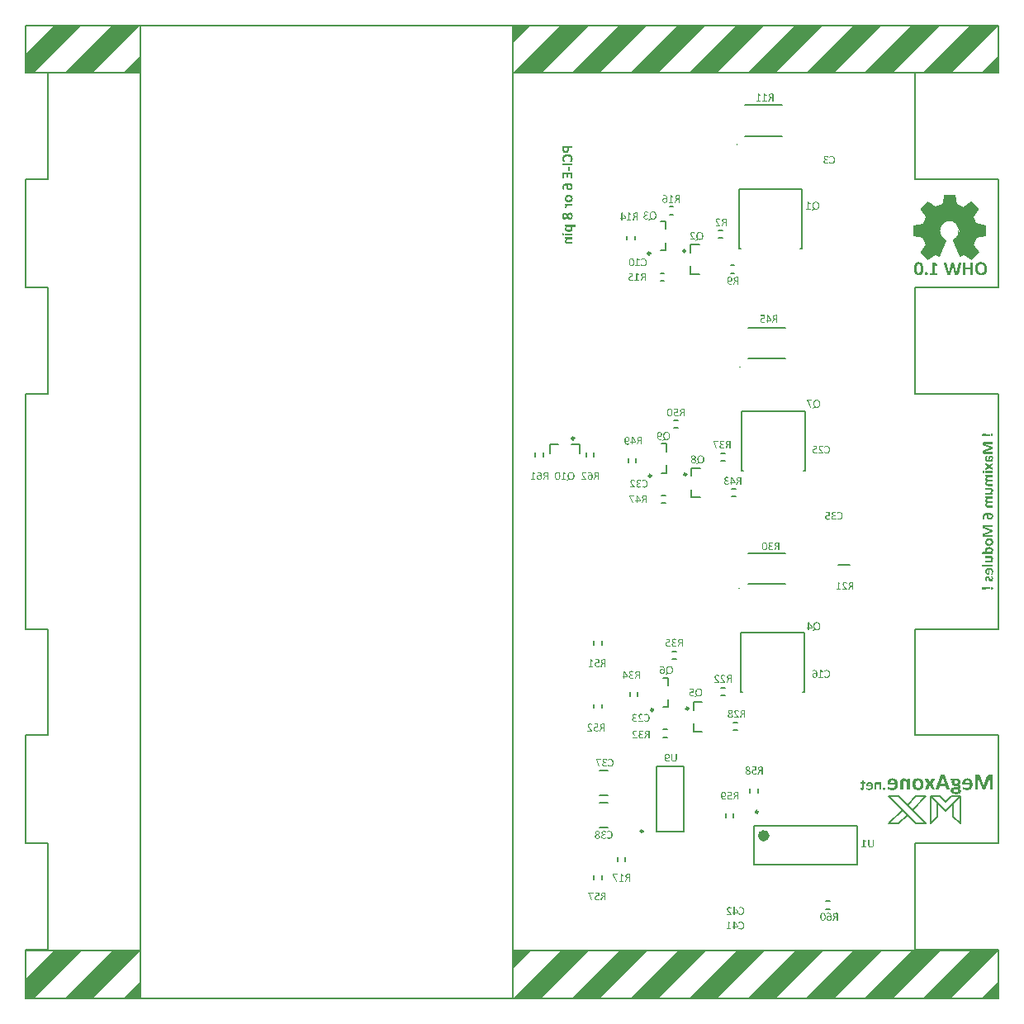
<source format=gbo>
%FSLAX44Y44*%
%MOMM*%
G71*
G01*
G75*
G04 Layer_Color=32896*
%ADD10R,3.0000X1.2000*%
%ADD11R,1.3000X0.8000*%
%ADD12R,1.0000X0.9000*%
%ADD13R,1.8000X1.3000*%
%ADD14R,1.0000X1.0000*%
%ADD15R,1.3000X1.5000*%
%ADD16R,1.5000X1.3000*%
%ADD17R,1.4000X1.2000*%
%ADD18R,1.6000X0.8000*%
%ADD19R,1.3000X3.4000*%
%ADD20R,0.9000X1.0000*%
%ADD21R,1.0000X1.0000*%
G04:AMPARAMS|DCode=22|XSize=1.4mm|YSize=2mm|CornerRadius=0.14mm|HoleSize=0mm|Usage=FLASHONLY|Rotation=0.000|XOffset=0mm|YOffset=0mm|HoleType=Round|Shape=RoundedRectangle|*
%AMROUNDEDRECTD22*
21,1,1.4000,1.7200,0,0,0.0*
21,1,1.1200,2.0000,0,0,0.0*
1,1,0.2800,0.5600,-0.8600*
1,1,0.2800,-0.5600,-0.8600*
1,1,0.2800,-0.5600,0.8600*
1,1,0.2800,0.5600,0.8600*
%
%ADD22ROUNDEDRECTD22*%
G04:AMPARAMS|DCode=23|XSize=1mm|YSize=2mm|CornerRadius=0.1mm|HoleSize=0mm|Usage=FLASHONLY|Rotation=0.000|XOffset=0mm|YOffset=0mm|HoleType=Round|Shape=RoundedRectangle|*
%AMROUNDEDRECTD23*
21,1,1.0000,1.8000,0,0,0.0*
21,1,0.8000,2.0000,0,0,0.0*
1,1,0.2000,0.4000,-0.9000*
1,1,0.2000,-0.4000,-0.9000*
1,1,0.2000,-0.4000,0.9000*
1,1,0.2000,0.4000,0.9000*
%
%ADD23ROUNDEDRECTD23*%
%ADD24R,1.2000X1.4000*%
G04:AMPARAMS|DCode=25|XSize=0.45mm|YSize=1.45mm|CornerRadius=0.045mm|HoleSize=0mm|Usage=FLASHONLY|Rotation=180.000|XOffset=0mm|YOffset=0mm|HoleType=Round|Shape=RoundedRectangle|*
%AMROUNDEDRECTD25*
21,1,0.4500,1.3600,0,0,180.0*
21,1,0.3600,1.4500,0,0,180.0*
1,1,0.0900,-0.1800,0.6800*
1,1,0.0900,0.1800,0.6800*
1,1,0.0900,0.1800,-0.6800*
1,1,0.0900,-0.1800,-0.6800*
%
%ADD25ROUNDEDRECTD25*%
%ADD26R,3.0000X3.1000*%
%ADD27O,1.6500X0.3500*%
%ADD28C,0.2000*%
%ADD29C,0.3500*%
%ADD30C,1.2000*%
%ADD31C,0.5000*%
%ADD32C,1.0000*%
%ADD33C,0.8000*%
%ADD34C,0.4500*%
%ADD35C,0.3000*%
%ADD36R,0.3000X1.4000*%
%ADD37R,1.1000X0.3000*%
%ADD38R,1.0000X0.5000*%
%ADD39R,1.5000X1.5000*%
%ADD40C,1.5000*%
%ADD41C,6.5000*%
%ADD42R,1.5000X1.5000*%
%ADD43R,1.3500X1.3500*%
%ADD44C,1.3500*%
%ADD45R,1.3500X1.3500*%
%ADD46C,2.8000*%
%ADD47C,3.0000*%
%ADD48C,2.0000*%
%ADD49C,0.6000*%
%ADD50C,0.5000*%
%ADD51R,0.6000X1.1500*%
G04:AMPARAMS|DCode=52|XSize=6.2mm|YSize=5.8mm|CornerRadius=0.29mm|HoleSize=0mm|Usage=FLASHONLY|Rotation=90.000|XOffset=0mm|YOffset=0mm|HoleType=Round|Shape=RoundedRectangle|*
%AMROUNDEDRECTD52*
21,1,6.2000,5.2200,0,0,90.0*
21,1,5.6200,5.8000,0,0,90.0*
1,1,0.5800,2.6100,2.8100*
1,1,0.5800,2.6100,-2.8100*
1,1,0.5800,-2.6100,-2.8100*
1,1,0.5800,-2.6100,2.8100*
%
%ADD52ROUNDEDRECTD52*%
G04:AMPARAMS|DCode=53|XSize=3mm|YSize=1.6mm|CornerRadius=0.08mm|HoleSize=0mm|Usage=FLASHONLY|Rotation=90.000|XOffset=0mm|YOffset=0mm|HoleType=Round|Shape=RoundedRectangle|*
%AMROUNDEDRECTD53*
21,1,3.0000,1.4400,0,0,90.0*
21,1,2.8400,1.6000,0,0,90.0*
1,1,0.1600,0.7200,1.4200*
1,1,0.1600,0.7200,-1.4200*
1,1,0.1600,-0.7200,-1.4200*
1,1,0.1600,-0.7200,1.4200*
%
%ADD53ROUNDEDRECTD53*%
%ADD54R,1.5000X0.6000*%
%ADD55R,1.1500X0.6000*%
%ADD56O,0.4500X2.1000*%
%ADD57R,2.4000X1.0000*%
%ADD58R,2.4000X3.3000*%
%ADD59R,1.3000X2.7000*%
%ADD60C,0.1540*%
%ADD61C,0.2500*%
%ADD62C,0.1000*%
%ADD63C,0.1270*%
%ADD64R,3.1000X1.3000*%
%ADD65R,1.4000X0.9000*%
%ADD66R,1.1000X1.0000*%
%ADD67R,1.9000X1.4000*%
%ADD68R,1.1000X1.1000*%
%ADD69R,1.4000X1.6000*%
%ADD70R,1.6000X1.4000*%
%ADD71R,1.7000X0.9000*%
%ADD72R,1.4000X3.5000*%
%ADD73R,1.0000X1.1000*%
%ADD74R,1.1000X1.1000*%
G04:AMPARAMS|DCode=75|XSize=1.5mm|YSize=2.1mm|CornerRadius=0.19mm|HoleSize=0mm|Usage=FLASHONLY|Rotation=0.000|XOffset=0mm|YOffset=0mm|HoleType=Round|Shape=RoundedRectangle|*
%AMROUNDEDRECTD75*
21,1,1.5000,1.7200,0,0,0.0*
21,1,1.1200,2.1000,0,0,0.0*
1,1,0.3800,0.5600,-0.8600*
1,1,0.3800,-0.5600,-0.8600*
1,1,0.3800,-0.5600,0.8600*
1,1,0.3800,0.5600,0.8600*
%
%ADD75ROUNDEDRECTD75*%
G04:AMPARAMS|DCode=76|XSize=1.1mm|YSize=2.1mm|CornerRadius=0.15mm|HoleSize=0mm|Usage=FLASHONLY|Rotation=0.000|XOffset=0mm|YOffset=0mm|HoleType=Round|Shape=RoundedRectangle|*
%AMROUNDEDRECTD76*
21,1,1.1000,1.8000,0,0,0.0*
21,1,0.8000,2.1000,0,0,0.0*
1,1,0.3000,0.4000,-0.9000*
1,1,0.3000,-0.4000,-0.9000*
1,1,0.3000,-0.4000,0.9000*
1,1,0.3000,0.4000,0.9000*
%
%ADD76ROUNDEDRECTD76*%
G04:AMPARAMS|DCode=77|XSize=0.55mm|YSize=1.55mm|CornerRadius=0.095mm|HoleSize=0mm|Usage=FLASHONLY|Rotation=180.000|XOffset=0mm|YOffset=0mm|HoleType=Round|Shape=RoundedRectangle|*
%AMROUNDEDRECTD77*
21,1,0.5500,1.3600,0,0,180.0*
21,1,0.3600,1.5500,0,0,180.0*
1,1,0.1900,-0.1800,0.6800*
1,1,0.1900,0.1800,0.6800*
1,1,0.1900,0.1800,-0.6800*
1,1,0.1900,-0.1800,-0.6800*
%
%ADD77ROUNDEDRECTD77*%
%ADD78R,3.1000X3.2000*%
%ADD79O,1.7500X0.4500*%
%ADD80R,1.6000X1.6000*%
%ADD81C,1.6000*%
%ADD82C,6.6000*%
%ADD83R,1.6000X1.6000*%
%ADD84R,1.4500X1.4500*%
%ADD85C,1.4500*%
%ADD86R,1.4500X1.4500*%
%ADD87C,2.9000*%
%ADD88C,3.1000*%
%ADD89C,2.1000*%
%ADD90R,0.7000X1.2500*%
G04:AMPARAMS|DCode=91|XSize=6.3mm|YSize=5.9mm|CornerRadius=0.34mm|HoleSize=0mm|Usage=FLASHONLY|Rotation=90.000|XOffset=0mm|YOffset=0mm|HoleType=Round|Shape=RoundedRectangle|*
%AMROUNDEDRECTD91*
21,1,6.3000,5.2200,0,0,90.0*
21,1,5.6200,5.9000,0,0,90.0*
1,1,0.6800,2.6100,2.8100*
1,1,0.6800,2.6100,-2.8100*
1,1,0.6800,-2.6100,-2.8100*
1,1,0.6800,-2.6100,2.8100*
%
%ADD91ROUNDEDRECTD91*%
G04:AMPARAMS|DCode=92|XSize=3.1mm|YSize=1.7mm|CornerRadius=0.13mm|HoleSize=0mm|Usage=FLASHONLY|Rotation=90.000|XOffset=0mm|YOffset=0mm|HoleType=Round|Shape=RoundedRectangle|*
%AMROUNDEDRECTD92*
21,1,3.1000,1.4400,0,0,90.0*
21,1,2.8400,1.7000,0,0,90.0*
1,1,0.2600,0.7200,1.4200*
1,1,0.2600,0.7200,-1.4200*
1,1,0.2600,-0.7200,-1.4200*
1,1,0.2600,-0.7200,1.4200*
%
%ADD92ROUNDEDRECTD92*%
%ADD93R,1.6000X0.7000*%
%ADD94R,1.2500X0.7000*%
%ADD95O,0.5500X2.2000*%
%ADD96R,2.5000X1.1000*%
%ADD97R,2.5000X3.4000*%
%ADD98R,1.4000X2.8000*%
%ADD99C,0.1016*%
%ADD100C,0.6000*%
%ADD101C,0.0254*%
%ADD102C,0.1500*%
G36*
X671718Y824860D02*
X671807Y824831D01*
X671866Y824786D01*
X671881Y824771D01*
X671955Y824682D01*
X671985Y824578D01*
X672000Y824489D01*
Y824459D01*
Y824444D01*
Y817163D01*
X671985Y817089D01*
Y817074D01*
Y817059D01*
X671926Y817030D01*
X671911Y817015D01*
X671896D01*
X671792Y817000D01*
X671762Y816985D01*
X671747D01*
X671658Y816970D01*
X671376D01*
X671302Y816985D01*
X671242D01*
X671168Y817000D01*
X671123D01*
X671094Y817015D01*
X671079D01*
X671004Y817045D01*
X670990Y817059D01*
X670960Y817134D01*
Y817149D01*
Y817163D01*
Y820507D01*
X670262D01*
X670009Y820492D01*
X669905Y820477D01*
X669816Y820447D01*
X669756Y820432D01*
X669697Y820403D01*
X669667Y820388D01*
X669652D01*
X669474Y820299D01*
X669340Y820195D01*
X669281Y820165D01*
X669236Y820120D01*
X669221Y820106D01*
X669206Y820091D01*
X669073Y819942D01*
X668969Y819808D01*
X668939Y819734D01*
X668909Y819689D01*
X668880Y819660D01*
Y819645D01*
X668776Y819437D01*
X668701Y819259D01*
X668657Y819184D01*
X668642Y819125D01*
X668612Y819080D01*
Y819065D01*
X667884Y817208D01*
X667854Y817119D01*
X667840Y817104D01*
Y817089D01*
X667765Y817030D01*
X667750Y817015D01*
X667736D01*
X667691Y817000D01*
X667632D01*
X667587Y816985D01*
X667572D01*
X667483Y816970D01*
X667200D01*
X667111Y816985D01*
X667037D01*
X666963Y817000D01*
X666903D01*
X666874Y817015D01*
X666859D01*
X666814Y817030D01*
X666799Y817045D01*
X666785Y817059D01*
X666755Y817134D01*
Y817149D01*
Y817163D01*
Y817208D01*
X666770Y817253D01*
X666785Y817282D01*
Y817297D01*
X666799Y817386D01*
X666844Y817476D01*
X666874Y817565D01*
X666889Y817579D01*
Y817594D01*
X667602Y819333D01*
X667691Y819541D01*
X667765Y819719D01*
X667795Y819779D01*
X667825Y819823D01*
X667840Y819853D01*
Y819868D01*
X667929Y820031D01*
X668018Y820165D01*
X668077Y820254D01*
X668107Y820269D01*
Y820284D01*
X668211Y820403D01*
X668300Y820507D01*
X668374Y820566D01*
X668389Y820596D01*
X668404D01*
X668523Y820685D01*
X668627Y820744D01*
X668716Y820789D01*
X668731Y820804D01*
X668746D01*
X668508Y820908D01*
X668404Y820953D01*
X668300Y820997D01*
X668226Y821042D01*
X668166Y821071D01*
X668137Y821101D01*
X668122D01*
X667929Y821235D01*
X667780Y821383D01*
X667721Y821428D01*
X667676Y821473D01*
X667661Y821502D01*
X667646Y821517D01*
X667513Y821710D01*
X667409Y821889D01*
X667379Y821963D01*
X667349Y822022D01*
X667334Y822067D01*
Y822082D01*
X667260Y822319D01*
X667230Y822557D01*
X667215Y822646D01*
Y822721D01*
Y822780D01*
Y822795D01*
X667230Y823077D01*
X667245Y823211D01*
X667275Y823315D01*
X667290Y823404D01*
X667319Y823478D01*
X667334Y823523D01*
Y823538D01*
X667438Y823776D01*
X667498Y823880D01*
X667557Y823969D01*
X667602Y824028D01*
X667646Y824088D01*
X667676Y824118D01*
X667691Y824132D01*
X667884Y824311D01*
X668077Y824444D01*
X668166Y824504D01*
X668226Y824533D01*
X668270Y824563D01*
X668285D01*
X668568Y824682D01*
X668701Y824727D01*
X668820Y824756D01*
X668924Y824786D01*
X669013Y824801D01*
X669073Y824816D01*
X669088D01*
X669221Y824831D01*
X669340D01*
X669429Y824846D01*
X669459D01*
X669623Y824860D01*
X669771Y824875D01*
X671614D01*
X671718Y824860D01*
D02*
G37*
G36*
X981313Y756157D02*
X981825Y756108D01*
X982289Y756035D01*
X982680Y755937D01*
X982997Y755839D01*
X983241Y755766D01*
X983339Y755742D01*
X983412Y755717D01*
X983436Y755693D01*
X983461D01*
X983876Y755498D01*
X984266Y755278D01*
X984608Y755058D01*
X984876Y754838D01*
X985120Y754643D01*
X985291Y754497D01*
X985389Y754399D01*
X985438Y754350D01*
X985706Y754009D01*
X985950Y753643D01*
X986146Y753276D01*
X986317Y752959D01*
X986439Y752642D01*
X986536Y752422D01*
X986561Y752324D01*
X986585Y752251D01*
X986609Y752227D01*
Y752202D01*
X986731Y751714D01*
X986829Y751250D01*
X986902Y750762D01*
X986951Y750323D01*
X986976Y749957D01*
Y749786D01*
X987000Y749664D01*
Y749542D01*
Y749469D01*
Y749420D01*
Y749395D01*
X986976Y748785D01*
X986951Y748199D01*
X986878Y747711D01*
X986805Y747272D01*
X986756Y746906D01*
X986707Y746759D01*
X986683Y746637D01*
X986658Y746539D01*
Y746466D01*
X986634Y746442D01*
Y746417D01*
X986487Y745978D01*
X986292Y745563D01*
X986121Y745221D01*
X985926Y744928D01*
X985779Y744684D01*
X985633Y744513D01*
X985535Y744416D01*
X985511Y744367D01*
X985218Y744074D01*
X984901Y743830D01*
X984584Y743635D01*
X984290Y743464D01*
X984022Y743342D01*
X983827Y743244D01*
X983680Y743195D01*
X983632Y743171D01*
X983192Y743049D01*
X982753Y742951D01*
X982313Y742878D01*
X981898Y742829D01*
X981532Y742805D01*
X981239Y742780D01*
X980995D01*
X980434Y742805D01*
X979946Y742853D01*
X979482Y742927D01*
X979091Y743024D01*
X978750Y743098D01*
X978505Y743171D01*
X978432Y743195D01*
X978359Y743220D01*
X978335Y743244D01*
X978310D01*
X977895Y743439D01*
X977505Y743659D01*
X977187Y743879D01*
X976895Y744098D01*
X976675Y744294D01*
X976504Y744440D01*
X976382Y744538D01*
X976357Y744587D01*
X976065Y744928D01*
X975820Y745294D01*
X975625Y745661D01*
X975454Y746002D01*
X975332Y746295D01*
X975235Y746515D01*
X975210Y746613D01*
X975186Y746686D01*
X975161Y746710D01*
Y746735D01*
X975015Y747223D01*
X974917Y747711D01*
X974844Y748199D01*
X974795Y748663D01*
X974771Y749029D01*
X974746Y749200D01*
Y749346D01*
Y749469D01*
Y749542D01*
Y749591D01*
Y749615D01*
X974771Y750225D01*
X974795Y750787D01*
X974868Y751275D01*
X974942Y751690D01*
X975015Y752056D01*
X975064Y752300D01*
X975088Y752398D01*
X975113Y752471D01*
X975137Y752495D01*
Y752520D01*
X975308Y752959D01*
X975479Y753374D01*
X975674Y753716D01*
X975845Y754009D01*
X976016Y754253D01*
X976162Y754424D01*
X976260Y754546D01*
X976284Y754570D01*
X976577Y754863D01*
X976895Y755107D01*
X977212Y755327D01*
X977505Y755498D01*
X977773Y755620D01*
X977969Y755717D01*
X978115Y755766D01*
X978139Y755790D01*
X978164D01*
X978603Y755913D01*
X979043Y756010D01*
X979482Y756083D01*
X979872Y756132D01*
X980239Y756157D01*
X980507Y756181D01*
X980751D01*
X981313Y756157D01*
D02*
G37*
G36*
X656264Y824964D02*
X656487Y824950D01*
X656695Y824920D01*
X656859Y824890D01*
X657007Y824846D01*
X657111Y824816D01*
X657171Y824801D01*
X657200Y824786D01*
X657379Y824712D01*
X657557Y824638D01*
X657706Y824548D01*
X657824Y824474D01*
X657928Y824400D01*
X658018Y824355D01*
X658062Y824311D01*
X658077Y824296D01*
X658315Y824043D01*
X658419Y823924D01*
X658508Y823805D01*
X658582Y823701D01*
X658627Y823627D01*
X658657Y823568D01*
X658671Y823553D01*
X658835Y823241D01*
X658894Y823077D01*
X658954Y822944D01*
X658998Y822825D01*
X659028Y822736D01*
X659058Y822676D01*
Y822646D01*
X659147Y822290D01*
X659177Y822126D01*
X659206Y821978D01*
X659221Y821844D01*
X659236Y821740D01*
X659251Y821681D01*
Y821651D01*
X659281Y821279D01*
Y821116D01*
X659296Y820953D01*
Y820834D01*
Y820730D01*
Y820670D01*
Y820640D01*
Y820432D01*
X659281Y820224D01*
Y820046D01*
X659266Y819883D01*
Y819749D01*
X659251Y819645D01*
Y819585D01*
Y819556D01*
X659206Y819199D01*
X659177Y819051D01*
X659162Y818917D01*
X659132Y818798D01*
X659117Y818709D01*
X659102Y818649D01*
Y818634D01*
X658998Y818337D01*
X658954Y818218D01*
X658909Y818114D01*
X658865Y818010D01*
X658835Y817951D01*
X658805Y817906D01*
Y817891D01*
X658642Y817669D01*
X658568Y817579D01*
X658493Y817490D01*
X658434Y817431D01*
X658374Y817386D01*
X658345Y817357D01*
X658330Y817342D01*
X658107Y817193D01*
X657899Y817089D01*
X657810Y817045D01*
X657735Y817030D01*
X657691Y817000D01*
X657676D01*
X657379Y816926D01*
X657230Y816911D01*
X657096Y816896D01*
X656978Y816881D01*
X656799D01*
X656547Y816896D01*
X656324Y816911D01*
X656116Y816941D01*
X655952Y816985D01*
X655804Y817030D01*
X655700Y817059D01*
X655640Y817074D01*
X655611Y817089D01*
X655432Y817178D01*
X655269Y817282D01*
X655120Y817372D01*
X655001Y817476D01*
X654912Y817550D01*
X654838Y817624D01*
X654793Y817669D01*
X654778Y817683D01*
X654660Y817832D01*
X654570Y817966D01*
X654481Y818114D01*
X654407Y818248D01*
X654362Y818367D01*
X654318Y818456D01*
X654288Y818516D01*
Y818531D01*
X654229Y818709D01*
X654199Y818902D01*
X654169Y819065D01*
X654139Y819214D01*
Y819348D01*
X654125Y819452D01*
Y819511D01*
Y819541D01*
Y819719D01*
X654139Y819883D01*
X654154Y820046D01*
X654184Y820180D01*
X654199Y820284D01*
X654229Y820373D01*
X654243Y820432D01*
Y820447D01*
X654288Y820596D01*
X654362Y820730D01*
X654422Y820863D01*
X654481Y820967D01*
X654556Y821042D01*
X654600Y821101D01*
X654630Y821146D01*
X654645Y821161D01*
X654749Y821264D01*
X654868Y821368D01*
X655105Y821517D01*
X655209Y821577D01*
X655284Y821621D01*
X655343Y821636D01*
X655358Y821651D01*
X655521Y821710D01*
X655700Y821755D01*
X655878Y821785D01*
X656056Y821814D01*
X656205D01*
X656324Y821829D01*
X656428D01*
X656636Y821814D01*
X656814Y821799D01*
X656888Y821785D01*
X656948D01*
X656978Y821770D01*
X656992D01*
X657171Y821740D01*
X657334Y821695D01*
X657394Y821681D01*
X657438Y821666D01*
X657468Y821651D01*
X657483D01*
X657646Y821606D01*
X657780Y821547D01*
X657839Y821517D01*
X657884Y821502D01*
X657899Y821487D01*
X657914D01*
X658047Y821428D01*
X658166Y821368D01*
X658241Y821324D01*
X658255Y821309D01*
X658270D01*
X658255Y821517D01*
X658241Y821710D01*
X658211Y821904D01*
X658181Y822052D01*
X658166Y822186D01*
X658137Y822290D01*
X658122Y822349D01*
Y822379D01*
X658077Y822572D01*
X658018Y822736D01*
X657958Y822899D01*
X657884Y823033D01*
X657839Y823137D01*
X657795Y823211D01*
X657765Y823270D01*
X657750Y823285D01*
X657646Y823419D01*
X657527Y823553D01*
X657423Y823657D01*
X657319Y823746D01*
X657215Y823820D01*
X657141Y823865D01*
X657096Y823895D01*
X657082Y823909D01*
X656918Y823984D01*
X656755Y824043D01*
X656591Y824088D01*
X656428Y824118D01*
X656294Y824132D01*
X656190Y824147D01*
X655878D01*
X655714Y824132D01*
X655640Y824118D01*
X655596D01*
X655566Y824103D01*
X655551D01*
X655388Y824073D01*
X655254Y824028D01*
X655180Y824013D01*
X655150Y823999D01*
X655031Y823969D01*
X654942Y823939D01*
X654882Y823924D01*
X654868Y823909D01*
X654793Y823880D01*
X654734Y823865D01*
X654689D01*
X654615Y823880D01*
X654600D01*
X654570Y823924D01*
X654556Y823954D01*
X654526Y824043D01*
Y824073D01*
Y824088D01*
X654511Y824162D01*
Y824221D01*
Y824266D01*
Y824281D01*
Y824340D01*
Y824385D01*
X654526Y824400D01*
Y824415D01*
Y824489D01*
X654541Y824519D01*
X654570Y824593D01*
X654585Y824608D01*
X654615Y824667D01*
X654630Y824682D01*
X654645D01*
X654689Y824712D01*
X654749Y824742D01*
X654808Y824756D01*
X654823Y824771D01*
X654927Y824816D01*
X655031Y824846D01*
X655120Y824875D01*
X655150D01*
X655298Y824905D01*
X655432Y824935D01*
X655492D01*
X655536Y824950D01*
X655581D01*
X655744Y824964D01*
X655893Y824979D01*
X656027D01*
X656264Y824964D01*
D02*
G37*
G36*
X925049Y745954D02*
X925293Y745929D01*
X925513Y745880D01*
X925659Y745807D01*
X925781Y745734D01*
X925854Y745685D01*
X925903Y745661D01*
X925928Y745636D01*
X926025Y745490D01*
X926098Y745319D01*
X926196Y744904D01*
X926221Y744709D01*
X926245Y744538D01*
Y744440D01*
Y744391D01*
X926221Y744074D01*
X926196Y743830D01*
X926147Y743610D01*
X926074Y743439D01*
X926025Y743317D01*
X925976Y743244D01*
X925952Y743195D01*
X925928Y743171D01*
X925781Y743073D01*
X925610Y743000D01*
X925244Y742927D01*
X925049Y742902D01*
X924902Y742878D01*
X924780D01*
X924488Y742902D01*
X924243Y742927D01*
X924024Y742976D01*
X923877Y743049D01*
X923755Y743098D01*
X923682Y743146D01*
X923633Y743171D01*
X923609Y743195D01*
X923511Y743342D01*
X923413Y743513D01*
X923340Y743928D01*
X923316Y744123D01*
X923291Y744294D01*
Y744391D01*
Y744440D01*
X923316Y744758D01*
X923340Y745002D01*
X923389Y745221D01*
X923438Y745392D01*
X923511Y745514D01*
X923560Y745587D01*
X923584Y745636D01*
X923609Y745661D01*
X923755Y745758D01*
X923926Y745856D01*
X924292Y745929D01*
X924488Y745954D01*
X924610Y745978D01*
X924756D01*
X925049Y745954D01*
D02*
G37*
G36*
X623701Y744860D02*
X623775Y744831D01*
X623835Y744786D01*
X623850Y744771D01*
X623894Y744682D01*
X623924Y744578D01*
X623939Y744504D01*
Y744489D01*
Y744474D01*
Y741264D01*
X623924Y741131D01*
X623909Y741027D01*
X623894Y740982D01*
X623880Y740967D01*
X623805Y740923D01*
X623731Y740908D01*
X623657Y740893D01*
X623449D01*
X623300Y740908D01*
X623226D01*
X623181Y740923D01*
X623136D01*
X622929Y740953D01*
X622720Y740967D01*
X622304D01*
X622126Y740953D01*
X621978Y740938D01*
X621844Y740923D01*
X621740Y740893D01*
X621651Y740878D01*
X621606Y740863D01*
X621591D01*
X621339Y740789D01*
X621235Y740730D01*
X621145Y740685D01*
X621071Y740640D01*
X621012Y740611D01*
X620982Y740596D01*
X620967Y740581D01*
X620804Y740418D01*
X620685Y740269D01*
X620640Y740195D01*
X620611Y740135D01*
X620596Y740106D01*
Y740091D01*
X620521Y739868D01*
X620492Y739645D01*
X620477Y739556D01*
Y739482D01*
Y739437D01*
Y739422D01*
Y739259D01*
X620507Y739110D01*
X620521Y738991D01*
X620551Y738872D01*
X620581Y738783D01*
X620596Y738724D01*
X620625Y738679D01*
Y738664D01*
X620744Y738456D01*
X620863Y738293D01*
X620923Y738233D01*
X620967Y738189D01*
X620997Y738159D01*
X621012Y738144D01*
X621205Y738010D01*
X621383Y737906D01*
X621472Y737877D01*
X621532Y737847D01*
X621576Y737832D01*
X621591D01*
X621859Y737787D01*
X621978Y737758D01*
X622096D01*
X622200Y737743D01*
X622498D01*
X622646Y737758D01*
X622780Y737773D01*
X622884Y737787D01*
X622973D01*
X623047Y737802D01*
X623092Y737817D01*
X623107D01*
X623315Y737877D01*
X623493Y737921D01*
X623553Y737951D01*
X623597Y737966D01*
X623627Y737981D01*
X623642D01*
X623775Y738040D01*
X623894Y738100D01*
X623954Y738129D01*
X623983Y738144D01*
X624073Y738204D01*
X624132Y738218D01*
X624162Y738233D01*
X624177D01*
X624221Y738218D01*
X624236Y738204D01*
X624251D01*
X624296Y738144D01*
X624310Y738129D01*
Y738114D01*
X624325Y738070D01*
Y738025D01*
X624340Y737996D01*
Y737981D01*
Y737862D01*
Y737817D01*
Y737802D01*
Y737728D01*
Y737669D01*
Y737624D01*
Y737609D01*
X624325Y737520D01*
Y737490D01*
Y737476D01*
X624310Y737416D01*
X624296Y737401D01*
Y737386D01*
X624251Y737342D01*
X624221Y737327D01*
Y737312D01*
X624177Y737282D01*
X624102Y737253D01*
X624043Y737223D01*
X624013Y737208D01*
X623880Y737149D01*
X623746Y737104D01*
X623686Y737089D01*
X623642Y737074D01*
X623612Y737059D01*
X623597D01*
X623389Y737015D01*
X623196Y736970D01*
X623122Y736955D01*
X623062D01*
X623018Y736941D01*
X623003D01*
X622750Y736911D01*
X622646Y736896D01*
X622542D01*
X622453Y736881D01*
X622319D01*
X622082Y736896D01*
X621844Y736911D01*
X621651Y736941D01*
X621472Y736970D01*
X621324Y737000D01*
X621205Y737015D01*
X621145Y737045D01*
X621116D01*
X620923Y737119D01*
X620744Y737208D01*
X620596Y737282D01*
X620447Y737372D01*
X620343Y737446D01*
X620269Y737505D01*
X620209Y737550D01*
X620195Y737565D01*
X620046Y737698D01*
X619927Y737832D01*
X619823Y737981D01*
X619734Y738114D01*
X619674Y738218D01*
X619630Y738323D01*
X619600Y738382D01*
X619585Y738397D01*
X619511Y738590D01*
X619451Y738783D01*
X619422Y738976D01*
X619392Y739140D01*
X619377Y739303D01*
X619362Y739422D01*
Y739496D01*
Y739526D01*
Y739704D01*
X619392Y739883D01*
X619422Y740046D01*
X619451Y740180D01*
X619481Y740284D01*
X619511Y740373D01*
X619526Y740432D01*
X619541Y740447D01*
X619615Y740596D01*
X619689Y740744D01*
X619764Y740863D01*
X619853Y740967D01*
X619912Y741057D01*
X619972Y741116D01*
X620016Y741161D01*
X620031Y741175D01*
X620165Y741279D01*
X620299Y741368D01*
X620432Y741458D01*
X620566Y741517D01*
X620670Y741562D01*
X620759Y741606D01*
X620833Y741636D01*
X620848D01*
X621041Y741695D01*
X621235Y741725D01*
X621428Y741755D01*
X621606Y741785D01*
X621755D01*
X621888Y741799D01*
X622349D01*
X622408Y741785D01*
X622646D01*
X622780Y741770D01*
X622869Y741755D01*
X622899D01*
Y743969D01*
X620076D01*
X620001Y743984D01*
X619957Y744028D01*
X619927Y744073D01*
X619912Y744088D01*
X619882Y744192D01*
X619853Y744296D01*
Y744385D01*
Y744400D01*
Y744415D01*
Y744504D01*
X619868Y744563D01*
X619882Y744608D01*
Y744623D01*
X619897Y744682D01*
X619912Y744727D01*
X619927Y744742D01*
Y744756D01*
X619972Y744831D01*
X619986Y744846D01*
X620001D01*
X620061Y744875D01*
X623582D01*
X623701Y744860D01*
D02*
G37*
G36*
X627921Y744920D02*
X628025D01*
X628055Y744905D01*
X628070D01*
X628129Y744890D01*
X628144Y744875D01*
X628204D01*
X628218Y744860D01*
X630031Y743687D01*
X630091Y743642D01*
X630105Y743627D01*
X630120Y743612D01*
X630150Y743568D01*
X630165Y743553D01*
Y743538D01*
X630180Y743464D01*
X630195Y743434D01*
Y743419D01*
Y743300D01*
Y743256D01*
Y743241D01*
Y743137D01*
X630180Y743063D01*
Y743018D01*
Y743003D01*
X630165Y742944D01*
X630150Y742899D01*
X630135Y742884D01*
Y742869D01*
X630061Y742840D01*
X630016D01*
X629957Y742854D01*
X629897Y742884D01*
X629853Y742914D01*
X629838Y742929D01*
X628307Y743835D01*
Y737847D01*
X629957D01*
X630016Y737832D01*
X630031Y737817D01*
X630046D01*
X630091Y737758D01*
X630105Y737743D01*
Y737728D01*
X630120Y737683D01*
X630135Y737639D01*
X630150Y737609D01*
Y737594D01*
X630165Y737476D01*
Y737431D01*
Y737416D01*
Y737327D01*
X630150Y737268D01*
Y737223D01*
Y737208D01*
X630120Y737119D01*
X630105Y737089D01*
Y737074D01*
X630061Y737030D01*
X630046Y737015D01*
X629986Y737000D01*
X625841D01*
X625782Y737015D01*
X625767D01*
X625707Y737045D01*
X625692Y737074D01*
X625663Y737163D01*
X625648Y737193D01*
Y737208D01*
X625633Y737282D01*
X625618Y737342D01*
Y737401D01*
Y737416D01*
Y737490D01*
X625633Y737550D01*
X625648Y737579D01*
Y737594D01*
X625663Y737654D01*
X625677Y737698D01*
X625692Y737713D01*
Y737728D01*
X625722Y737802D01*
X625737Y737817D01*
X625752D01*
X625811Y737847D01*
X627267D01*
Y744756D01*
X627282Y744816D01*
X627297Y744831D01*
X627312Y744846D01*
X627342Y744860D01*
X627356Y744875D01*
X627371D01*
X627416Y744890D01*
X627461Y744905D01*
X627505Y744920D01*
X627520D01*
X627594Y744935D01*
X627891D01*
X627921Y744920D01*
D02*
G37*
G36*
X917189Y756157D02*
X917604Y756108D01*
X917995Y756035D01*
X918312Y755937D01*
X918556Y755839D01*
X918751Y755766D01*
X918873Y755717D01*
X918922Y755693D01*
X919240Y755498D01*
X919532Y755278D01*
X919801Y755058D01*
X919996Y754838D01*
X920167Y754643D01*
X920313Y754497D01*
X920387Y754399D01*
X920411Y754350D01*
X920606Y754009D01*
X920777Y753643D01*
X920924Y753276D01*
X921021Y752959D01*
X921119Y752642D01*
X921168Y752422D01*
X921192Y752324D01*
Y752251D01*
X921217Y752227D01*
Y752202D01*
X921290Y751714D01*
X921363Y751250D01*
X921412Y750787D01*
X921436Y750347D01*
Y749981D01*
X921461Y749810D01*
Y749688D01*
Y749566D01*
Y749493D01*
Y749444D01*
Y749420D01*
Y748858D01*
X921436Y748321D01*
X921387Y747858D01*
X921363Y747442D01*
X921314Y747101D01*
X921290Y746832D01*
Y746735D01*
X921265Y746661D01*
Y746637D01*
Y746613D01*
X921168Y746173D01*
X921070Y745783D01*
X920948Y745416D01*
X920826Y745124D01*
X920729Y744880D01*
X920631Y744684D01*
X920582Y744587D01*
X920558Y744538D01*
X920362Y744245D01*
X920118Y743976D01*
X919899Y743757D01*
X919679Y743561D01*
X919484Y743415D01*
X919337Y743317D01*
X919240Y743244D01*
X919191Y743220D01*
X918849Y743073D01*
X918483Y742976D01*
X918092Y742878D01*
X917750Y742829D01*
X917433Y742805D01*
X917189Y742780D01*
X916969D01*
X916506Y742805D01*
X916066Y742853D01*
X915676Y742927D01*
X915358Y743024D01*
X915114Y743098D01*
X914919Y743171D01*
X914797Y743220D01*
X914748Y743244D01*
X914431Y743439D01*
X914138Y743659D01*
X913894Y743879D01*
X913674Y744098D01*
X913503Y744294D01*
X913381Y744440D01*
X913308Y744538D01*
X913284Y744587D01*
X913088Y744928D01*
X912917Y745294D01*
X912771Y745636D01*
X912673Y745978D01*
X912576Y746271D01*
X912527Y746515D01*
X912503Y746588D01*
X912478Y746661D01*
Y746686D01*
Y746710D01*
X912380Y747198D01*
X912332Y747687D01*
X912283Y748150D01*
X912234Y748590D01*
Y748956D01*
X912210Y749127D01*
Y749249D01*
Y749371D01*
Y749444D01*
Y749493D01*
Y749517D01*
Y750079D01*
X912234Y750616D01*
X912283Y751079D01*
X912307Y751495D01*
X912356Y751836D01*
X912405Y752080D01*
Y752178D01*
X912429Y752251D01*
Y752276D01*
Y752300D01*
X912527Y752739D01*
X912625Y753154D01*
X912747Y753520D01*
X912844Y753813D01*
X912966Y754057D01*
X913064Y754253D01*
X913113Y754350D01*
X913137Y754399D01*
X913332Y754692D01*
X913577Y754961D01*
X913796Y755180D01*
X914016Y755376D01*
X914211Y755522D01*
X914382Y755644D01*
X914480Y755693D01*
X914529Y755717D01*
X914870Y755864D01*
X915236Y755986D01*
X915602Y756059D01*
X915944Y756132D01*
X916262Y756157D01*
X916506Y756181D01*
X916725D01*
X917189Y756157D01*
D02*
G37*
G36*
X611921Y128920D02*
X612025D01*
X612055Y128905D01*
X612070D01*
X612129Y128890D01*
X612144Y128875D01*
X612203D01*
X612218Y128860D01*
X614031Y127687D01*
X614091Y127642D01*
X614105Y127627D01*
X614120Y127612D01*
X614150Y127568D01*
X614165Y127553D01*
Y127538D01*
X614180Y127464D01*
X614195Y127434D01*
Y127419D01*
Y127300D01*
Y127256D01*
Y127241D01*
Y127137D01*
X614180Y127063D01*
Y127018D01*
Y127003D01*
X614165Y126944D01*
X614150Y126899D01*
X614135Y126884D01*
Y126869D01*
X614061Y126840D01*
X614016D01*
X613957Y126854D01*
X613897Y126884D01*
X613853Y126914D01*
X613838Y126929D01*
X612308Y127835D01*
Y121847D01*
X613957D01*
X614016Y121832D01*
X614031Y121817D01*
X614046D01*
X614091Y121758D01*
X614105Y121743D01*
Y121728D01*
X614120Y121684D01*
X614135Y121639D01*
X614150Y121609D01*
Y121594D01*
X614165Y121475D01*
Y121431D01*
Y121416D01*
Y121327D01*
X614150Y121267D01*
Y121223D01*
Y121208D01*
X614120Y121119D01*
X614105Y121089D01*
Y121074D01*
X614061Y121030D01*
X614046Y121015D01*
X613987Y121000D01*
X609841D01*
X609781Y121015D01*
X609767D01*
X609707Y121045D01*
X609692Y121074D01*
X609663Y121164D01*
X609648Y121193D01*
Y121208D01*
X609633Y121282D01*
X609618Y121342D01*
Y121401D01*
Y121416D01*
Y121490D01*
X609633Y121550D01*
X609648Y121580D01*
Y121594D01*
X609663Y121654D01*
X609677Y121698D01*
X609692Y121713D01*
Y121728D01*
X609722Y121802D01*
X609737Y121817D01*
X609752D01*
X609811Y121847D01*
X611267D01*
Y128756D01*
X611282Y128816D01*
X611297Y128831D01*
X611312Y128846D01*
X611342Y128860D01*
X611357Y128875D01*
X611371D01*
X611416Y128890D01*
X611460Y128905D01*
X611505Y128920D01*
X611520D01*
X611594Y128935D01*
X611891D01*
X611921Y128920D01*
D02*
G37*
G36*
X849718Y427860D02*
X849807Y427831D01*
X849866Y427786D01*
X849881Y427771D01*
X849955Y427682D01*
X849985Y427578D01*
X850000Y427489D01*
Y427459D01*
Y427444D01*
Y420163D01*
X849985Y420089D01*
Y420074D01*
Y420059D01*
X849926Y420030D01*
X849911Y420015D01*
X849896D01*
X849792Y420000D01*
X849762Y419985D01*
X849747D01*
X849658Y419970D01*
X849376D01*
X849302Y419985D01*
X849242D01*
X849168Y420000D01*
X849123D01*
X849094Y420015D01*
X849079D01*
X849004Y420045D01*
X848990Y420059D01*
X848960Y420134D01*
Y420149D01*
Y420163D01*
Y423507D01*
X848261D01*
X848009Y423492D01*
X847905Y423477D01*
X847816Y423447D01*
X847756Y423432D01*
X847697Y423403D01*
X847667Y423388D01*
X847652D01*
X847474Y423299D01*
X847340Y423195D01*
X847281Y423165D01*
X847236Y423120D01*
X847221Y423106D01*
X847206Y423091D01*
X847073Y422942D01*
X846969Y422808D01*
X846939Y422734D01*
X846909Y422690D01*
X846880Y422660D01*
Y422645D01*
X846776Y422437D01*
X846701Y422259D01*
X846657Y422184D01*
X846642Y422125D01*
X846612Y422080D01*
Y422065D01*
X845884Y420208D01*
X845854Y420119D01*
X845839Y420104D01*
Y420089D01*
X845765Y420030D01*
X845750Y420015D01*
X845735D01*
X845691Y420000D01*
X845631D01*
X845587Y419985D01*
X845572D01*
X845483Y419970D01*
X845201D01*
X845111Y419985D01*
X845037D01*
X844963Y420000D01*
X844903D01*
X844874Y420015D01*
X844859D01*
X844814Y420030D01*
X844799Y420045D01*
X844784Y420059D01*
X844755Y420134D01*
Y420149D01*
Y420163D01*
Y420208D01*
X844770Y420253D01*
X844784Y420282D01*
Y420297D01*
X844799Y420386D01*
X844844Y420476D01*
X844874Y420565D01*
X844889Y420579D01*
Y420594D01*
X845602Y422333D01*
X845691Y422541D01*
X845765Y422719D01*
X845795Y422779D01*
X845825Y422823D01*
X845839Y422853D01*
Y422868D01*
X845929Y423031D01*
X846018Y423165D01*
X846077Y423254D01*
X846107Y423269D01*
Y423284D01*
X846211Y423403D01*
X846300Y423507D01*
X846374Y423566D01*
X846389Y423596D01*
X846404D01*
X846523Y423685D01*
X846627Y423745D01*
X846716Y423789D01*
X846731Y423804D01*
X846746D01*
X846508Y423908D01*
X846404Y423952D01*
X846300Y423997D01*
X846226Y424042D01*
X846166Y424071D01*
X846137Y424101D01*
X846122D01*
X845929Y424235D01*
X845780Y424383D01*
X845721Y424428D01*
X845676Y424473D01*
X845661Y424502D01*
X845646Y424517D01*
X845513Y424710D01*
X845409Y424889D01*
X845379Y424963D01*
X845349Y425022D01*
X845334Y425067D01*
Y425082D01*
X845260Y425320D01*
X845230Y425557D01*
X845215Y425646D01*
Y425721D01*
Y425780D01*
Y425795D01*
X845230Y426077D01*
X845245Y426211D01*
X845275Y426315D01*
X845290Y426404D01*
X845319Y426479D01*
X845334Y426523D01*
Y426538D01*
X845438Y426776D01*
X845498Y426880D01*
X845557Y426969D01*
X845602Y427028D01*
X845646Y427088D01*
X845676Y427118D01*
X845691Y427132D01*
X845884Y427311D01*
X846077Y427444D01*
X846166Y427504D01*
X846226Y427533D01*
X846270Y427563D01*
X846285D01*
X846568Y427682D01*
X846701Y427727D01*
X846820Y427756D01*
X846924Y427786D01*
X847013Y427801D01*
X847073Y427816D01*
X847088D01*
X847221Y427831D01*
X847340D01*
X847429Y427846D01*
X847459D01*
X847623Y427860D01*
X847771Y427875D01*
X849614D01*
X849718Y427860D01*
D02*
G37*
G36*
X860355Y224699D02*
X860453Y224679D01*
X860492D01*
X860628Y224660D01*
X860726Y224640D01*
X860784Y224620D01*
X860804D01*
X860882Y224581D01*
X860921Y224542D01*
X860960Y224523D01*
Y224503D01*
X860999Y224406D01*
Y224386D01*
Y224367D01*
Y222787D01*
X861916D01*
X861955Y222767D01*
X861974Y222748D01*
X861994Y222728D01*
X862033Y222689D01*
X862072Y222650D01*
X862091Y222611D01*
Y222592D01*
X862111Y222514D01*
X862130Y222436D01*
X862150Y222377D01*
Y222338D01*
X862169Y222221D01*
Y222104D01*
Y222006D01*
Y221987D01*
Y221968D01*
Y221811D01*
X862150Y221675D01*
Y221558D01*
X862130Y221480D01*
X862111Y221402D01*
Y221363D01*
X862091Y221343D01*
Y221324D01*
X862013Y221226D01*
X861935Y221168D01*
X861877Y221148D01*
X860999D01*
Y217500D01*
Y217266D01*
X860980Y217032D01*
X860960Y216837D01*
X860940Y216681D01*
X860921Y216544D01*
X860901Y216427D01*
X860882Y216369D01*
Y216349D01*
X860765Y216037D01*
X860687Y215901D01*
X860609Y215784D01*
X860550Y215686D01*
X860492Y215628D01*
X860472Y215589D01*
X860453Y215569D01*
X860219Y215374D01*
X859985Y215238D01*
X859887Y215179D01*
X859809Y215140D01*
X859751Y215120D01*
X859731D01*
X859380Y215023D01*
X859204Y215003D01*
X859029Y214984D01*
X858892Y214964D01*
X858521D01*
X858385Y214984D01*
X858288Y215003D01*
X858248D01*
X858092Y215023D01*
X857956Y215042D01*
X857878Y215062D01*
X857839D01*
X857702Y215101D01*
X857605Y215120D01*
X857527Y215159D01*
X857507D01*
X857410Y215198D01*
X857332Y215238D01*
X857312Y215277D01*
X857293D01*
X857234Y215354D01*
X857195Y215433D01*
X857176Y215511D01*
Y215530D01*
X857137Y215706D01*
X857117Y215881D01*
Y215959D01*
Y216018D01*
Y216057D01*
Y216076D01*
Y216232D01*
X857137Y216349D01*
X857156Y216427D01*
Y216447D01*
X857176Y216544D01*
Y216603D01*
X857195Y216642D01*
Y216661D01*
X857215Y216720D01*
X857234Y216759D01*
X857254Y216779D01*
X857273D01*
X857332Y216818D01*
X857351D01*
X857449Y216798D01*
X857468Y216779D01*
X857488D01*
X857585Y216740D01*
X857624Y216720D01*
X857644D01*
X857800Y216681D01*
X857858Y216661D01*
X857878D01*
X857975Y216642D01*
X858151D01*
X858326Y216661D01*
X858463Y216681D01*
X858580Y216720D01*
X858658Y216779D01*
X858736Y216837D01*
X858775Y216876D01*
X858814Y216896D01*
Y216915D01*
X858873Y217032D01*
X858912Y217169D01*
X858970Y217461D01*
Y217598D01*
X858990Y217695D01*
Y217773D01*
Y217793D01*
Y221148D01*
X857429D01*
X857332Y221168D01*
X857273Y221246D01*
X857234Y221304D01*
X857215Y221324D01*
X857176Y221402D01*
X857156Y221499D01*
X857137Y221714D01*
X857117Y221811D01*
Y221889D01*
Y221948D01*
Y221968D01*
Y222124D01*
X857137Y222241D01*
X857156Y222319D01*
Y222338D01*
X857176Y222455D01*
X857195Y222533D01*
X857215Y222572D01*
Y222592D01*
X857254Y222650D01*
X857273Y222689D01*
X857293Y222728D01*
X857312D01*
X857351Y222767D01*
X857410Y222787D01*
X858990D01*
Y224367D01*
Y224425D01*
X859009Y224464D01*
X859029Y224503D01*
X859048D01*
X859087Y224562D01*
X859146Y224601D01*
X859185Y224620D01*
X859204D01*
X859302Y224640D01*
X859399Y224660D01*
X859477Y224679D01*
X859516D01*
X859672Y224699D01*
X859828Y224718D01*
X860199D01*
X860355Y224699D01*
D02*
G37*
G36*
X662921Y824920D02*
X663025D01*
X663055Y824905D01*
X663070D01*
X663129Y824890D01*
X663144Y824875D01*
X663204D01*
X663218Y824860D01*
X665031Y823687D01*
X665091Y823642D01*
X665105Y823627D01*
X665120Y823612D01*
X665150Y823568D01*
X665165Y823553D01*
Y823538D01*
X665180Y823464D01*
X665195Y823434D01*
Y823419D01*
Y823300D01*
Y823256D01*
Y823241D01*
Y823137D01*
X665180Y823063D01*
Y823018D01*
Y823003D01*
X665165Y822944D01*
X665150Y822899D01*
X665135Y822884D01*
Y822869D01*
X665061Y822840D01*
X665016D01*
X664957Y822854D01*
X664897Y822884D01*
X664853Y822914D01*
X664838Y822929D01*
X663307Y823835D01*
Y817847D01*
X664957D01*
X665016Y817832D01*
X665031Y817817D01*
X665046D01*
X665091Y817758D01*
X665105Y817743D01*
Y817728D01*
X665120Y817683D01*
X665135Y817639D01*
X665150Y817609D01*
Y817594D01*
X665165Y817476D01*
Y817431D01*
Y817416D01*
Y817327D01*
X665150Y817268D01*
Y817223D01*
Y817208D01*
X665120Y817119D01*
X665105Y817089D01*
Y817074D01*
X665061Y817030D01*
X665046Y817015D01*
X664987Y817000D01*
X660841D01*
X660781Y817015D01*
X660767D01*
X660707Y817045D01*
X660692Y817074D01*
X660663Y817163D01*
X660648Y817193D01*
Y817208D01*
X660633Y817282D01*
X660618Y817342D01*
Y817401D01*
Y817416D01*
Y817490D01*
X660633Y817550D01*
X660648Y817579D01*
Y817594D01*
X660663Y817654D01*
X660677Y817698D01*
X660692Y817713D01*
Y817728D01*
X660722Y817802D01*
X660737Y817817D01*
X660752D01*
X660811Y817847D01*
X662267D01*
Y824756D01*
X662282Y824816D01*
X662297Y824831D01*
X662312Y824846D01*
X662342Y824860D01*
X662356Y824875D01*
X662371D01*
X662416Y824890D01*
X662460Y824905D01*
X662505Y824920D01*
X662520D01*
X662594Y824935D01*
X662891D01*
X662921Y824920D01*
D02*
G37*
G36*
X608191Y128860D02*
X608206Y128846D01*
X608221D01*
X608266Y128786D01*
X608281Y128771D01*
Y128756D01*
X608310Y128667D01*
X608325Y128623D01*
Y128608D01*
X608340Y128548D01*
Y128489D01*
Y128429D01*
Y128415D01*
X608325Y128266D01*
X608310Y128162D01*
X608296Y128103D01*
Y128073D01*
X608236Y127999D01*
X608177Y127969D01*
X608132Y127954D01*
X604328D01*
X607315Y121267D01*
X607345Y121223D01*
X607359Y121178D01*
Y121149D01*
Y121134D01*
X607345Y121089D01*
X607330Y121059D01*
X607315Y121045D01*
Y121030D01*
X607270Y121015D01*
X607211Y121000D01*
X607166Y120985D01*
X607151D01*
X607047Y120970D01*
X606721D01*
X606631Y120985D01*
X606557D01*
X606483Y121000D01*
X606423D01*
X606394Y121015D01*
X606379D01*
X606290Y121045D01*
X606275Y121074D01*
X606260D01*
X606200Y121164D01*
X606186Y121178D01*
Y121193D01*
X603348Y127731D01*
X603318Y127791D01*
X603303Y127850D01*
X603288Y127880D01*
Y127895D01*
X603258Y127999D01*
X603243Y128028D01*
Y128043D01*
X603229Y128103D01*
Y128162D01*
X603214Y128207D01*
Y128222D01*
X603199Y128296D01*
Y128355D01*
Y128400D01*
Y128415D01*
Y128504D01*
X603214Y128578D01*
X603229Y128623D01*
Y128638D01*
X603243Y128697D01*
X603258Y128742D01*
X603273Y128756D01*
Y128771D01*
X603303Y128816D01*
X603333Y128831D01*
X603362Y128846D01*
X603377D01*
X603466Y128875D01*
X608117D01*
X608191Y128860D01*
D02*
G37*
G36*
X620718D02*
X620807Y128831D01*
X620866Y128786D01*
X620881Y128771D01*
X620955Y128682D01*
X620985Y128578D01*
X621000Y128489D01*
Y128459D01*
Y128444D01*
Y121164D01*
X620985Y121089D01*
Y121074D01*
Y121059D01*
X620926Y121030D01*
X620911Y121015D01*
X620896D01*
X620792Y121000D01*
X620762Y120985D01*
X620747D01*
X620658Y120970D01*
X620376D01*
X620302Y120985D01*
X620242D01*
X620168Y121000D01*
X620123D01*
X620094Y121015D01*
X620079D01*
X620004Y121045D01*
X619990Y121059D01*
X619960Y121134D01*
Y121149D01*
Y121164D01*
Y124507D01*
X619262D01*
X619009Y124492D01*
X618905Y124477D01*
X618816Y124447D01*
X618756Y124432D01*
X618697Y124403D01*
X618667Y124388D01*
X618652D01*
X618474Y124299D01*
X618340Y124195D01*
X618281Y124165D01*
X618236Y124120D01*
X618221Y124106D01*
X618206Y124091D01*
X618073Y123942D01*
X617969Y123808D01*
X617939Y123734D01*
X617909Y123689D01*
X617880Y123660D01*
Y123645D01*
X617776Y123437D01*
X617701Y123259D01*
X617657Y123184D01*
X617642Y123125D01*
X617612Y123080D01*
Y123065D01*
X616884Y121208D01*
X616854Y121119D01*
X616839Y121104D01*
Y121089D01*
X616765Y121030D01*
X616750Y121015D01*
X616735D01*
X616691Y121000D01*
X616632D01*
X616587Y120985D01*
X616572D01*
X616483Y120970D01*
X616200D01*
X616111Y120985D01*
X616037D01*
X615963Y121000D01*
X615903D01*
X615874Y121015D01*
X615859D01*
X615814Y121030D01*
X615799Y121045D01*
X615784Y121059D01*
X615755Y121134D01*
Y121149D01*
Y121164D01*
Y121208D01*
X615770Y121253D01*
X615784Y121282D01*
Y121297D01*
X615799Y121386D01*
X615844Y121475D01*
X615874Y121565D01*
X615888Y121580D01*
Y121594D01*
X616602Y123333D01*
X616691Y123541D01*
X616765Y123719D01*
X616795Y123779D01*
X616825Y123823D01*
X616839Y123853D01*
Y123868D01*
X616929Y124031D01*
X617018Y124165D01*
X617077Y124254D01*
X617107Y124269D01*
Y124284D01*
X617211Y124403D01*
X617300Y124507D01*
X617374Y124566D01*
X617389Y124596D01*
X617404D01*
X617523Y124685D01*
X617627Y124745D01*
X617716Y124789D01*
X617731Y124804D01*
X617746D01*
X617508Y124908D01*
X617404Y124952D01*
X617300Y124997D01*
X617226Y125042D01*
X617166Y125071D01*
X617137Y125101D01*
X617122D01*
X616929Y125235D01*
X616780Y125383D01*
X616721Y125428D01*
X616676Y125473D01*
X616661Y125502D01*
X616646Y125517D01*
X616513Y125710D01*
X616409Y125889D01*
X616379Y125963D01*
X616349Y126022D01*
X616334Y126067D01*
Y126082D01*
X616260Y126320D01*
X616230Y126557D01*
X616215Y126646D01*
Y126721D01*
Y126780D01*
Y126795D01*
X616230Y127077D01*
X616245Y127211D01*
X616275Y127315D01*
X616290Y127404D01*
X616319Y127479D01*
X616334Y127523D01*
Y127538D01*
X616438Y127776D01*
X616498Y127880D01*
X616557Y127969D01*
X616602Y128028D01*
X616646Y128088D01*
X616676Y128118D01*
X616691Y128132D01*
X616884Y128311D01*
X617077Y128444D01*
X617166Y128504D01*
X617226Y128533D01*
X617270Y128563D01*
X617285D01*
X617568Y128682D01*
X617701Y128727D01*
X617820Y128756D01*
X617924Y128786D01*
X618013Y128801D01*
X618073Y128816D01*
X618088D01*
X618221Y128831D01*
X618340D01*
X618429Y128846D01*
X618459D01*
X618623Y128860D01*
X618771Y128875D01*
X620614D01*
X620718Y128860D01*
D02*
G37*
G36*
X636718Y744860D02*
X636807Y744831D01*
X636866Y744786D01*
X636881Y744771D01*
X636955Y744682D01*
X636985Y744578D01*
X637000Y744489D01*
Y744459D01*
Y744444D01*
Y737163D01*
X636985Y737089D01*
Y737074D01*
Y737059D01*
X636926Y737030D01*
X636911Y737015D01*
X636896D01*
X636792Y737000D01*
X636762Y736985D01*
X636747D01*
X636658Y736970D01*
X636376D01*
X636302Y736985D01*
X636242D01*
X636168Y737000D01*
X636123D01*
X636094Y737015D01*
X636079D01*
X636004Y737045D01*
X635990Y737059D01*
X635960Y737134D01*
Y737149D01*
Y737163D01*
Y740507D01*
X635261D01*
X635009Y740492D01*
X634905Y740477D01*
X634816Y740447D01*
X634756Y740432D01*
X634697Y740403D01*
X634667Y740388D01*
X634652D01*
X634474Y740299D01*
X634340Y740195D01*
X634281Y740165D01*
X634236Y740120D01*
X634221Y740106D01*
X634207Y740091D01*
X634073Y739942D01*
X633969Y739808D01*
X633939Y739734D01*
X633909Y739689D01*
X633880Y739660D01*
Y739645D01*
X633776Y739437D01*
X633701Y739259D01*
X633657Y739184D01*
X633642Y739125D01*
X633612Y739080D01*
Y739065D01*
X632884Y737208D01*
X632854Y737119D01*
X632840Y737104D01*
Y737089D01*
X632765Y737030D01*
X632750Y737015D01*
X632735D01*
X632691Y737000D01*
X632631D01*
X632587Y736985D01*
X632572D01*
X632483Y736970D01*
X632201D01*
X632111Y736985D01*
X632037D01*
X631963Y737000D01*
X631903D01*
X631874Y737015D01*
X631859D01*
X631814Y737030D01*
X631799Y737045D01*
X631785Y737059D01*
X631755Y737134D01*
Y737149D01*
Y737163D01*
Y737208D01*
X631770Y737253D01*
X631785Y737282D01*
Y737297D01*
X631799Y737386D01*
X631844Y737476D01*
X631874Y737565D01*
X631889Y737579D01*
Y737594D01*
X632602Y739333D01*
X632691Y739541D01*
X632765Y739719D01*
X632795Y739779D01*
X632825Y739823D01*
X632840Y739853D01*
Y739868D01*
X632929Y740031D01*
X633018Y740165D01*
X633077Y740254D01*
X633107Y740269D01*
Y740284D01*
X633211Y740403D01*
X633300Y740507D01*
X633374Y740566D01*
X633389Y740596D01*
X633404D01*
X633523Y740685D01*
X633627Y740744D01*
X633716Y740789D01*
X633731Y740804D01*
X633746D01*
X633508Y740908D01*
X633404Y740953D01*
X633300Y740997D01*
X633226Y741042D01*
X633166Y741071D01*
X633137Y741101D01*
X633122D01*
X632929Y741235D01*
X632780Y741383D01*
X632721Y741428D01*
X632676Y741473D01*
X632661Y741502D01*
X632646Y741517D01*
X632513Y741710D01*
X632409Y741889D01*
X632379Y741963D01*
X632349Y742022D01*
X632334Y742067D01*
Y742082D01*
X632260Y742319D01*
X632230Y742557D01*
X632215Y742646D01*
Y742721D01*
Y742780D01*
Y742795D01*
X632230Y743077D01*
X632245Y743211D01*
X632275Y743315D01*
X632290Y743404D01*
X632319Y743478D01*
X632334Y743523D01*
Y743538D01*
X632438Y743776D01*
X632498Y743880D01*
X632557Y743969D01*
X632602Y744028D01*
X632646Y744088D01*
X632676Y744118D01*
X632691Y744132D01*
X632884Y744311D01*
X633077Y744444D01*
X633166Y744504D01*
X633226Y744533D01*
X633270Y744563D01*
X633285D01*
X633568Y744682D01*
X633701Y744727D01*
X633820Y744756D01*
X633924Y744786D01*
X634013Y744801D01*
X634073Y744816D01*
X634088D01*
X634221Y744831D01*
X634340D01*
X634429Y744846D01*
X634459D01*
X634623Y744860D01*
X634771Y744875D01*
X636614D01*
X636718Y744860D01*
D02*
G37*
G36*
X723382Y740979D02*
X723605Y740964D01*
X723798Y740920D01*
X723976Y740890D01*
X724125Y740846D01*
X724229Y740801D01*
X724288Y740786D01*
X724318Y740771D01*
X724496Y740682D01*
X724660Y740593D01*
X724808Y740504D01*
X724927Y740415D01*
X725016Y740325D01*
X725091Y740266D01*
X725135Y740221D01*
X725150Y740207D01*
X725254Y740073D01*
X725358Y739924D01*
X725432Y739791D01*
X725492Y739657D01*
X725551Y739538D01*
X725581Y739449D01*
X725596Y739389D01*
X725611Y739374D01*
X725700Y739018D01*
X725730Y738855D01*
X725744Y738706D01*
Y738572D01*
X725759Y738468D01*
Y738409D01*
Y738379D01*
Y738201D01*
X725744Y738022D01*
X725730Y737859D01*
X725700Y737725D01*
X725685Y737606D01*
X725670Y737517D01*
X725655Y737458D01*
Y737443D01*
X725611Y737294D01*
X725551Y737146D01*
X725477Y737012D01*
X725417Y736908D01*
X725358Y736819D01*
X725313Y736759D01*
X725284Y736715D01*
X725269Y736700D01*
X725150Y736596D01*
X725031Y736507D01*
X724793Y736358D01*
X724689Y736299D01*
X724615Y736254D01*
X724556Y736239D01*
X724541Y736224D01*
X724362Y736165D01*
X724184Y736120D01*
X723991Y736091D01*
X723828Y736076D01*
X723664Y736061D01*
X723545Y736046D01*
X723233D01*
X723040Y736061D01*
X722862Y736091D01*
X722713Y736120D01*
X722594Y736135D01*
X722490Y736165D01*
X722431Y736180D01*
X722416D01*
X722253Y736239D01*
X722104Y736299D01*
X721970Y736358D01*
X721851Y736403D01*
X721762Y736447D01*
X721688Y736492D01*
X721643Y736507D01*
X721628Y736522D01*
X721643Y736314D01*
X721658Y736120D01*
X721688Y735942D01*
X721703Y735779D01*
X721732Y735645D01*
X721762Y735541D01*
X721777Y735481D01*
Y735452D01*
X721836Y735273D01*
X721896Y735095D01*
X721955Y734947D01*
X722030Y734813D01*
X722089Y734709D01*
X722134Y734634D01*
X722163Y734575D01*
X722178Y734560D01*
X722282Y734426D01*
X722401Y734308D01*
X722520Y734204D01*
X722624Y734114D01*
X722728Y734040D01*
X722802Y733996D01*
X722862Y733966D01*
X722877Y733951D01*
X723040Y733877D01*
X723204Y733817D01*
X723382Y733788D01*
X723530Y733758D01*
X723679Y733743D01*
X723783Y733728D01*
X723887D01*
X724110Y733743D01*
X724288Y733758D01*
X724348D01*
X724407Y733773D01*
X724452D01*
X724615Y733802D01*
X724749Y733832D01*
X724853Y733862D01*
X724883D01*
X725001Y733906D01*
X725105Y733936D01*
X725165Y733966D01*
X725195D01*
X725269Y733996D01*
X725328Y734010D01*
X725432D01*
X725447Y733996D01*
X725462D01*
X725492Y733966D01*
X725507Y733951D01*
Y733936D01*
X725521Y733862D01*
X725536Y733832D01*
Y733817D01*
Y733758D01*
Y733683D01*
Y733639D01*
Y733609D01*
Y733505D01*
X725521Y733416D01*
Y733357D01*
Y733342D01*
X725492Y733282D01*
X725462Y733238D01*
X725447Y733208D01*
X725432Y733193D01*
X725373Y733164D01*
X725313Y733119D01*
X725254Y733104D01*
X725239Y733089D01*
X725135Y733059D01*
X725031Y733030D01*
X724942Y733015D01*
X724927Y733000D01*
X724912D01*
X724749Y732970D01*
X724615Y732941D01*
X724556D01*
X724511Y732926D01*
X724466D01*
X724273Y732896D01*
X724110Y732881D01*
X723946D01*
X723694Y732896D01*
X723471Y732911D01*
X723263Y732941D01*
X723100Y732970D01*
X722951Y733000D01*
X722847Y733030D01*
X722787Y733059D01*
X722758D01*
X722564Y733134D01*
X722401Y733208D01*
X722253Y733297D01*
X722119Y733372D01*
X722015Y733446D01*
X721926Y733505D01*
X721881Y733535D01*
X721866Y733550D01*
X721614Y733802D01*
X721510Y733921D01*
X721420Y734025D01*
X721346Y734129D01*
X721287Y734204D01*
X721257Y734263D01*
X721242Y734278D01*
X721079Y734605D01*
X721004Y734753D01*
X720960Y734887D01*
X720915Y735006D01*
X720885Y735110D01*
X720856Y735169D01*
Y735184D01*
X720767Y735556D01*
X720722Y735719D01*
X720692Y735868D01*
X720677Y736002D01*
X720663Y736105D01*
X720648Y736165D01*
Y736195D01*
X720603Y736581D01*
X720588Y736759D01*
Y736923D01*
X720573Y737042D01*
Y737146D01*
Y737220D01*
Y737235D01*
Y737443D01*
X720588Y737636D01*
Y737800D01*
X720603Y737963D01*
X720618Y738097D01*
Y738186D01*
X720633Y738260D01*
Y738275D01*
X720648Y738453D01*
X720677Y738617D01*
X720707Y738780D01*
X720737Y738914D01*
X720752Y739018D01*
X720781Y739107D01*
X720796Y739166D01*
Y739181D01*
X720900Y739479D01*
X720945Y739597D01*
X721004Y739716D01*
X721049Y739805D01*
X721094Y739865D01*
X721108Y739909D01*
X721123Y739924D01*
X721272Y740162D01*
X721361Y740251D01*
X721435Y740340D01*
X721495Y740415D01*
X721554Y740459D01*
X721584Y740489D01*
X721599Y740504D01*
X721807Y740667D01*
X722030Y740771D01*
X722119Y740816D01*
X722193Y740846D01*
X722238Y740860D01*
X722253D01*
X722550Y740935D01*
X722698Y740964D01*
X722832Y740979D01*
X722951Y740994D01*
X723129D01*
X723382Y740979D01*
D02*
G37*
G36*
X932591Y756010D02*
X932835D01*
X932909Y755986D01*
X933080D01*
X933104Y755961D01*
X933128D01*
X933226Y755913D01*
X933251Y755888D01*
X936033Y754082D01*
X936180Y753984D01*
X936204Y753960D01*
X936228Y753935D01*
X936302Y753813D01*
X936326Y753764D01*
Y753740D01*
X936375Y753594D01*
Y753520D01*
Y753496D01*
Y753374D01*
Y753252D01*
Y753154D01*
Y753105D01*
Y752837D01*
X936350Y752666D01*
Y752544D01*
Y752495D01*
X936326Y752373D01*
X936302Y752276D01*
X936253Y752227D01*
Y752202D01*
X936180Y752153D01*
X936009D01*
X935887Y752178D01*
X935765Y752227D01*
X935667Y752276D01*
X935643Y752300D01*
X933543Y753447D01*
Y745026D01*
X936033D01*
X936082Y745002D01*
X936106Y744977D01*
X936131Y744953D01*
X936180Y744904D01*
X936228Y744855D01*
X936253Y744806D01*
Y744782D01*
X936277Y744684D01*
X936302Y744587D01*
X936326Y744489D01*
Y744465D01*
X936350Y744318D01*
Y744147D01*
Y744025D01*
Y744001D01*
Y743976D01*
Y743781D01*
X936326Y743635D01*
Y743537D01*
Y743513D01*
X936302Y743391D01*
X936277Y743293D01*
X936253Y743220D01*
Y743195D01*
X936180Y743098D01*
X936131Y743049D01*
X936033Y743000D01*
X928832D01*
X928710Y743024D01*
X928661Y743049D01*
X928564Y743146D01*
X928540Y743171D01*
Y743195D01*
X928515Y743293D01*
X928491Y743391D01*
X928466Y743488D01*
Y743513D01*
X928442Y743659D01*
X928417Y743830D01*
Y743928D01*
Y743976D01*
Y744172D01*
X928442Y744342D01*
X928466Y744440D01*
Y744465D01*
X928491Y744587D01*
X928515Y744709D01*
X928540Y744758D01*
Y744782D01*
X928588Y744855D01*
X928613Y744904D01*
X928637Y744953D01*
X928661D01*
X928710Y745002D01*
X928784Y745026D01*
X930932D01*
Y755717D01*
X930956Y755815D01*
X930980Y755839D01*
X931029Y755888D01*
X931078Y755913D01*
X931127Y755937D01*
X931151D01*
X931249Y755961D01*
X931371Y755986D01*
X931469Y756010D01*
X931517D01*
X931713Y756035D01*
X932469D01*
X932591Y756010D01*
D02*
G37*
G36*
X971695Y755986D02*
X971842Y755961D01*
X971891D01*
X972061Y755937D01*
X972184Y755913D01*
X972257Y755888D01*
X972281D01*
X972379Y755839D01*
X972452Y755790D01*
X972476Y755766D01*
X972501Y755742D01*
X972550Y755620D01*
Y755595D01*
Y755571D01*
Y743366D01*
X972525Y743244D01*
X972501Y743195D01*
Y743171D01*
X972428Y743122D01*
X972354Y743073D01*
X972306Y743049D01*
X972281D01*
X972159Y743024D01*
X972037Y743000D01*
X971939Y742976D01*
X971891D01*
X971671Y742951D01*
X970963D01*
X970768Y742976D01*
X970597D01*
X970426Y743000D01*
X970304Y743024D01*
X970231Y743049D01*
X970206D01*
X970109Y743098D01*
X970035Y743122D01*
X969987Y743171D01*
X969938Y743244D01*
X969913Y743317D01*
Y743342D01*
Y743366D01*
Y748590D01*
X965080D01*
Y743366D01*
X965056Y743244D01*
X965032Y743195D01*
Y743171D01*
X964958Y743122D01*
X964885Y743073D01*
X964836Y743049D01*
X964812D01*
X964690Y743024D01*
X964568Y743000D01*
X964470Y742976D01*
X964421D01*
X964202Y742951D01*
X963518D01*
X963323Y742976D01*
X963152D01*
X962981Y743000D01*
X962835Y743024D01*
X962761Y743049D01*
X962737D01*
X962639Y743098D01*
X962566Y743122D01*
X962542Y743171D01*
X962517D01*
X962468Y743244D01*
X962444Y743317D01*
Y743342D01*
Y743366D01*
Y755571D01*
Y755644D01*
X962468Y755693D01*
X962493Y755742D01*
X962517D01*
X962591Y755815D01*
X962664Y755864D01*
X962713Y755888D01*
X962737D01*
X962859Y755913D01*
X963006Y755937D01*
X963103Y755961D01*
X963152D01*
X963347Y755986D01*
X963542Y756010D01*
X964031D01*
X964226Y755986D01*
X964372Y755961D01*
X964421D01*
X964592Y755937D01*
X964714Y755913D01*
X964787Y755888D01*
X964812D01*
X964910Y755839D01*
X964983Y755790D01*
X965007Y755766D01*
X965032Y755742D01*
X965080Y755620D01*
Y755595D01*
Y755571D01*
Y750835D01*
X969913D01*
Y755571D01*
Y755644D01*
X969938Y755693D01*
X969962Y755742D01*
X969987D01*
X970035Y755815D01*
X970109Y755864D01*
X970182Y755888D01*
X970206D01*
X970328Y755913D01*
X970450Y755937D01*
X970548Y755961D01*
X970597D01*
X970792Y755986D01*
X971012Y756010D01*
X971500D01*
X971695Y755986D01*
D02*
G37*
G36*
X561824Y781541D02*
X561844Y781522D01*
X561863D01*
X561903Y781482D01*
X561941Y781424D01*
X561961Y781385D01*
Y781365D01*
X561981Y781268D01*
X562000Y781170D01*
X562020Y781092D01*
Y781053D01*
X562039Y780897D01*
Y780741D01*
Y780605D01*
Y780585D01*
Y780566D01*
Y780371D01*
X562020Y780214D01*
Y780117D01*
Y780078D01*
X562000Y779941D01*
X561981Y779844D01*
X561961Y779785D01*
Y779766D01*
X561922Y779688D01*
X561903Y779649D01*
X561863Y779610D01*
X561824Y779571D01*
X561766Y779551D01*
X557006D01*
X556811Y779395D01*
X556655Y779259D01*
X556499Y779122D01*
X556382Y779005D01*
X556304Y778888D01*
X556245Y778810D01*
X556206Y778771D01*
X556187Y778752D01*
X556089Y778615D01*
X556011Y778459D01*
X555972Y778342D01*
X555933Y778205D01*
X555914Y778108D01*
X555894Y778030D01*
Y777991D01*
Y777971D01*
X555914Y777757D01*
X555953Y777581D01*
X555992Y777484D01*
X556011Y777445D01*
X556109Y777288D01*
X556226Y777171D01*
X556304Y777093D01*
X556323Y777074D01*
X556343D01*
X556519Y776976D01*
X556674Y776898D01*
X556792Y776859D01*
X556831Y776840D01*
X556850D01*
X556967Y776820D01*
X557104Y776801D01*
X557377Y776762D01*
X561727D01*
X561824Y776742D01*
X561844Y776723D01*
X561863D01*
X561903Y776684D01*
X561941Y776625D01*
X561961Y776586D01*
Y776567D01*
X561981Y776469D01*
X562000Y776372D01*
X562020Y776294D01*
Y776255D01*
X562039Y776098D01*
Y775942D01*
Y775806D01*
Y775786D01*
Y775767D01*
Y775572D01*
X562020Y775416D01*
Y775318D01*
Y775279D01*
X562000Y775143D01*
X561981Y775045D01*
X561961Y774987D01*
Y774967D01*
X561922Y774889D01*
X561903Y774850D01*
X561863Y774811D01*
X561824Y774772D01*
X561766Y774753D01*
X557045D01*
X556792Y774772D01*
X556577Y774791D01*
X556382Y774811D01*
X556226Y774850D01*
X556109Y774870D01*
X556031Y774889D01*
X556011D01*
X555797Y774948D01*
X555621Y775026D01*
X555446Y775084D01*
X555309Y775162D01*
X555192Y775240D01*
X555114Y775279D01*
X555055Y775318D01*
X555036Y775338D01*
X554763Y775591D01*
X554568Y775864D01*
X554490Y775982D01*
X554431Y776079D01*
X554412Y776137D01*
X554392Y776157D01*
X554314Y776352D01*
X554236Y776547D01*
X554197Y776762D01*
X554178Y776957D01*
X554158Y777132D01*
X554139Y777269D01*
Y777347D01*
Y777386D01*
X554158Y777640D01*
X554197Y777854D01*
X554236Y778069D01*
X554295Y778264D01*
X554373Y778420D01*
X554412Y778556D01*
X554451Y778634D01*
X554470Y778654D01*
X554607Y778888D01*
X554743Y779103D01*
X554919Y779298D01*
X555055Y779493D01*
X555211Y779649D01*
X555328Y779766D01*
X555407Y779844D01*
X555426Y779863D01*
X554607D01*
X554509Y779883D01*
X554470Y779902D01*
X554431Y779941D01*
X554392Y779980D01*
X554373Y780019D01*
Y780039D01*
X554353Y780117D01*
X554334Y780195D01*
X554314Y780254D01*
Y780293D01*
X554295Y780429D01*
X554275Y780546D01*
Y780663D01*
Y780683D01*
Y780702D01*
Y780878D01*
X554295Y781014D01*
X554314Y781092D01*
Y781131D01*
X554334Y781229D01*
X554353Y781307D01*
X554373Y781365D01*
Y781385D01*
X554412Y781443D01*
X554431Y781482D01*
X554451Y781522D01*
X554470D01*
X554568Y781561D01*
X561727D01*
X561824Y781541D01*
D02*
G37*
G36*
X711530Y800979D02*
X711649Y800964D01*
X711753D01*
X711842Y800950D01*
X711902Y800935D01*
X711946Y800920D01*
X711961D01*
X712184Y800860D01*
X712288Y800831D01*
X712377Y800801D01*
X712452Y800771D01*
X712511Y800742D01*
X712541Y800727D01*
X712556D01*
X712734Y800652D01*
X712883Y800578D01*
X712942Y800563D01*
X712987Y800534D01*
X713001Y800519D01*
X713016D01*
X713135Y800444D01*
X713209Y800385D01*
X713254Y800355D01*
X713269Y800340D01*
X713328Y800266D01*
X713358Y800251D01*
Y800236D01*
X713388Y800177D01*
X713403Y800162D01*
Y800147D01*
X713418Y800073D01*
Y800043D01*
Y800028D01*
Y799939D01*
Y799895D01*
Y799880D01*
Y799791D01*
Y799716D01*
Y799672D01*
Y799657D01*
X713403Y799597D01*
Y799553D01*
X713388Y799523D01*
Y799508D01*
X713343Y799449D01*
X713328Y799434D01*
X713269Y799419D01*
X713239D01*
X713180Y799434D01*
X713105Y799464D01*
X713046Y799493D01*
X713016Y799508D01*
X712883Y799583D01*
X712764Y799657D01*
X712660Y799716D01*
X712645Y799731D01*
X712630D01*
X712452Y799820D01*
X712273Y799895D01*
X712199Y799924D01*
X712140Y799954D01*
X712110Y799969D01*
X712095D01*
X711857Y800028D01*
X711634Y800058D01*
X711545Y800073D01*
X711412D01*
X711189Y800058D01*
X711085Y800043D01*
X710995Y800028D01*
X710936Y799999D01*
X710877Y799984D01*
X710847Y799969D01*
X710832D01*
X710654Y799880D01*
X710535Y799791D01*
X710446Y799716D01*
X710416Y799701D01*
Y799687D01*
X710297Y799553D01*
X710208Y799419D01*
X710178Y799360D01*
X710163Y799315D01*
X710148Y799285D01*
Y799270D01*
X710089Y799092D01*
X710074Y798929D01*
X710059Y798869D01*
Y798810D01*
Y798780D01*
Y798765D01*
X710074Y798572D01*
X710089Y798394D01*
X710104Y798319D01*
Y798260D01*
X710119Y798230D01*
Y798215D01*
X710178Y797993D01*
X710253Y797770D01*
X710297Y797681D01*
X710327Y797606D01*
X710342Y797562D01*
X710357Y797547D01*
X710431Y797413D01*
X710505Y797264D01*
X710594Y797131D01*
X710683Y797012D01*
X710758Y796908D01*
X710817Y796819D01*
X710862Y796759D01*
X710877Y796745D01*
X711010Y796566D01*
X711144Y796403D01*
X711293Y796224D01*
X711426Y796076D01*
X711545Y795942D01*
X711649Y795823D01*
X711709Y795764D01*
X711738Y795734D01*
X713328Y794114D01*
X713418Y794010D01*
X713432Y793981D01*
X713447Y793966D01*
X713507Y793862D01*
X713521Y793832D01*
Y793817D01*
X713551Y793728D01*
X713566Y793683D01*
Y793669D01*
Y793594D01*
Y793520D01*
Y793475D01*
Y793446D01*
Y793357D01*
X713551Y793282D01*
Y793238D01*
Y793223D01*
X713536Y793163D01*
X713521Y793119D01*
X713492Y793089D01*
Y793074D01*
X713403Y793030D01*
X713388Y793015D01*
X713373D01*
X713269Y793000D01*
X708871D01*
X708796Y793015D01*
X708767D01*
X708722Y793074D01*
X708707Y793089D01*
Y793104D01*
X708677Y793208D01*
X708663Y793238D01*
Y793253D01*
X708648Y793327D01*
X708633Y793386D01*
Y793431D01*
Y793446D01*
Y793520D01*
X708648Y793579D01*
X708663Y793609D01*
Y793624D01*
X708677Y793683D01*
X708692Y793728D01*
X708707Y793758D01*
Y793773D01*
X708752Y793847D01*
X708767Y793862D01*
X708782D01*
X708841Y793892D01*
X712303D01*
X711055Y795184D01*
X710817Y795437D01*
X710609Y795675D01*
X710416Y795883D01*
X710267Y796061D01*
X710148Y796209D01*
X710059Y796328D01*
X710000Y796388D01*
X709985Y796418D01*
X709837Y796611D01*
X709718Y796789D01*
X709599Y796953D01*
X709510Y797101D01*
X709450Y797220D01*
X709406Y797309D01*
X709376Y797368D01*
X709361Y797383D01*
X709227Y797695D01*
X709168Y797829D01*
X709123Y797948D01*
X709093Y798052D01*
X709079Y798126D01*
X709064Y798171D01*
Y798186D01*
X709019Y798468D01*
X709004Y798587D01*
Y798706D01*
X708989Y798795D01*
Y798884D01*
Y798929D01*
Y798944D01*
X709019Y799241D01*
X709034Y799374D01*
X709064Y799493D01*
X709093Y799597D01*
X709108Y799672D01*
X709138Y799716D01*
Y799731D01*
X709257Y799984D01*
X709331Y800103D01*
X709391Y800192D01*
X709450Y800281D01*
X709510Y800340D01*
X709539Y800370D01*
X709554Y800385D01*
X709777Y800578D01*
X710015Y800712D01*
X710119Y800771D01*
X710193Y800801D01*
X710253Y800831D01*
X710267D01*
X710431Y800890D01*
X710609Y800920D01*
X710773Y800950D01*
X710936Y800979D01*
X711070D01*
X711174Y800994D01*
X711278D01*
X711530Y800979D01*
D02*
G37*
G36*
X731718Y740860D02*
X731807Y740831D01*
X731866Y740786D01*
X731881Y740771D01*
X731955Y740682D01*
X731985Y740578D01*
X732000Y740489D01*
Y740459D01*
Y740444D01*
Y733164D01*
X731985Y733089D01*
Y733074D01*
Y733059D01*
X731926Y733030D01*
X731911Y733015D01*
X731896D01*
X731792Y733000D01*
X731762Y732985D01*
X731747D01*
X731658Y732970D01*
X731376D01*
X731302Y732985D01*
X731242D01*
X731168Y733000D01*
X731123D01*
X731094Y733015D01*
X731079D01*
X731004Y733045D01*
X730990Y733059D01*
X730960Y733134D01*
Y733149D01*
Y733164D01*
Y736507D01*
X730262D01*
X730009Y736492D01*
X729905Y736477D01*
X729816Y736447D01*
X729756Y736432D01*
X729697Y736403D01*
X729667Y736388D01*
X729652D01*
X729474Y736299D01*
X729340Y736195D01*
X729281Y736165D01*
X729236Y736120D01*
X729221Y736105D01*
X729206Y736091D01*
X729073Y735942D01*
X728969Y735808D01*
X728939Y735734D01*
X728909Y735689D01*
X728880Y735660D01*
Y735645D01*
X728776Y735437D01*
X728701Y735259D01*
X728657Y735184D01*
X728642Y735125D01*
X728612Y735080D01*
Y735065D01*
X727884Y733208D01*
X727854Y733119D01*
X727840Y733104D01*
Y733089D01*
X727765Y733030D01*
X727750Y733015D01*
X727736D01*
X727691Y733000D01*
X727632D01*
X727587Y732985D01*
X727572D01*
X727483Y732970D01*
X727201D01*
X727111Y732985D01*
X727037D01*
X726963Y733000D01*
X726903D01*
X726874Y733015D01*
X726859D01*
X726814Y733030D01*
X726799Y733045D01*
X726785Y733059D01*
X726755Y733134D01*
Y733149D01*
Y733164D01*
Y733208D01*
X726770Y733253D01*
X726785Y733282D01*
Y733297D01*
X726799Y733386D01*
X726844Y733475D01*
X726874Y733565D01*
X726889Y733579D01*
Y733594D01*
X727602Y735333D01*
X727691Y735541D01*
X727765Y735719D01*
X727795Y735779D01*
X727825Y735823D01*
X727840Y735853D01*
Y735868D01*
X727929Y736031D01*
X728018Y736165D01*
X728077Y736254D01*
X728107Y736269D01*
Y736284D01*
X728211Y736403D01*
X728300Y736507D01*
X728374Y736566D01*
X728389Y736596D01*
X728404D01*
X728523Y736685D01*
X728627Y736745D01*
X728716Y736789D01*
X728731Y736804D01*
X728746D01*
X728508Y736908D01*
X728404Y736953D01*
X728300Y736997D01*
X728226Y737042D01*
X728166Y737071D01*
X728137Y737101D01*
X728122D01*
X727929Y737235D01*
X727780Y737383D01*
X727721Y737428D01*
X727676Y737473D01*
X727661Y737502D01*
X727646Y737517D01*
X727513Y737710D01*
X727409Y737889D01*
X727379Y737963D01*
X727349Y738022D01*
X727334Y738067D01*
Y738082D01*
X727260Y738319D01*
X727230Y738557D01*
X727215Y738646D01*
Y738721D01*
Y738780D01*
Y738795D01*
X727230Y739077D01*
X727245Y739211D01*
X727275Y739315D01*
X727290Y739404D01*
X727319Y739479D01*
X727334Y739523D01*
Y739538D01*
X727438Y739776D01*
X727498Y739880D01*
X727557Y739969D01*
X727602Y740028D01*
X727646Y740088D01*
X727676Y740117D01*
X727691Y740132D01*
X727884Y740311D01*
X728077Y740444D01*
X728166Y740504D01*
X728226Y740534D01*
X728270Y740563D01*
X728285D01*
X728568Y740682D01*
X728701Y740727D01*
X728820Y740756D01*
X728924Y740786D01*
X729013Y740801D01*
X729073Y740816D01*
X729088D01*
X729221Y740831D01*
X729340D01*
X729429Y740846D01*
X729459D01*
X729623Y740860D01*
X729771Y740875D01*
X731614D01*
X731718Y740860D01*
D02*
G37*
G36*
X767718Y928860D02*
X767807Y928831D01*
X767866Y928786D01*
X767881Y928771D01*
X767955Y928682D01*
X767985Y928578D01*
X768000Y928489D01*
Y928459D01*
Y928444D01*
Y921163D01*
X767985Y921089D01*
Y921074D01*
Y921059D01*
X767926Y921030D01*
X767911Y921015D01*
X767896D01*
X767792Y921000D01*
X767762Y920985D01*
X767747D01*
X767658Y920970D01*
X767376D01*
X767302Y920985D01*
X767242D01*
X767168Y921000D01*
X767123D01*
X767094Y921015D01*
X767079D01*
X767004Y921045D01*
X766990Y921059D01*
X766960Y921134D01*
Y921149D01*
Y921163D01*
Y924507D01*
X766262D01*
X766009Y924492D01*
X765905Y924477D01*
X765816Y924447D01*
X765756Y924432D01*
X765697Y924403D01*
X765667Y924388D01*
X765652D01*
X765474Y924299D01*
X765340Y924195D01*
X765281Y924165D01*
X765236Y924120D01*
X765221Y924106D01*
X765207Y924091D01*
X765073Y923942D01*
X764969Y923808D01*
X764939Y923734D01*
X764909Y923689D01*
X764880Y923660D01*
Y923645D01*
X764776Y923437D01*
X764701Y923259D01*
X764657Y923184D01*
X764642Y923125D01*
X764612Y923080D01*
Y923065D01*
X763884Y921208D01*
X763854Y921119D01*
X763839Y921104D01*
Y921089D01*
X763765Y921030D01*
X763750Y921015D01*
X763736D01*
X763691Y921000D01*
X763631D01*
X763587Y920985D01*
X763572D01*
X763483Y920970D01*
X763201D01*
X763111Y920985D01*
X763037D01*
X762963Y921000D01*
X762903D01*
X762874Y921015D01*
X762859D01*
X762814Y921030D01*
X762799Y921045D01*
X762785Y921059D01*
X762755Y921134D01*
Y921149D01*
Y921163D01*
Y921208D01*
X762770Y921253D01*
X762785Y921282D01*
Y921297D01*
X762799Y921386D01*
X762844Y921476D01*
X762874Y921565D01*
X762888Y921580D01*
Y921594D01*
X763602Y923333D01*
X763691Y923541D01*
X763765Y923719D01*
X763795Y923779D01*
X763825Y923823D01*
X763839Y923853D01*
Y923868D01*
X763929Y924031D01*
X764018Y924165D01*
X764077Y924254D01*
X764107Y924269D01*
Y924284D01*
X764211Y924403D01*
X764300Y924507D01*
X764374Y924566D01*
X764389Y924596D01*
X764404D01*
X764523Y924685D01*
X764627Y924744D01*
X764716Y924789D01*
X764731Y924804D01*
X764746D01*
X764508Y924908D01*
X764404Y924952D01*
X764300Y924997D01*
X764226Y925042D01*
X764166Y925071D01*
X764137Y925101D01*
X764122D01*
X763929Y925235D01*
X763780Y925383D01*
X763721Y925428D01*
X763676Y925473D01*
X763661Y925502D01*
X763646Y925517D01*
X763513Y925710D01*
X763409Y925889D01*
X763379Y925963D01*
X763349Y926022D01*
X763334Y926067D01*
Y926082D01*
X763260Y926320D01*
X763230Y926557D01*
X763215Y926646D01*
Y926721D01*
Y926780D01*
Y926795D01*
X763230Y927077D01*
X763245Y927211D01*
X763275Y927315D01*
X763290Y927404D01*
X763319Y927478D01*
X763334Y927523D01*
Y927538D01*
X763438Y927776D01*
X763498Y927880D01*
X763557Y927969D01*
X763602Y928028D01*
X763646Y928088D01*
X763676Y928118D01*
X763691Y928132D01*
X763884Y928311D01*
X764077Y928444D01*
X764166Y928504D01*
X764226Y928533D01*
X764270Y928563D01*
X764285D01*
X764568Y928682D01*
X764701Y928727D01*
X764820Y928756D01*
X764924Y928786D01*
X765013Y928801D01*
X765073Y928816D01*
X765088D01*
X765221Y928831D01*
X765340D01*
X765429Y928846D01*
X765459D01*
X765622Y928860D01*
X765771Y928875D01*
X767614D01*
X767718Y928860D01*
D02*
G37*
G36*
X613190Y806905D02*
X613220D01*
X613309Y806890D01*
X613383Y806875D01*
X613443Y806860D01*
X613457D01*
X613517Y806846D01*
X613562Y806831D01*
X613591Y806816D01*
X613606Y806801D01*
X613666Y806756D01*
X613695Y806741D01*
Y806727D01*
X616504Y801942D01*
X616533Y801883D01*
X616563Y801823D01*
X616578Y801794D01*
Y801779D01*
X616623Y801690D01*
X616637Y801660D01*
Y801645D01*
X616652Y801526D01*
Y801481D01*
Y801467D01*
Y801392D01*
Y801333D01*
Y801288D01*
Y801273D01*
Y801169D01*
X616637Y801095D01*
Y801050D01*
Y801036D01*
X616623Y800976D01*
X616608Y800932D01*
X616593Y800902D01*
Y800887D01*
X616533Y800843D01*
X616504Y800828D01*
X616429Y800813D01*
X613145D01*
Y799149D01*
X613131Y799089D01*
Y799074D01*
Y799059D01*
X613116Y799045D01*
X613086Y799030D01*
X613071Y799015D01*
X613056D01*
X613012Y799000D01*
X612952D01*
X612908Y798985D01*
X612893D01*
X612804Y798970D01*
X612536D01*
X612462Y798985D01*
X612388D01*
X612313Y799000D01*
X612269D01*
X612239Y799015D01*
X612224D01*
X612150Y799045D01*
X612135Y799059D01*
X612105Y799119D01*
Y799149D01*
Y800813D01*
X611229D01*
X611154Y800828D01*
X611095Y800872D01*
X611065Y800902D01*
X611050Y800917D01*
X611021Y801021D01*
X610991Y801125D01*
Y801214D01*
Y801229D01*
Y801244D01*
X611006Y801377D01*
X611021Y801481D01*
X611050Y801541D01*
X611065Y801556D01*
X611110Y801630D01*
X611169Y801660D01*
X611214Y801675D01*
X612105D01*
Y806697D01*
X612120Y806741D01*
X612135Y806771D01*
X612150Y806786D01*
X612165D01*
X612209Y806816D01*
X612254Y806831D01*
X612299Y806846D01*
X612313D01*
X612388Y806860D01*
X612462Y806875D01*
X612521Y806890D01*
X612551D01*
X612670Y806905D01*
X612789Y806920D01*
X613131D01*
X613190Y806905D01*
D02*
G37*
G36*
X628718Y806860D02*
X628807Y806831D01*
X628866Y806786D01*
X628881Y806771D01*
X628955Y806682D01*
X628985Y806578D01*
X629000Y806489D01*
Y806459D01*
Y806444D01*
Y799164D01*
X628985Y799089D01*
Y799074D01*
Y799059D01*
X628926Y799030D01*
X628911Y799015D01*
X628896D01*
X628792Y799000D01*
X628762Y798985D01*
X628747D01*
X628658Y798970D01*
X628376D01*
X628302Y798985D01*
X628242D01*
X628168Y799000D01*
X628123D01*
X628094Y799015D01*
X628079D01*
X628004Y799045D01*
X627990Y799059D01*
X627960Y799134D01*
Y799149D01*
Y799164D01*
Y802507D01*
X627262D01*
X627009Y802492D01*
X626905Y802477D01*
X626816Y802447D01*
X626756Y802432D01*
X626697Y802403D01*
X626667Y802388D01*
X626652D01*
X626474Y802299D01*
X626340Y802195D01*
X626281Y802165D01*
X626236Y802120D01*
X626221Y802105D01*
X626207Y802091D01*
X626073Y801942D01*
X625969Y801808D01*
X625939Y801734D01*
X625909Y801690D01*
X625880Y801660D01*
Y801645D01*
X625776Y801437D01*
X625701Y801259D01*
X625657Y801184D01*
X625642Y801125D01*
X625612Y801080D01*
Y801065D01*
X624884Y799208D01*
X624854Y799119D01*
X624840Y799104D01*
Y799089D01*
X624765Y799030D01*
X624750Y799015D01*
X624735D01*
X624691Y799000D01*
X624632D01*
X624587Y798985D01*
X624572D01*
X624483Y798970D01*
X624201D01*
X624111Y798985D01*
X624037D01*
X623963Y799000D01*
X623903D01*
X623874Y799015D01*
X623859D01*
X623814Y799030D01*
X623799Y799045D01*
X623784Y799059D01*
X623755Y799134D01*
Y799149D01*
Y799164D01*
Y799208D01*
X623770Y799253D01*
X623784Y799282D01*
Y799297D01*
X623799Y799386D01*
X623844Y799475D01*
X623874Y799565D01*
X623889Y799579D01*
Y799594D01*
X624602Y801333D01*
X624691Y801541D01*
X624765Y801719D01*
X624795Y801779D01*
X624825Y801823D01*
X624840Y801853D01*
Y801868D01*
X624929Y802031D01*
X625018Y802165D01*
X625077Y802254D01*
X625107Y802269D01*
Y802284D01*
X625211Y802403D01*
X625300Y802507D01*
X625374Y802566D01*
X625389Y802596D01*
X625404D01*
X625523Y802685D01*
X625627Y802745D01*
X625716Y802789D01*
X625731Y802804D01*
X625746D01*
X625508Y802908D01*
X625404Y802952D01*
X625300Y802997D01*
X625226Y803042D01*
X625166Y803071D01*
X625137Y803101D01*
X625122D01*
X624929Y803235D01*
X624780Y803383D01*
X624721Y803428D01*
X624676Y803473D01*
X624661Y803502D01*
X624646Y803517D01*
X624513Y803710D01*
X624409Y803889D01*
X624379Y803963D01*
X624349Y804022D01*
X624334Y804067D01*
Y804082D01*
X624260Y804320D01*
X624230Y804557D01*
X624215Y804646D01*
Y804721D01*
Y804780D01*
Y804795D01*
X624230Y805077D01*
X624245Y805211D01*
X624275Y805315D01*
X624290Y805404D01*
X624319Y805479D01*
X624334Y805523D01*
Y805538D01*
X624438Y805776D01*
X624498Y805880D01*
X624557Y805969D01*
X624602Y806028D01*
X624646Y806088D01*
X624676Y806117D01*
X624691Y806132D01*
X624884Y806311D01*
X625077Y806444D01*
X625166Y806504D01*
X625226Y806534D01*
X625270Y806563D01*
X625285D01*
X625568Y806682D01*
X625701Y806727D01*
X625820Y806756D01*
X625924Y806786D01*
X626013Y806801D01*
X626073Y806816D01*
X626088D01*
X626221Y806831D01*
X626340D01*
X626429Y806846D01*
X626459D01*
X626623Y806860D01*
X626771Y806875D01*
X628614D01*
X628718Y806860D01*
D02*
G37*
G36*
X619921Y806920D02*
X620025D01*
X620055Y806905D01*
X620070D01*
X620129Y806890D01*
X620144Y806875D01*
X620204D01*
X620218Y806860D01*
X622031Y805687D01*
X622091Y805642D01*
X622105Y805627D01*
X622120Y805612D01*
X622150Y805568D01*
X622165Y805553D01*
Y805538D01*
X622180Y805464D01*
X622195Y805434D01*
Y805419D01*
Y805300D01*
Y805256D01*
Y805241D01*
Y805137D01*
X622180Y805062D01*
Y805018D01*
Y805003D01*
X622165Y804944D01*
X622150Y804899D01*
X622135Y804884D01*
Y804869D01*
X622061Y804840D01*
X622016D01*
X621957Y804854D01*
X621897Y804884D01*
X621853Y804914D01*
X621838Y804929D01*
X620308Y805835D01*
Y799847D01*
X621957D01*
X622016Y799832D01*
X622031Y799817D01*
X622046D01*
X622091Y799758D01*
X622105Y799743D01*
Y799728D01*
X622120Y799684D01*
X622135Y799639D01*
X622150Y799609D01*
Y799594D01*
X622165Y799475D01*
Y799431D01*
Y799416D01*
Y799327D01*
X622150Y799268D01*
Y799223D01*
Y799208D01*
X622120Y799119D01*
X622105Y799089D01*
Y799074D01*
X622061Y799030D01*
X622046Y799015D01*
X621987Y799000D01*
X617841D01*
X617781Y799015D01*
X617767D01*
X617707Y799045D01*
X617692Y799074D01*
X617663Y799164D01*
X617648Y799193D01*
Y799208D01*
X617633Y799282D01*
X617618Y799342D01*
Y799401D01*
Y799416D01*
Y799490D01*
X617633Y799550D01*
X617648Y799579D01*
Y799594D01*
X617663Y799654D01*
X617677Y799698D01*
X617692Y799713D01*
Y799728D01*
X617722Y799802D01*
X617737Y799817D01*
X617752D01*
X617811Y799847D01*
X619267D01*
Y806756D01*
X619282Y806816D01*
X619297Y806831D01*
X619312Y806846D01*
X619342Y806860D01*
X619356Y806875D01*
X619371D01*
X619416Y806890D01*
X619460Y806905D01*
X619505Y806920D01*
X619520D01*
X619594Y806935D01*
X619891D01*
X619921Y806920D01*
D02*
G37*
G36*
X959881Y755986D02*
X959979D01*
X960052Y755961D01*
X960101D01*
X960272Y755937D01*
X960418Y755888D01*
X960491Y755839D01*
X960516Y755815D01*
X960589Y755717D01*
X960613Y755644D01*
X960638Y755546D01*
Y755522D01*
X960613Y755351D01*
X960565Y755180D01*
X960540Y755034D01*
X960516Y754985D01*
Y754961D01*
X957587Y743659D01*
X957538Y743513D01*
X957489Y743391D01*
X957440Y743317D01*
Y743293D01*
X957343Y743195D01*
X957245Y743122D01*
X957172Y743098D01*
X957147Y743073D01*
X956976Y743024D01*
X956806Y743000D01*
X956659Y742976D01*
X956610D01*
X956317Y742951D01*
X955146D01*
X955024Y742976D01*
X954804D01*
X954584Y743000D01*
X954413Y743024D01*
X954291Y743073D01*
X954267D01*
X954145Y743146D01*
X954047Y743220D01*
X953998Y743269D01*
X953974Y743293D01*
X953901Y743415D01*
X953852Y743537D01*
X953828Y743635D01*
Y743659D01*
X951875Y751861D01*
X951850D01*
X949776Y743659D01*
X949727Y743513D01*
X949702Y743391D01*
X949654Y743317D01*
Y743293D01*
X949556Y743195D01*
X949458Y743122D01*
X949385Y743098D01*
X949361Y743073D01*
X949190Y743024D01*
X948995Y743000D01*
X948848Y742976D01*
X948799D01*
X948506Y742951D01*
X947554D01*
X947286Y742976D01*
X947066D01*
X946822Y743000D01*
X946651Y743024D01*
X946554Y743073D01*
X946505D01*
X946358Y743146D01*
X946261Y743220D01*
X946212Y743269D01*
X946188Y743293D01*
X946114Y743415D01*
X946065Y743537D01*
X946017Y743635D01*
Y743659D01*
X943063Y754936D01*
X943014Y755180D01*
X942965Y755351D01*
Y755473D01*
Y755498D01*
Y755644D01*
X943014Y755742D01*
X943039Y755790D01*
X943063Y755815D01*
X943161Y755888D01*
X943258Y755937D01*
X943356Y755961D01*
X943405D01*
X943624Y755986D01*
X943844Y756010D01*
X944406D01*
X944650Y755986D01*
X944796Y755961D01*
X944845D01*
X945016Y755937D01*
X945138Y755913D01*
X945211Y755888D01*
X945236Y755864D01*
X945333Y755815D01*
X945382Y755766D01*
X945431Y755717D01*
Y755693D01*
X945455Y755620D01*
X945480Y755522D01*
X945504Y755449D01*
Y755424D01*
X947750Y745539D01*
X947774D01*
X950215Y755400D01*
X950264Y755522D01*
X950288Y755644D01*
X950313Y755693D01*
X950337Y755717D01*
X950410Y755790D01*
X950483Y755839D01*
X950532Y755888D01*
X950557D01*
X950679Y755937D01*
X950825Y755961D01*
X950947Y755986D01*
X950996D01*
X951240Y756010D01*
X952070D01*
X952290Y755986D01*
X952436Y755961D01*
X952485D01*
X952656Y755937D01*
X952802Y755913D01*
X952900Y755888D01*
X952924Y755864D01*
X953022Y755815D01*
X953095Y755766D01*
X953120Y755717D01*
X953144Y755693D01*
X953217Y755498D01*
X953242Y755424D01*
Y755400D01*
X955610Y745539D01*
X957855Y755449D01*
X957880Y755571D01*
X957904Y755668D01*
X957928Y755717D01*
Y755742D01*
X957977Y755815D01*
X958050Y755864D01*
X958099Y755913D01*
X958124D01*
X958246Y755937D01*
X958392Y755961D01*
X958490Y755986D01*
X958539D01*
X958758Y756010D01*
X959637D01*
X959881Y755986D01*
D02*
G37*
G36*
X752606Y928920D02*
X752710D01*
X752740Y928905D01*
X752755D01*
X752814Y928890D01*
X752829Y928875D01*
X752888D01*
X752903Y928860D01*
X754716Y927687D01*
X754775Y927642D01*
X754790Y927627D01*
X754805Y927612D01*
X754835Y927568D01*
X754850Y927553D01*
Y927538D01*
X754865Y927464D01*
X754880Y927434D01*
Y927419D01*
Y927300D01*
Y927256D01*
Y927241D01*
Y927137D01*
X754865Y927063D01*
Y927018D01*
Y927003D01*
X754850Y926944D01*
X754835Y926899D01*
X754820Y926884D01*
Y926869D01*
X754746Y926840D01*
X754701D01*
X754642Y926854D01*
X754582Y926884D01*
X754538Y926914D01*
X754523Y926929D01*
X752992Y927835D01*
Y921847D01*
X754642D01*
X754701Y921832D01*
X754716Y921817D01*
X754731D01*
X754775Y921758D01*
X754790Y921743D01*
Y921728D01*
X754805Y921684D01*
X754820Y921639D01*
X754835Y921609D01*
Y921594D01*
X754850Y921476D01*
Y921431D01*
Y921416D01*
Y921327D01*
X754835Y921267D01*
Y921223D01*
Y921208D01*
X754805Y921119D01*
X754790Y921089D01*
Y921074D01*
X754746Y921030D01*
X754731Y921015D01*
X754671Y921000D01*
X750526D01*
X750466Y921015D01*
X750452D01*
X750392Y921045D01*
X750377Y921074D01*
X750348Y921163D01*
X750333Y921193D01*
Y921208D01*
X750318Y921282D01*
X750303Y921342D01*
Y921401D01*
Y921416D01*
Y921490D01*
X750318Y921550D01*
X750333Y921580D01*
Y921594D01*
X750348Y921654D01*
X750362Y921698D01*
X750377Y921713D01*
Y921728D01*
X750407Y921802D01*
X750422Y921817D01*
X750437D01*
X750496Y921847D01*
X751952D01*
Y928756D01*
X751967Y928816D01*
X751982Y928831D01*
X751997Y928846D01*
X752027Y928860D01*
X752041Y928875D01*
X752056D01*
X752101Y928890D01*
X752145Y928905D01*
X752190Y928920D01*
X752205D01*
X752279Y928935D01*
X752576D01*
X752606Y928920D01*
D02*
G37*
G36*
X758921D02*
X759025D01*
X759055Y928905D01*
X759070D01*
X759129Y928890D01*
X759144Y928875D01*
X759203D01*
X759218Y928860D01*
X761031Y927687D01*
X761091Y927642D01*
X761105Y927627D01*
X761120Y927612D01*
X761150Y927568D01*
X761165Y927553D01*
Y927538D01*
X761180Y927464D01*
X761195Y927434D01*
Y927419D01*
Y927300D01*
Y927256D01*
Y927241D01*
Y927137D01*
X761180Y927063D01*
Y927018D01*
Y927003D01*
X761165Y926944D01*
X761150Y926899D01*
X761135Y926884D01*
Y926869D01*
X761061Y926840D01*
X761016D01*
X760957Y926854D01*
X760897Y926884D01*
X760853Y926914D01*
X760838Y926929D01*
X759307Y927835D01*
Y921847D01*
X760957D01*
X761016Y921832D01*
X761031Y921817D01*
X761046D01*
X761091Y921758D01*
X761105Y921743D01*
Y921728D01*
X761120Y921684D01*
X761135Y921639D01*
X761150Y921609D01*
Y921594D01*
X761165Y921476D01*
Y921431D01*
Y921416D01*
Y921327D01*
X761150Y921267D01*
Y921223D01*
Y921208D01*
X761120Y921119D01*
X761105Y921089D01*
Y921074D01*
X761061Y921030D01*
X761046Y921015D01*
X760986Y921000D01*
X756841D01*
X756781Y921015D01*
X756767D01*
X756707Y921045D01*
X756692Y921074D01*
X756663Y921163D01*
X756648Y921193D01*
Y921208D01*
X756633Y921282D01*
X756618Y921342D01*
Y921401D01*
Y921416D01*
Y921490D01*
X756633Y921550D01*
X756648Y921580D01*
Y921594D01*
X756663Y921654D01*
X756677Y921698D01*
X756692Y921713D01*
Y921728D01*
X756722Y921802D01*
X756737Y921817D01*
X756752D01*
X756811Y921847D01*
X758267D01*
Y928756D01*
X758282Y928816D01*
X758297Y928831D01*
X758312Y928846D01*
X758342Y928860D01*
X758356Y928875D01*
X758371D01*
X758416Y928890D01*
X758460Y928905D01*
X758505Y928920D01*
X758520D01*
X758594Y928935D01*
X758891D01*
X758921Y928920D01*
D02*
G37*
G36*
X834606Y427920D02*
X834710D01*
X834740Y427905D01*
X834755D01*
X834814Y427890D01*
X834829Y427875D01*
X834888D01*
X834903Y427860D01*
X836716Y426687D01*
X836776Y426642D01*
X836790Y426627D01*
X836805Y426612D01*
X836835Y426568D01*
X836850Y426553D01*
Y426538D01*
X836865Y426464D01*
X836880Y426434D01*
Y426419D01*
Y426300D01*
Y426256D01*
Y426241D01*
Y426137D01*
X836865Y426063D01*
Y426018D01*
Y426003D01*
X836850Y425944D01*
X836835Y425899D01*
X836820Y425884D01*
Y425869D01*
X836746Y425840D01*
X836701D01*
X836642Y425854D01*
X836582Y425884D01*
X836538Y425914D01*
X836523Y425929D01*
X834992Y426835D01*
Y420847D01*
X836642D01*
X836701Y420832D01*
X836716Y420817D01*
X836731D01*
X836776Y420758D01*
X836790Y420743D01*
Y420728D01*
X836805Y420684D01*
X836820Y420639D01*
X836835Y420609D01*
Y420594D01*
X836850Y420476D01*
Y420431D01*
Y420416D01*
Y420327D01*
X836835Y420267D01*
Y420223D01*
Y420208D01*
X836805Y420119D01*
X836790Y420089D01*
Y420074D01*
X836746Y420030D01*
X836731Y420015D01*
X836672Y420000D01*
X832526D01*
X832466Y420015D01*
X832451D01*
X832392Y420045D01*
X832377Y420074D01*
X832347Y420163D01*
X832333Y420193D01*
Y420208D01*
X832318Y420282D01*
X832303Y420342D01*
Y420401D01*
Y420416D01*
Y420490D01*
X832318Y420550D01*
X832333Y420579D01*
Y420594D01*
X832347Y420654D01*
X832362Y420698D01*
X832377Y420713D01*
Y420728D01*
X832407Y420802D01*
X832422Y420817D01*
X832437D01*
X832496Y420847D01*
X833952D01*
Y427756D01*
X833967Y427816D01*
X833982Y427831D01*
X833997Y427846D01*
X834027Y427860D01*
X834041Y427875D01*
X834056D01*
X834101Y427890D01*
X834145Y427905D01*
X834190Y427920D01*
X834205D01*
X834279Y427935D01*
X834576D01*
X834606Y427920D01*
D02*
G37*
G36*
X615190Y336905D02*
X615220D01*
X615309Y336890D01*
X615383Y336875D01*
X615443Y336860D01*
X615457D01*
X615517Y336846D01*
X615561Y336831D01*
X615591Y336816D01*
X615606Y336801D01*
X615666Y336756D01*
X615695Y336741D01*
Y336727D01*
X618504Y331942D01*
X618533Y331883D01*
X618563Y331823D01*
X618578Y331794D01*
Y331779D01*
X618623Y331689D01*
X618637Y331660D01*
Y331645D01*
X618652Y331526D01*
Y331482D01*
Y331467D01*
Y331392D01*
Y331333D01*
Y331288D01*
Y331273D01*
Y331169D01*
X618637Y331095D01*
Y331050D01*
Y331036D01*
X618623Y330976D01*
X618608Y330932D01*
X618593Y330902D01*
Y330887D01*
X618533Y330843D01*
X618504Y330828D01*
X618429Y330813D01*
X615145D01*
Y329149D01*
X615131Y329089D01*
Y329074D01*
Y329059D01*
X615116Y329045D01*
X615086Y329030D01*
X615071Y329015D01*
X615056D01*
X615012Y329000D01*
X614952D01*
X614908Y328985D01*
X614893D01*
X614804Y328970D01*
X614536D01*
X614462Y328985D01*
X614388D01*
X614313Y329000D01*
X614269D01*
X614239Y329015D01*
X614224D01*
X614150Y329045D01*
X614135Y329059D01*
X614105Y329119D01*
Y329149D01*
Y330813D01*
X613229D01*
X613154Y330828D01*
X613095Y330872D01*
X613065Y330902D01*
X613050Y330917D01*
X613021Y331021D01*
X612991Y331125D01*
Y331214D01*
Y331229D01*
Y331244D01*
X613006Y331377D01*
X613021Y331482D01*
X613050Y331541D01*
X613065Y331556D01*
X613110Y331630D01*
X613169Y331660D01*
X613214Y331675D01*
X614105D01*
Y336697D01*
X614120Y336741D01*
X614135Y336771D01*
X614150Y336786D01*
X614165D01*
X614209Y336816D01*
X614254Y336831D01*
X614299Y336846D01*
X614313D01*
X614388Y336860D01*
X614462Y336875D01*
X614521Y336890D01*
X614551D01*
X614670Y336905D01*
X614789Y336920D01*
X615131D01*
X615190Y336905D01*
D02*
G37*
G36*
X630718Y336860D02*
X630807Y336831D01*
X630866Y336786D01*
X630881Y336771D01*
X630955Y336682D01*
X630985Y336578D01*
X631000Y336489D01*
Y336459D01*
Y336444D01*
Y329164D01*
X630985Y329089D01*
Y329074D01*
Y329059D01*
X630926Y329030D01*
X630911Y329015D01*
X630896D01*
X630792Y329000D01*
X630762Y328985D01*
X630747D01*
X630658Y328970D01*
X630376D01*
X630302Y328985D01*
X630242D01*
X630168Y329000D01*
X630123D01*
X630094Y329015D01*
X630079D01*
X630005Y329045D01*
X629990Y329059D01*
X629960Y329134D01*
Y329149D01*
Y329164D01*
Y332507D01*
X629262D01*
X629009Y332492D01*
X628905Y332477D01*
X628816Y332447D01*
X628756Y332432D01*
X628697Y332403D01*
X628667Y332388D01*
X628652D01*
X628474Y332299D01*
X628340Y332195D01*
X628281Y332165D01*
X628236Y332120D01*
X628221Y332105D01*
X628206Y332091D01*
X628073Y331942D01*
X627969Y331808D01*
X627939Y331734D01*
X627909Y331689D01*
X627880Y331660D01*
Y331645D01*
X627776Y331437D01*
X627701Y331259D01*
X627657Y331184D01*
X627642Y331125D01*
X627612Y331080D01*
Y331065D01*
X626884Y329208D01*
X626854Y329119D01*
X626839Y329104D01*
Y329089D01*
X626765Y329030D01*
X626750Y329015D01*
X626735D01*
X626691Y329000D01*
X626632D01*
X626587Y328985D01*
X626572D01*
X626483Y328970D01*
X626201D01*
X626111Y328985D01*
X626037D01*
X625963Y329000D01*
X625903D01*
X625874Y329015D01*
X625859D01*
X625814Y329030D01*
X625799Y329045D01*
X625784Y329059D01*
X625755Y329134D01*
Y329149D01*
Y329164D01*
Y329208D01*
X625770Y329253D01*
X625784Y329282D01*
Y329297D01*
X625799Y329386D01*
X625844Y329476D01*
X625874Y329565D01*
X625888Y329580D01*
Y329594D01*
X626602Y331333D01*
X626691Y331541D01*
X626765Y331719D01*
X626795Y331779D01*
X626825Y331823D01*
X626839Y331853D01*
Y331868D01*
X626929Y332031D01*
X627018Y332165D01*
X627077Y332254D01*
X627107Y332269D01*
Y332284D01*
X627211Y332403D01*
X627300Y332507D01*
X627374Y332566D01*
X627389Y332596D01*
X627404D01*
X627523Y332685D01*
X627627Y332744D01*
X627716Y332789D01*
X627731Y332804D01*
X627746D01*
X627508Y332908D01*
X627404Y332952D01*
X627300Y332997D01*
X627226Y333042D01*
X627166Y333071D01*
X627137Y333101D01*
X627122D01*
X626929Y333235D01*
X626780Y333383D01*
X626721Y333428D01*
X626676Y333473D01*
X626661Y333502D01*
X626646Y333517D01*
X626513Y333710D01*
X626409Y333889D01*
X626379Y333963D01*
X626349Y334022D01*
X626334Y334067D01*
Y334082D01*
X626260Y334319D01*
X626230Y334557D01*
X626215Y334646D01*
Y334721D01*
Y334780D01*
Y334795D01*
X626230Y335077D01*
X626245Y335211D01*
X626275Y335315D01*
X626290Y335404D01*
X626319Y335479D01*
X626334Y335523D01*
Y335538D01*
X626438Y335776D01*
X626498Y335880D01*
X626557Y335969D01*
X626602Y336028D01*
X626646Y336088D01*
X626676Y336118D01*
X626691Y336132D01*
X626884Y336311D01*
X627077Y336444D01*
X627166Y336504D01*
X627226Y336534D01*
X627270Y336563D01*
X627285D01*
X627568Y336682D01*
X627701Y336727D01*
X627820Y336756D01*
X627924Y336786D01*
X628013Y336801D01*
X628073Y336816D01*
X628088D01*
X628221Y336831D01*
X628340D01*
X628429Y336846D01*
X628459D01*
X628623Y336860D01*
X628771Y336875D01*
X630614D01*
X630718Y336860D01*
D02*
G37*
G36*
X991910Y230584D02*
X992174Y230466D01*
X992349Y230349D01*
X992379Y230320D01*
X992408Y230291D01*
X992525Y230174D01*
X992584Y230027D01*
X992701Y229705D01*
Y229588D01*
X992730Y229471D01*
Y229412D01*
Y229383D01*
Y215560D01*
X992701Y215413D01*
X992671Y215355D01*
Y215326D01*
X992613Y215267D01*
X992525Y215208D01*
X992466Y215179D01*
X992437D01*
X992291Y215150D01*
X992144Y215120D01*
X992027Y215091D01*
X991969D01*
X991734Y215062D01*
X990973D01*
X990739Y215091D01*
X990534D01*
X990329Y215120D01*
X990182Y215150D01*
X990094Y215179D01*
X990065D01*
X989948Y215238D01*
X989889Y215267D01*
X989831Y215326D01*
X989772Y215413D01*
X989743Y215501D01*
Y215530D01*
Y215560D01*
Y228182D01*
X985379Y215560D01*
X985321Y215413D01*
X985262Y215355D01*
Y215326D01*
X985057Y215208D01*
X984998Y215179D01*
X984969D01*
X984793Y215150D01*
X984647Y215120D01*
X984530Y215091D01*
X984471D01*
X984237Y215062D01*
X983476D01*
X983271Y215091D01*
X983095D01*
X982890Y215120D01*
X982743D01*
X982655Y215150D01*
X982626D01*
X982480Y215208D01*
X982392Y215238D01*
X982363Y215296D01*
X982333D01*
X982187Y215472D01*
X982158Y215530D01*
Y215560D01*
X977648Y228182D01*
X977618D01*
Y215560D01*
X977589Y215413D01*
X977560Y215355D01*
Y215326D01*
X977501Y215267D01*
X977413Y215208D01*
X977355Y215179D01*
X977326D01*
X977179Y215150D01*
X977033Y215120D01*
X976915Y215091D01*
X976857D01*
X976623Y215062D01*
X975861D01*
X975627Y215091D01*
X975422D01*
X975217Y215120D01*
X975070Y215150D01*
X974983Y215179D01*
X974953D01*
X974836Y215238D01*
X974778Y215267D01*
X974719Y215326D01*
X974660Y215413D01*
X974631Y215501D01*
Y215530D01*
Y215560D01*
Y229383D01*
Y229588D01*
X974660Y229764D01*
X974690Y229881D01*
X974719Y229910D01*
X974778Y230056D01*
X974865Y230203D01*
X974924Y230261D01*
X974953Y230291D01*
X975070Y230408D01*
X975188Y230496D01*
X975305Y230525D01*
X975334Y230554D01*
X975510Y230613D01*
X975685Y230642D01*
X978028D01*
X978351Y230613D01*
X978585Y230584D01*
X978761Y230554D01*
X978790Y230525D01*
X978819D01*
X979053Y230437D01*
X979229Y230349D01*
X979346Y230261D01*
X979376Y230232D01*
X979551Y230056D01*
X979668Y229881D01*
X979786Y229734D01*
X979815Y229705D01*
Y229676D01*
X979932Y229383D01*
X980049Y229119D01*
X980108Y229002D01*
X980137Y228914D01*
X980166Y228856D01*
Y228826D01*
X983622Y219601D01*
X983681D01*
X987048Y228856D01*
X987166Y229207D01*
X987283Y229441D01*
X987371Y229617D01*
X987400Y229676D01*
X987546Y229910D01*
X987693Y230086D01*
X987810Y230203D01*
X987868Y230232D01*
X988103Y230379D01*
X988337Y230466D01*
X988513Y230496D01*
X988542Y230525D01*
X988571D01*
X988864Y230584D01*
X989157Y230642D01*
X991734D01*
X991910Y230584D01*
D02*
G37*
G36*
X640718Y275860D02*
X640807Y275831D01*
X640866Y275786D01*
X640881Y275771D01*
X640955Y275682D01*
X640985Y275578D01*
X641000Y275489D01*
Y275459D01*
Y275444D01*
Y268163D01*
X640985Y268089D01*
Y268074D01*
Y268059D01*
X640926Y268030D01*
X640911Y268015D01*
X640896D01*
X640792Y268000D01*
X640762Y267985D01*
X640747D01*
X640658Y267970D01*
X640376D01*
X640302Y267985D01*
X640242D01*
X640168Y268000D01*
X640123D01*
X640094Y268015D01*
X640079D01*
X640004Y268045D01*
X639990Y268059D01*
X639960Y268134D01*
Y268149D01*
Y268163D01*
Y271507D01*
X639262D01*
X639009Y271492D01*
X638905Y271477D01*
X638816Y271447D01*
X638756Y271432D01*
X638697Y271403D01*
X638667Y271388D01*
X638652D01*
X638474Y271299D01*
X638340Y271195D01*
X638281Y271165D01*
X638236Y271120D01*
X638221Y271105D01*
X638206Y271091D01*
X638073Y270942D01*
X637969Y270808D01*
X637939Y270734D01*
X637909Y270690D01*
X637880Y270660D01*
Y270645D01*
X637776Y270437D01*
X637701Y270259D01*
X637657Y270184D01*
X637642Y270125D01*
X637612Y270080D01*
Y270065D01*
X636884Y268208D01*
X636854Y268119D01*
X636839Y268104D01*
Y268089D01*
X636765Y268030D01*
X636750Y268015D01*
X636735D01*
X636691Y268000D01*
X636631D01*
X636587Y267985D01*
X636572D01*
X636483Y267970D01*
X636200D01*
X636111Y267985D01*
X636037D01*
X635963Y268000D01*
X635903D01*
X635874Y268015D01*
X635859D01*
X635814Y268030D01*
X635799Y268045D01*
X635784Y268059D01*
X635755Y268134D01*
Y268149D01*
Y268163D01*
Y268208D01*
X635770Y268253D01*
X635784Y268282D01*
Y268297D01*
X635799Y268386D01*
X635844Y268475D01*
X635874Y268565D01*
X635888Y268580D01*
Y268594D01*
X636602Y270333D01*
X636691Y270541D01*
X636765Y270719D01*
X636795Y270779D01*
X636825Y270823D01*
X636839Y270853D01*
Y270868D01*
X636929Y271031D01*
X637018Y271165D01*
X637077Y271254D01*
X637107Y271269D01*
Y271284D01*
X637211Y271403D01*
X637300Y271507D01*
X637374Y271566D01*
X637389Y271596D01*
X637404D01*
X637523Y271685D01*
X637627Y271744D01*
X637716Y271789D01*
X637731Y271804D01*
X637746D01*
X637508Y271908D01*
X637404Y271952D01*
X637300Y271997D01*
X637226Y272042D01*
X637166Y272071D01*
X637137Y272101D01*
X637122D01*
X636929Y272235D01*
X636780Y272383D01*
X636721Y272428D01*
X636676Y272473D01*
X636661Y272502D01*
X636646Y272517D01*
X636513Y272710D01*
X636409Y272889D01*
X636379Y272963D01*
X636349Y273022D01*
X636334Y273067D01*
Y273082D01*
X636260Y273319D01*
X636230Y273557D01*
X636215Y273646D01*
Y273721D01*
Y273780D01*
Y273795D01*
X636230Y274077D01*
X636245Y274211D01*
X636275Y274315D01*
X636290Y274404D01*
X636319Y274478D01*
X636334Y274523D01*
Y274538D01*
X636438Y274776D01*
X636498Y274880D01*
X636557Y274969D01*
X636602Y275028D01*
X636646Y275088D01*
X636676Y275117D01*
X636691Y275132D01*
X636884Y275311D01*
X637077Y275444D01*
X637166Y275504D01*
X637226Y275534D01*
X637270Y275563D01*
X637285D01*
X637568Y275682D01*
X637701Y275727D01*
X637820Y275756D01*
X637924Y275786D01*
X638013Y275801D01*
X638073Y275816D01*
X638088D01*
X638221Y275831D01*
X638340D01*
X638429Y275846D01*
X638459D01*
X638623Y275860D01*
X638771Y275875D01*
X640614D01*
X640718Y275860D01*
D02*
G37*
G36*
X626215Y275979D02*
X626334Y275964D01*
X626438D01*
X626527Y275950D01*
X626587Y275935D01*
X626631Y275920D01*
X626646D01*
X626869Y275860D01*
X626973Y275831D01*
X627062Y275801D01*
X627136Y275771D01*
X627196Y275742D01*
X627226Y275727D01*
X627241D01*
X627419Y275652D01*
X627567Y275578D01*
X627627Y275563D01*
X627672Y275534D01*
X627686Y275519D01*
X627701D01*
X627820Y275444D01*
X627894Y275385D01*
X627939Y275355D01*
X627954Y275340D01*
X628013Y275266D01*
X628043Y275251D01*
Y275236D01*
X628073Y275177D01*
X628088Y275162D01*
Y275147D01*
X628102Y275073D01*
Y275043D01*
Y275028D01*
Y274939D01*
Y274895D01*
Y274880D01*
Y274791D01*
Y274716D01*
Y274672D01*
Y274657D01*
X628088Y274597D01*
Y274553D01*
X628073Y274523D01*
Y274508D01*
X628028Y274449D01*
X628013Y274434D01*
X627954Y274419D01*
X627924D01*
X627865Y274434D01*
X627790Y274464D01*
X627731Y274493D01*
X627701Y274508D01*
X627567Y274583D01*
X627449Y274657D01*
X627345Y274716D01*
X627330Y274731D01*
X627315D01*
X627136Y274820D01*
X626958Y274895D01*
X626884Y274924D01*
X626824Y274954D01*
X626795Y274969D01*
X626780D01*
X626542Y275028D01*
X626319Y275058D01*
X626230Y275073D01*
X626096D01*
X625873Y275058D01*
X625770Y275043D01*
X625680Y275028D01*
X625621Y274999D01*
X625561Y274984D01*
X625532Y274969D01*
X625517D01*
X625339Y274880D01*
X625220Y274791D01*
X625131Y274716D01*
X625101Y274701D01*
Y274687D01*
X624982Y274553D01*
X624893Y274419D01*
X624863Y274360D01*
X624848Y274315D01*
X624833Y274285D01*
Y274270D01*
X624774Y274092D01*
X624759Y273929D01*
X624744Y273869D01*
Y273810D01*
Y273780D01*
Y273765D01*
X624759Y273572D01*
X624774Y273394D01*
X624789Y273319D01*
Y273260D01*
X624804Y273230D01*
Y273216D01*
X624863Y272993D01*
X624937Y272770D01*
X624982Y272681D01*
X625012Y272606D01*
X625027Y272562D01*
X625041Y272547D01*
X625116Y272413D01*
X625190Y272264D01*
X625279Y272131D01*
X625368Y272012D01*
X625443Y271908D01*
X625502Y271819D01*
X625547Y271759D01*
X625561Y271744D01*
X625695Y271566D01*
X625829Y271403D01*
X625978Y271224D01*
X626111Y271076D01*
X626230Y270942D01*
X626334Y270823D01*
X626394Y270764D01*
X626423Y270734D01*
X628013Y269114D01*
X628102Y269010D01*
X628117Y268981D01*
X628132Y268966D01*
X628191Y268862D01*
X628206Y268832D01*
Y268817D01*
X628236Y268728D01*
X628251Y268683D01*
Y268669D01*
Y268594D01*
Y268520D01*
Y268475D01*
Y268446D01*
Y268357D01*
X628236Y268282D01*
Y268238D01*
Y268223D01*
X628221Y268163D01*
X628206Y268119D01*
X628177Y268089D01*
Y268074D01*
X628088Y268030D01*
X628073Y268015D01*
X628058D01*
X627954Y268000D01*
X623555D01*
X623481Y268015D01*
X623451D01*
X623407Y268074D01*
X623392Y268089D01*
Y268104D01*
X623362Y268208D01*
X623348Y268238D01*
Y268253D01*
X623333Y268327D01*
X623318Y268386D01*
Y268431D01*
Y268446D01*
Y268520D01*
X623333Y268580D01*
X623348Y268609D01*
Y268624D01*
X623362Y268683D01*
X623377Y268728D01*
X623392Y268758D01*
Y268773D01*
X623437Y268847D01*
X623451Y268862D01*
X623466D01*
X623526Y268892D01*
X626988D01*
X625740Y270184D01*
X625502Y270437D01*
X625294Y270675D01*
X625101Y270883D01*
X624952Y271061D01*
X624833Y271210D01*
X624744Y271328D01*
X624685Y271388D01*
X624670Y271418D01*
X624521Y271611D01*
X624403Y271789D01*
X624284Y271952D01*
X624194Y272101D01*
X624135Y272220D01*
X624090Y272309D01*
X624061Y272369D01*
X624046Y272383D01*
X623912Y272695D01*
X623853Y272829D01*
X623808Y272948D01*
X623778Y273052D01*
X623764Y273126D01*
X623749Y273171D01*
Y273186D01*
X623704Y273468D01*
X623689Y273587D01*
Y273706D01*
X623674Y273795D01*
Y273884D01*
Y273929D01*
Y273944D01*
X623704Y274241D01*
X623719Y274375D01*
X623749Y274493D01*
X623778Y274597D01*
X623793Y274672D01*
X623823Y274716D01*
Y274731D01*
X623942Y274984D01*
X624016Y275103D01*
X624076Y275192D01*
X624135Y275281D01*
X624194Y275340D01*
X624224Y275370D01*
X624239Y275385D01*
X624462Y275578D01*
X624700Y275712D01*
X624804Y275771D01*
X624878Y275801D01*
X624937Y275831D01*
X624952D01*
X625116Y275890D01*
X625294Y275920D01*
X625457Y275950D01*
X625621Y275979D01*
X625755D01*
X625859Y275994D01*
X625963D01*
X626215Y275979D01*
D02*
G37*
G36*
X632560D02*
X632679Y275964D01*
X632783D01*
X632872Y275950D01*
X632946Y275935D01*
X632991Y275920D01*
X633006D01*
X633244Y275860D01*
X633348Y275831D01*
X633437Y275801D01*
X633511Y275771D01*
X633571Y275742D01*
X633600Y275727D01*
X633615D01*
X633793Y275652D01*
X633927Y275578D01*
X634016Y275534D01*
X634031Y275519D01*
X634046D01*
X634150Y275444D01*
X634224Y275400D01*
X634254Y275370D01*
X634269Y275355D01*
X634328Y275281D01*
X634358Y275266D01*
Y275251D01*
X634388Y275177D01*
X634403Y275162D01*
Y275147D01*
X634417Y275073D01*
Y275043D01*
Y275028D01*
Y274939D01*
Y274895D01*
Y274880D01*
Y274791D01*
Y274716D01*
Y274672D01*
Y274657D01*
X634403Y274568D01*
X634388Y274553D01*
Y274538D01*
X634343Y274493D01*
X634328Y274478D01*
X634284Y274464D01*
X634254D01*
X634195Y274478D01*
X634120Y274523D01*
X634076Y274553D01*
X634046Y274568D01*
X633927Y274642D01*
X633793Y274716D01*
X633704Y274776D01*
X633675Y274791D01*
X633660D01*
X633481Y274880D01*
X633303Y274954D01*
X633244Y274969D01*
X633184Y274999D01*
X633154Y275013D01*
X633140D01*
X632917Y275088D01*
X632694Y275117D01*
X632620Y275132D01*
X632486D01*
X632263Y275117D01*
X632159Y275103D01*
X632085Y275088D01*
X632010Y275058D01*
X631966Y275043D01*
X631936Y275028D01*
X631921D01*
X631758Y274954D01*
X631624Y274865D01*
X631550Y274805D01*
X631520Y274791D01*
Y274776D01*
X631416Y274642D01*
X631342Y274523D01*
X631297Y274434D01*
X631282Y274404D01*
Y274389D01*
X631223Y274226D01*
X631208Y274077D01*
X631193Y274018D01*
Y273973D01*
Y273944D01*
Y273929D01*
X631208Y273691D01*
X631223Y273587D01*
X631253Y273498D01*
X631267Y273424D01*
X631297Y273364D01*
X631312Y273334D01*
Y273319D01*
X631416Y273126D01*
X631520Y272978D01*
X631579Y272918D01*
X631609Y272889D01*
X631639Y272859D01*
X631654Y272844D01*
X631832Y272710D01*
X632010Y272621D01*
X632085Y272591D01*
X632144Y272562D01*
X632189Y272547D01*
X632203D01*
X632441Y272502D01*
X632679Y272473D01*
X632768Y272458D01*
X633600D01*
X633675Y272443D01*
X633689Y272428D01*
X633704D01*
X633734Y272413D01*
X633764Y272383D01*
X633778Y272369D01*
Y272354D01*
X633808Y272279D01*
X633823Y272250D01*
Y272235D01*
X633838Y272175D01*
Y272116D01*
Y272057D01*
Y272042D01*
Y271952D01*
X633823Y271893D01*
Y271849D01*
Y271834D01*
X633793Y271744D01*
X633778Y271715D01*
Y271700D01*
X633719Y271655D01*
X633689Y271640D01*
X633615Y271626D01*
X632634D01*
X632486Y271611D01*
X632337Y271596D01*
X632203Y271581D01*
X632114Y271551D01*
X632025Y271536D01*
X631981Y271522D01*
X631966D01*
X631832Y271477D01*
X631698Y271432D01*
X631594Y271373D01*
X631505Y271328D01*
X631431Y271284D01*
X631371Y271239D01*
X631342Y271224D01*
X631327Y271210D01*
X631148Y271061D01*
X631030Y270912D01*
X630985Y270838D01*
X630955Y270793D01*
X630926Y270764D01*
Y270749D01*
X630836Y270541D01*
X630792Y270348D01*
X630777Y270259D01*
Y270199D01*
Y270155D01*
Y270140D01*
X630792Y269932D01*
X630836Y269753D01*
X630851Y269679D01*
X630881Y269620D01*
X630896Y269590D01*
Y269575D01*
X630985Y269397D01*
X631089Y269263D01*
X631134Y269204D01*
X631178Y269159D01*
X631193Y269144D01*
X631208Y269129D01*
X631371Y268996D01*
X631550Y268906D01*
X631624Y268877D01*
X631669Y268847D01*
X631713Y268832D01*
X631728D01*
X631966Y268787D01*
X632203Y268758D01*
X632308Y268743D01*
X632456D01*
X632753Y268758D01*
X632887Y268773D01*
X633006Y268787D01*
X633095Y268802D01*
X633169Y268817D01*
X633214Y268832D01*
X633229D01*
X633466Y268906D01*
X633571Y268936D01*
X633660Y268966D01*
X633734Y268996D01*
X633793Y269025D01*
X633823Y269040D01*
X633838D01*
X634016Y269129D01*
X634135Y269189D01*
X634224Y269233D01*
X634239Y269248D01*
X634254D01*
X634358Y269308D01*
X634432Y269337D01*
X634462Y269352D01*
X634477D01*
X634536Y269337D01*
X634581Y269308D01*
X634596Y269278D01*
X634611Y269263D01*
X634626Y269174D01*
X634640Y269070D01*
Y268981D01*
Y268966D01*
Y268951D01*
Y268862D01*
Y268802D01*
Y268758D01*
Y268743D01*
X634626Y268683D01*
Y268639D01*
X634611Y268609D01*
Y268594D01*
X634596Y268520D01*
X634581Y268505D01*
Y268490D01*
X634536Y268431D01*
X634507Y268416D01*
Y268401D01*
X634447Y268372D01*
X634373Y268327D01*
X634313Y268282D01*
X634284Y268267D01*
X634135Y268208D01*
X633987Y268149D01*
X633927Y268119D01*
X633882Y268104D01*
X633853Y268089D01*
X633838D01*
X633630Y268030D01*
X633437Y267985D01*
X633348Y267970D01*
X633288Y267955D01*
X633244Y267941D01*
X633229D01*
X632961Y267911D01*
X632842Y267896D01*
X632724D01*
X632620Y267881D01*
X632486D01*
X632248Y267896D01*
X632025Y267911D01*
X631832Y267941D01*
X631654Y267970D01*
X631505Y268000D01*
X631401Y268015D01*
X631342Y268045D01*
X631312D01*
X631119Y268119D01*
X630955Y268193D01*
X630807Y268267D01*
X630688Y268342D01*
X630584Y268416D01*
X630509Y268475D01*
X630465Y268505D01*
X630450Y268520D01*
X630316Y268639D01*
X630212Y268773D01*
X630123Y268892D01*
X630034Y269010D01*
X629975Y269114D01*
X629930Y269189D01*
X629915Y269248D01*
X629900Y269263D01*
X629841Y269426D01*
X629781Y269605D01*
X629752Y269768D01*
X629737Y269917D01*
X629722Y270051D01*
X629707Y270155D01*
Y270214D01*
Y270244D01*
X629737Y270511D01*
X629752Y270630D01*
X629781Y270734D01*
X629811Y270823D01*
X629826Y270883D01*
X629856Y270927D01*
Y270942D01*
X629975Y271165D01*
X630034Y271269D01*
X630093Y271343D01*
X630153Y271418D01*
X630197Y271462D01*
X630227Y271492D01*
X630242Y271507D01*
X630435Y271685D01*
X630614Y271804D01*
X630703Y271863D01*
X630762Y271893D01*
X630807Y271923D01*
X630822D01*
X631074Y272027D01*
X631193Y272057D01*
X631312Y272086D01*
X631416Y272116D01*
X631490D01*
X631550Y272131D01*
X631564D01*
Y272146D01*
X631312Y272205D01*
X631208Y272250D01*
X631119Y272279D01*
X631045Y272309D01*
X630985Y272339D01*
X630955Y272369D01*
X630940D01*
X630747Y272502D01*
X630599Y272651D01*
X630554Y272695D01*
X630509Y272740D01*
X630495Y272770D01*
X630480Y272785D01*
X630346Y272978D01*
X630257Y273156D01*
X630227Y273230D01*
X630197Y273290D01*
X630183Y273334D01*
Y273349D01*
X630123Y273602D01*
X630108Y273721D01*
X630093Y273825D01*
X630079Y273914D01*
Y273988D01*
Y274033D01*
Y274048D01*
X630108Y274360D01*
X630123Y274493D01*
X630153Y274597D01*
X630183Y274701D01*
X630197Y274776D01*
X630227Y274820D01*
Y274835D01*
X630346Y275088D01*
X630420Y275192D01*
X630480Y275281D01*
X630539Y275340D01*
X630599Y275400D01*
X630628Y275429D01*
X630643Y275444D01*
X630866Y275623D01*
X631089Y275742D01*
X631178Y275786D01*
X631253Y275816D01*
X631312Y275846D01*
X631327D01*
X631654Y275935D01*
X631817Y275964D01*
X631951Y275979D01*
X632085Y275994D01*
X632278D01*
X632560Y275979D01*
D02*
G37*
G36*
X622560Y336979D02*
X622679Y336964D01*
X622783D01*
X622872Y336950D01*
X622946Y336935D01*
X622991Y336920D01*
X623006D01*
X623244Y336860D01*
X623348Y336831D01*
X623437Y336801D01*
X623511Y336771D01*
X623571Y336741D01*
X623600Y336727D01*
X623615D01*
X623793Y336652D01*
X623927Y336578D01*
X624016Y336534D01*
X624031Y336519D01*
X624046D01*
X624150Y336444D01*
X624224Y336400D01*
X624254Y336370D01*
X624269Y336355D01*
X624328Y336281D01*
X624358Y336266D01*
Y336251D01*
X624388Y336177D01*
X624403Y336162D01*
Y336147D01*
X624417Y336073D01*
Y336043D01*
Y336028D01*
Y335939D01*
Y335895D01*
Y335880D01*
Y335791D01*
Y335716D01*
Y335672D01*
Y335657D01*
X624403Y335568D01*
X624388Y335553D01*
Y335538D01*
X624343Y335493D01*
X624328Y335479D01*
X624284Y335464D01*
X624254D01*
X624195Y335479D01*
X624120Y335523D01*
X624076Y335553D01*
X624046Y335568D01*
X623927Y335642D01*
X623793Y335716D01*
X623704Y335776D01*
X623675Y335791D01*
X623660D01*
X623481Y335880D01*
X623303Y335954D01*
X623244Y335969D01*
X623184Y335999D01*
X623154Y336013D01*
X623140D01*
X622917Y336088D01*
X622694Y336118D01*
X622620Y336132D01*
X622486D01*
X622263Y336118D01*
X622159Y336103D01*
X622085Y336088D01*
X622010Y336058D01*
X621966Y336043D01*
X621936Y336028D01*
X621921D01*
X621758Y335954D01*
X621624Y335865D01*
X621550Y335805D01*
X621520Y335791D01*
Y335776D01*
X621416Y335642D01*
X621342Y335523D01*
X621297Y335434D01*
X621282Y335404D01*
Y335389D01*
X621223Y335226D01*
X621208Y335077D01*
X621193Y335018D01*
Y334973D01*
Y334944D01*
Y334929D01*
X621208Y334691D01*
X621223Y334587D01*
X621253Y334498D01*
X621267Y334423D01*
X621297Y334364D01*
X621312Y334334D01*
Y334319D01*
X621416Y334126D01*
X621520Y333978D01*
X621579Y333918D01*
X621609Y333889D01*
X621639Y333859D01*
X621654Y333844D01*
X621832Y333710D01*
X622010Y333621D01*
X622085Y333591D01*
X622144Y333562D01*
X622189Y333547D01*
X622203D01*
X622441Y333502D01*
X622679Y333473D01*
X622768Y333458D01*
X623600D01*
X623675Y333443D01*
X623689Y333428D01*
X623704D01*
X623734Y333413D01*
X623764Y333383D01*
X623778Y333368D01*
Y333354D01*
X623808Y333279D01*
X623823Y333250D01*
Y333235D01*
X623838Y333175D01*
Y333116D01*
Y333056D01*
Y333042D01*
Y332952D01*
X623823Y332893D01*
Y332849D01*
Y332834D01*
X623793Y332744D01*
X623778Y332715D01*
Y332700D01*
X623719Y332655D01*
X623689Y332640D01*
X623615Y332626D01*
X622634D01*
X622486Y332611D01*
X622337Y332596D01*
X622203Y332581D01*
X622114Y332551D01*
X622025Y332536D01*
X621981Y332522D01*
X621966D01*
X621832Y332477D01*
X621698Y332432D01*
X621594Y332373D01*
X621505Y332328D01*
X621431Y332284D01*
X621371Y332239D01*
X621342Y332224D01*
X621327Y332210D01*
X621148Y332061D01*
X621030Y331912D01*
X620985Y331838D01*
X620955Y331794D01*
X620926Y331764D01*
Y331749D01*
X620836Y331541D01*
X620792Y331348D01*
X620777Y331259D01*
Y331199D01*
Y331155D01*
Y331140D01*
X620792Y330932D01*
X620836Y330753D01*
X620851Y330679D01*
X620881Y330620D01*
X620896Y330590D01*
Y330575D01*
X620985Y330397D01*
X621089Y330263D01*
X621134Y330204D01*
X621178Y330159D01*
X621193Y330144D01*
X621208Y330129D01*
X621371Y329996D01*
X621550Y329906D01*
X621624Y329877D01*
X621669Y329847D01*
X621713Y329832D01*
X621728D01*
X621966Y329787D01*
X622203Y329758D01*
X622308Y329743D01*
X622456D01*
X622753Y329758D01*
X622887Y329773D01*
X623006Y329787D01*
X623095Y329802D01*
X623169Y329817D01*
X623214Y329832D01*
X623229D01*
X623466Y329906D01*
X623571Y329936D01*
X623660Y329966D01*
X623734Y329996D01*
X623793Y330025D01*
X623823Y330040D01*
X623838D01*
X624016Y330129D01*
X624135Y330189D01*
X624224Y330233D01*
X624239Y330248D01*
X624254D01*
X624358Y330308D01*
X624432Y330337D01*
X624462Y330352D01*
X624477D01*
X624536Y330337D01*
X624581Y330308D01*
X624596Y330278D01*
X624611Y330263D01*
X624626Y330174D01*
X624640Y330070D01*
Y329981D01*
Y329966D01*
Y329951D01*
Y329862D01*
Y329802D01*
Y329758D01*
Y329743D01*
X624626Y329683D01*
Y329639D01*
X624611Y329609D01*
Y329594D01*
X624596Y329520D01*
X624581Y329505D01*
Y329490D01*
X624536Y329431D01*
X624507Y329416D01*
Y329401D01*
X624447Y329371D01*
X624373Y329327D01*
X624314Y329282D01*
X624284Y329268D01*
X624135Y329208D01*
X623987Y329149D01*
X623927Y329119D01*
X623882Y329104D01*
X623853Y329089D01*
X623838D01*
X623630Y329030D01*
X623437Y328985D01*
X623348Y328970D01*
X623288Y328955D01*
X623244Y328941D01*
X623229D01*
X622961Y328911D01*
X622842Y328896D01*
X622724D01*
X622620Y328881D01*
X622486D01*
X622248Y328896D01*
X622025Y328911D01*
X621832Y328941D01*
X621654Y328970D01*
X621505Y329000D01*
X621401Y329015D01*
X621342Y329045D01*
X621312D01*
X621119Y329119D01*
X620955Y329193D01*
X620807Y329268D01*
X620688Y329342D01*
X620584Y329416D01*
X620510Y329476D01*
X620465Y329505D01*
X620450Y329520D01*
X620316Y329639D01*
X620212Y329773D01*
X620123Y329892D01*
X620034Y330010D01*
X619975Y330114D01*
X619930Y330189D01*
X619915Y330248D01*
X619900Y330263D01*
X619841Y330426D01*
X619781Y330605D01*
X619752Y330768D01*
X619737Y330917D01*
X619722Y331050D01*
X619707Y331155D01*
Y331214D01*
Y331244D01*
X619737Y331511D01*
X619752Y331630D01*
X619781Y331734D01*
X619811Y331823D01*
X619826Y331883D01*
X619856Y331927D01*
Y331942D01*
X619975Y332165D01*
X620034Y332269D01*
X620093Y332343D01*
X620153Y332418D01*
X620197Y332462D01*
X620227Y332492D01*
X620242Y332507D01*
X620435Y332685D01*
X620614Y332804D01*
X620703Y332863D01*
X620762Y332893D01*
X620807Y332923D01*
X620822D01*
X621074Y333027D01*
X621193Y333056D01*
X621312Y333086D01*
X621416Y333116D01*
X621490D01*
X621550Y333131D01*
X621564D01*
Y333146D01*
X621312Y333205D01*
X621208Y333250D01*
X621119Y333279D01*
X621045Y333309D01*
X620985Y333339D01*
X620955Y333368D01*
X620941D01*
X620747Y333502D01*
X620599Y333651D01*
X620554Y333695D01*
X620510Y333740D01*
X620495Y333770D01*
X620480Y333785D01*
X620346Y333978D01*
X620257Y334156D01*
X620227Y334230D01*
X620197Y334290D01*
X620183Y334334D01*
Y334349D01*
X620123Y334602D01*
X620108Y334721D01*
X620093Y334825D01*
X620079Y334914D01*
Y334988D01*
Y335033D01*
Y335048D01*
X620108Y335360D01*
X620123Y335493D01*
X620153Y335597D01*
X620183Y335701D01*
X620197Y335776D01*
X620227Y335820D01*
Y335835D01*
X620346Y336088D01*
X620420Y336192D01*
X620480Y336281D01*
X620539Y336340D01*
X620599Y336400D01*
X620628Y336429D01*
X620643Y336444D01*
X620866Y336623D01*
X621089Y336741D01*
X621178Y336786D01*
X621253Y336816D01*
X621312Y336846D01*
X621327D01*
X621654Y336935D01*
X621817Y336964D01*
X621951Y336979D01*
X622085Y336994D01*
X622278D01*
X622560Y336979D01*
D02*
G37*
G36*
X711191Y572860D02*
X711206Y572845D01*
X711221D01*
X711266Y572786D01*
X711281Y572771D01*
Y572756D01*
X711310Y572667D01*
X711325Y572623D01*
Y572608D01*
X711340Y572548D01*
Y572489D01*
Y572430D01*
Y572415D01*
X711325Y572266D01*
X711310Y572162D01*
X711296Y572103D01*
Y572073D01*
X711236Y571999D01*
X711177Y571969D01*
X711132Y571954D01*
X707328D01*
X710315Y565267D01*
X710345Y565223D01*
X710359Y565178D01*
Y565149D01*
Y565134D01*
X710345Y565089D01*
X710330Y565059D01*
X710315Y565045D01*
Y565030D01*
X710270Y565015D01*
X710211Y565000D01*
X710166Y564985D01*
X710151D01*
X710047Y564970D01*
X709721D01*
X709631Y564985D01*
X709557D01*
X709483Y565000D01*
X709423D01*
X709394Y565015D01*
X709379D01*
X709290Y565045D01*
X709275Y565074D01*
X709260D01*
X709200Y565163D01*
X709186Y565178D01*
Y565193D01*
X706348Y571731D01*
X706318Y571791D01*
X706303Y571850D01*
X706288Y571880D01*
Y571895D01*
X706258Y571999D01*
X706244Y572028D01*
Y572043D01*
X706229Y572103D01*
Y572162D01*
X706214Y572207D01*
Y572221D01*
X706199Y572296D01*
Y572355D01*
Y572400D01*
Y572415D01*
Y572504D01*
X706214Y572578D01*
X706229Y572623D01*
Y572637D01*
X706244Y572697D01*
X706258Y572742D01*
X706273Y572756D01*
Y572771D01*
X706303Y572816D01*
X706333Y572831D01*
X706362Y572845D01*
X706377D01*
X706466Y572875D01*
X711117D01*
X711191Y572860D01*
D02*
G37*
G36*
X723718D02*
X723807Y572831D01*
X723866Y572786D01*
X723881Y572771D01*
X723955Y572682D01*
X723985Y572578D01*
X724000Y572489D01*
Y572459D01*
Y572444D01*
Y565163D01*
X723985Y565089D01*
Y565074D01*
Y565059D01*
X723926Y565030D01*
X723911Y565015D01*
X723896D01*
X723792Y565000D01*
X723762Y564985D01*
X723747D01*
X723658Y564970D01*
X723376D01*
X723302Y564985D01*
X723242D01*
X723168Y565000D01*
X723123D01*
X723094Y565015D01*
X723079D01*
X723004Y565045D01*
X722990Y565059D01*
X722960Y565134D01*
Y565149D01*
Y565163D01*
Y568507D01*
X722262D01*
X722009Y568492D01*
X721905Y568477D01*
X721816Y568447D01*
X721756Y568432D01*
X721697Y568403D01*
X721667Y568388D01*
X721652D01*
X721474Y568299D01*
X721340Y568195D01*
X721281Y568165D01*
X721236Y568120D01*
X721221Y568106D01*
X721207Y568091D01*
X721073Y567942D01*
X720969Y567808D01*
X720939Y567734D01*
X720909Y567690D01*
X720880Y567660D01*
Y567645D01*
X720776Y567437D01*
X720701Y567259D01*
X720657Y567184D01*
X720642Y567125D01*
X720612Y567080D01*
Y567065D01*
X719884Y565208D01*
X719854Y565119D01*
X719839Y565104D01*
Y565089D01*
X719765Y565030D01*
X719750Y565015D01*
X719735D01*
X719691Y565000D01*
X719632D01*
X719587Y564985D01*
X719572D01*
X719483Y564970D01*
X719201D01*
X719111Y564985D01*
X719037D01*
X718963Y565000D01*
X718903D01*
X718874Y565015D01*
X718859D01*
X718814Y565030D01*
X718799Y565045D01*
X718784Y565059D01*
X718755Y565134D01*
Y565149D01*
Y565163D01*
Y565208D01*
X718770Y565253D01*
X718784Y565282D01*
Y565297D01*
X718799Y565386D01*
X718844Y565476D01*
X718874Y565565D01*
X718888Y565579D01*
Y565594D01*
X719602Y567333D01*
X719691Y567541D01*
X719765Y567719D01*
X719795Y567779D01*
X719825Y567823D01*
X719839Y567853D01*
Y567868D01*
X719929Y568031D01*
X720018Y568165D01*
X720077Y568254D01*
X720107Y568269D01*
Y568284D01*
X720211Y568403D01*
X720300Y568507D01*
X720374Y568566D01*
X720389Y568596D01*
X720404D01*
X720523Y568685D01*
X720627Y568745D01*
X720716Y568789D01*
X720731Y568804D01*
X720746D01*
X720508Y568908D01*
X720404Y568952D01*
X720300Y568997D01*
X720226Y569042D01*
X720166Y569071D01*
X720137Y569101D01*
X720122D01*
X719929Y569235D01*
X719780Y569383D01*
X719721Y569428D01*
X719676Y569473D01*
X719661Y569502D01*
X719646Y569517D01*
X719513Y569710D01*
X719409Y569889D01*
X719379Y569963D01*
X719349Y570022D01*
X719334Y570067D01*
Y570082D01*
X719260Y570320D01*
X719230Y570557D01*
X719215Y570646D01*
Y570721D01*
Y570780D01*
Y570795D01*
X719230Y571077D01*
X719245Y571211D01*
X719275Y571315D01*
X719290Y571404D01*
X719319Y571479D01*
X719334Y571523D01*
Y571538D01*
X719438Y571776D01*
X719498Y571880D01*
X719557Y571969D01*
X719602Y572028D01*
X719646Y572088D01*
X719676Y572117D01*
X719691Y572132D01*
X719884Y572311D01*
X720077Y572444D01*
X720166Y572504D01*
X720226Y572533D01*
X720270Y572563D01*
X720285D01*
X720568Y572682D01*
X720701Y572727D01*
X720820Y572756D01*
X720924Y572786D01*
X721013Y572801D01*
X721073Y572816D01*
X721088D01*
X721221Y572831D01*
X721340D01*
X721429Y572845D01*
X721459D01*
X721623Y572860D01*
X721771Y572875D01*
X723614D01*
X723718Y572860D01*
D02*
G37*
G36*
X967105Y226894D02*
X967515Y226864D01*
X967925Y226776D01*
X968247Y226718D01*
X968540Y226630D01*
X968745Y226542D01*
X968862Y226513D01*
X968920Y226483D01*
X969301Y226308D01*
X969623Y226132D01*
X969916Y225927D01*
X970180Y225722D01*
X970385Y225546D01*
X970531Y225400D01*
X970619Y225283D01*
X970648Y225254D01*
X970882Y224931D01*
X971117Y224609D01*
X971292Y224287D01*
X971439Y223994D01*
X971585Y223731D01*
X971673Y223526D01*
X971702Y223379D01*
X971732Y223321D01*
X971849Y222881D01*
X971937Y222442D01*
X971995Y222003D01*
X972025Y221593D01*
X972054Y221271D01*
X972083Y220978D01*
Y220802D01*
Y220773D01*
Y220743D01*
X972054Y220216D01*
X972025Y219718D01*
X971966Y219250D01*
X971908Y218869D01*
X971849Y218576D01*
X971790Y218342D01*
X971732Y218195D01*
Y218137D01*
X971585Y217727D01*
X971410Y217376D01*
X971234Y217053D01*
X971058Y216790D01*
X970912Y216585D01*
X970795Y216438D01*
X970707Y216321D01*
X970677Y216292D01*
X970385Y216028D01*
X970092Y215823D01*
X969799Y215618D01*
X969506Y215472D01*
X969272Y215355D01*
X969067Y215267D01*
X968950Y215238D01*
X968891Y215208D01*
X968481Y215091D01*
X968042Y215003D01*
X967602Y214945D01*
X967222Y214915D01*
X966870Y214886D01*
X966607Y214857D01*
X966372D01*
X965816Y214886D01*
X965552D01*
X965318Y214915D01*
X965142Y214945D01*
X964996D01*
X964908Y214974D01*
X964879D01*
X964381Y215033D01*
X964176Y215091D01*
X964000Y215120D01*
X963854Y215150D01*
X963737D01*
X963678Y215179D01*
X963649D01*
X963268Y215296D01*
X963005Y215384D01*
X962829Y215443D01*
X962770Y215472D01*
X962565Y215560D01*
X962419Y215618D01*
X962360Y215677D01*
X962331D01*
X962243Y215794D01*
X962214Y215853D01*
X962155Y215999D01*
X962126Y216058D01*
Y216087D01*
X962097Y216292D01*
Y216380D01*
Y216409D01*
X962067Y216556D01*
Y216702D01*
Y216819D01*
Y216848D01*
Y217053D01*
Y217229D01*
X962097Y217317D01*
Y217346D01*
X962126Y217493D01*
X962155Y217581D01*
X962185Y217639D01*
Y217668D01*
X962214Y217756D01*
X962243Y217785D01*
X962272Y217815D01*
X962302D01*
X962419Y217873D01*
X962477D01*
X962624Y217844D01*
X962770Y217815D01*
X962887Y217785D01*
X962946Y217756D01*
X963180Y217668D01*
X963385Y217581D01*
X963561Y217522D01*
X963620Y217493D01*
X963649D01*
X964000Y217405D01*
X964352Y217317D01*
X964498Y217288D01*
X964586Y217258D01*
X964674Y217229D01*
X964703D01*
X965172Y217171D01*
X965611Y217141D01*
X966372D01*
X966636Y217171D01*
X966841Y217200D01*
X967046Y217229D01*
X967222Y217258D01*
X967339Y217288D01*
X967397Y217317D01*
X967427D01*
X967807Y217493D01*
X968100Y217698D01*
X968188Y217785D01*
X968276Y217844D01*
X968305Y217873D01*
X968335Y217903D01*
X968569Y218225D01*
X968715Y218547D01*
X968774Y218664D01*
X968832Y218781D01*
X968862Y218840D01*
Y218869D01*
X968950Y219308D01*
X968979Y219718D01*
X969008Y219865D01*
Y220011D01*
Y220099D01*
Y220128D01*
X962507D01*
X962214Y220158D01*
X962009Y220275D01*
X961862Y220363D01*
X961833Y220392D01*
X961687Y220626D01*
X961599Y220890D01*
X961570Y221007D01*
Y221095D01*
Y221153D01*
Y221183D01*
Y221681D01*
Y222091D01*
X961628Y222471D01*
X961657Y222823D01*
X961716Y223145D01*
X961775Y223408D01*
X961804Y223584D01*
X961862Y223731D01*
Y223760D01*
X961980Y224111D01*
X962126Y224433D01*
X962272Y224726D01*
X962419Y224961D01*
X962565Y225166D01*
X962682Y225312D01*
X962741Y225400D01*
X962770Y225429D01*
X963005Y225693D01*
X963268Y225898D01*
X963532Y226073D01*
X963795Y226249D01*
X964000Y226366D01*
X964176Y226454D01*
X964322Y226483D01*
X964352Y226513D01*
X964732Y226659D01*
X965113Y226747D01*
X965494Y226835D01*
X965845Y226864D01*
X966167Y226894D01*
X966402Y226923D01*
X966636D01*
X967105Y226894D01*
D02*
G37*
G36*
X674718Y369860D02*
X674807Y369831D01*
X674866Y369786D01*
X674881Y369771D01*
X674955Y369682D01*
X674985Y369578D01*
X675000Y369489D01*
Y369459D01*
Y369444D01*
Y362164D01*
X674985Y362089D01*
Y362074D01*
Y362059D01*
X674926Y362030D01*
X674911Y362015D01*
X674896D01*
X674792Y362000D01*
X674762Y361985D01*
X674747D01*
X674658Y361970D01*
X674376D01*
X674302Y361985D01*
X674242D01*
X674168Y362000D01*
X674123D01*
X674094Y362015D01*
X674079D01*
X674004Y362045D01*
X673990Y362059D01*
X673960Y362134D01*
Y362149D01*
Y362164D01*
Y365507D01*
X673261D01*
X673009Y365492D01*
X672905Y365477D01*
X672816Y365447D01*
X672756Y365432D01*
X672697Y365403D01*
X672667Y365388D01*
X672652D01*
X672474Y365299D01*
X672340Y365195D01*
X672281Y365165D01*
X672236Y365120D01*
X672221Y365106D01*
X672206Y365091D01*
X672073Y364942D01*
X671969Y364808D01*
X671939Y364734D01*
X671909Y364689D01*
X671880Y364660D01*
Y364645D01*
X671776Y364437D01*
X671701Y364259D01*
X671657Y364184D01*
X671642Y364125D01*
X671612Y364080D01*
Y364065D01*
X670884Y362208D01*
X670854Y362119D01*
X670839Y362104D01*
Y362089D01*
X670765Y362030D01*
X670750Y362015D01*
X670735D01*
X670691Y362000D01*
X670631D01*
X670587Y361985D01*
X670572D01*
X670483Y361970D01*
X670201D01*
X670111Y361985D01*
X670037D01*
X669963Y362000D01*
X669903D01*
X669874Y362015D01*
X669859D01*
X669814Y362030D01*
X669799Y362045D01*
X669784Y362059D01*
X669755Y362134D01*
Y362149D01*
Y362164D01*
Y362208D01*
X669770Y362253D01*
X669784Y362282D01*
Y362297D01*
X669799Y362386D01*
X669844Y362476D01*
X669874Y362565D01*
X669889Y362579D01*
Y362594D01*
X670602Y364333D01*
X670691Y364541D01*
X670765Y364719D01*
X670795Y364779D01*
X670825Y364823D01*
X670839Y364853D01*
Y364868D01*
X670929Y365031D01*
X671018Y365165D01*
X671077Y365254D01*
X671107Y365269D01*
Y365284D01*
X671211Y365403D01*
X671300Y365507D01*
X671374Y365566D01*
X671389Y365596D01*
X671404D01*
X671523Y365685D01*
X671627Y365745D01*
X671716Y365789D01*
X671731Y365804D01*
X671746D01*
X671508Y365908D01*
X671404Y365952D01*
X671300Y365997D01*
X671226Y366042D01*
X671166Y366071D01*
X671137Y366101D01*
X671122D01*
X670929Y366235D01*
X670780Y366383D01*
X670721Y366428D01*
X670676Y366473D01*
X670661Y366502D01*
X670646Y366517D01*
X670513Y366710D01*
X670409Y366889D01*
X670379Y366963D01*
X670349Y367022D01*
X670334Y367067D01*
Y367082D01*
X670260Y367319D01*
X670230Y367557D01*
X670215Y367646D01*
Y367721D01*
Y367780D01*
Y367795D01*
X670230Y368077D01*
X670245Y368211D01*
X670275Y368315D01*
X670290Y368404D01*
X670319Y368479D01*
X670334Y368523D01*
Y368538D01*
X670438Y368776D01*
X670498Y368880D01*
X670557Y368969D01*
X670602Y369028D01*
X670646Y369088D01*
X670676Y369118D01*
X670691Y369132D01*
X670884Y369311D01*
X671077Y369444D01*
X671166Y369504D01*
X671226Y369534D01*
X671270Y369563D01*
X671285D01*
X671568Y369682D01*
X671701Y369727D01*
X671820Y369756D01*
X671924Y369786D01*
X672013Y369801D01*
X672073Y369816D01*
X672088D01*
X672221Y369831D01*
X672340D01*
X672429Y369846D01*
X672459D01*
X672623Y369860D01*
X672771Y369875D01*
X674614D01*
X674718Y369860D01*
D02*
G37*
G36*
X661701D02*
X661776Y369831D01*
X661835Y369786D01*
X661850Y369771D01*
X661894Y369682D01*
X661924Y369578D01*
X661939Y369504D01*
Y369489D01*
Y369474D01*
Y366264D01*
X661924Y366131D01*
X661909Y366027D01*
X661894Y365982D01*
X661880Y365967D01*
X661805Y365923D01*
X661731Y365908D01*
X661657Y365893D01*
X661449D01*
X661300Y365908D01*
X661226D01*
X661181Y365923D01*
X661136D01*
X660928Y365952D01*
X660721Y365967D01*
X660304D01*
X660126Y365952D01*
X659977Y365938D01*
X659844Y365923D01*
X659740Y365893D01*
X659651Y365878D01*
X659606Y365863D01*
X659591D01*
X659339Y365789D01*
X659235Y365730D01*
X659145Y365685D01*
X659071Y365640D01*
X659012Y365611D01*
X658982Y365596D01*
X658967Y365581D01*
X658804Y365418D01*
X658685Y365269D01*
X658640Y365195D01*
X658611Y365135D01*
X658596Y365106D01*
Y365091D01*
X658521Y364868D01*
X658492Y364645D01*
X658477Y364556D01*
Y364482D01*
Y364437D01*
Y364422D01*
Y364259D01*
X658506Y364110D01*
X658521Y363991D01*
X658551Y363872D01*
X658581Y363783D01*
X658596Y363724D01*
X658625Y363679D01*
Y363664D01*
X658744Y363456D01*
X658863Y363293D01*
X658923Y363233D01*
X658967Y363189D01*
X658997Y363159D01*
X659012Y363144D01*
X659205Y363010D01*
X659383Y362906D01*
X659472Y362877D01*
X659532Y362847D01*
X659576Y362832D01*
X659591D01*
X659859Y362788D01*
X659977Y362758D01*
X660096D01*
X660200Y362743D01*
X660498D01*
X660646Y362758D01*
X660780Y362773D01*
X660884Y362788D01*
X660973D01*
X661047Y362802D01*
X661092Y362817D01*
X661107D01*
X661315Y362877D01*
X661493Y362921D01*
X661553Y362951D01*
X661597Y362966D01*
X661627Y362981D01*
X661642D01*
X661776Y363040D01*
X661894Y363100D01*
X661954Y363129D01*
X661983Y363144D01*
X662073Y363204D01*
X662132Y363218D01*
X662162Y363233D01*
X662177D01*
X662221Y363218D01*
X662236Y363204D01*
X662251D01*
X662296Y363144D01*
X662310Y363129D01*
Y363114D01*
X662325Y363070D01*
Y363025D01*
X662340Y362996D01*
Y362981D01*
Y362862D01*
Y362817D01*
Y362802D01*
Y362728D01*
Y362669D01*
Y362624D01*
Y362609D01*
X662325Y362520D01*
Y362490D01*
Y362476D01*
X662310Y362416D01*
X662296Y362401D01*
Y362386D01*
X662251Y362342D01*
X662221Y362327D01*
Y362312D01*
X662177Y362282D01*
X662102Y362253D01*
X662043Y362223D01*
X662013Y362208D01*
X661880Y362149D01*
X661746Y362104D01*
X661686Y362089D01*
X661642Y362074D01*
X661612Y362059D01*
X661597D01*
X661389Y362015D01*
X661196Y361970D01*
X661122Y361955D01*
X661062D01*
X661018Y361941D01*
X661003D01*
X660750Y361911D01*
X660646Y361896D01*
X660542D01*
X660453Y361881D01*
X660319D01*
X660082Y361896D01*
X659844Y361911D01*
X659651Y361941D01*
X659472Y361970D01*
X659324Y362000D01*
X659205Y362015D01*
X659145Y362045D01*
X659116D01*
X658923Y362119D01*
X658744Y362208D01*
X658596Y362282D01*
X658447Y362371D01*
X658343Y362446D01*
X658269Y362505D01*
X658209Y362550D01*
X658195Y362565D01*
X658046Y362698D01*
X657927Y362832D01*
X657823Y362981D01*
X657734Y363114D01*
X657674Y363218D01*
X657630Y363322D01*
X657600Y363382D01*
X657585Y363397D01*
X657511Y363590D01*
X657451Y363783D01*
X657422Y363976D01*
X657392Y364140D01*
X657377Y364303D01*
X657362Y364422D01*
Y364496D01*
Y364526D01*
Y364704D01*
X657392Y364883D01*
X657422Y365046D01*
X657451Y365180D01*
X657481Y365284D01*
X657511Y365373D01*
X657526Y365432D01*
X657541Y365447D01*
X657615Y365596D01*
X657689Y365745D01*
X657764Y365863D01*
X657853Y365967D01*
X657912Y366057D01*
X657972Y366116D01*
X658016Y366161D01*
X658031Y366175D01*
X658165Y366279D01*
X658298Y366369D01*
X658432Y366458D01*
X658566Y366517D01*
X658670Y366562D01*
X658759Y366606D01*
X658833Y366636D01*
X658848D01*
X659041Y366696D01*
X659235Y366725D01*
X659428Y366755D01*
X659606Y366785D01*
X659755D01*
X659888Y366800D01*
X660349D01*
X660408Y366785D01*
X660646D01*
X660780Y366770D01*
X660869Y366755D01*
X660899D01*
Y368969D01*
X658076D01*
X658001Y368984D01*
X657957Y369028D01*
X657927Y369073D01*
X657912Y369088D01*
X657882Y369192D01*
X657853Y369296D01*
Y369385D01*
Y369400D01*
Y369415D01*
Y369504D01*
X657868Y369563D01*
X657882Y369608D01*
Y369623D01*
X657897Y369682D01*
X657912Y369727D01*
X657927Y369742D01*
Y369756D01*
X657972Y369831D01*
X657986Y369846D01*
X658001D01*
X658061Y369875D01*
X661582D01*
X661701Y369860D01*
D02*
G37*
G36*
X666560Y369979D02*
X666679Y369964D01*
X666783D01*
X666872Y369950D01*
X666946Y369935D01*
X666991Y369920D01*
X667006D01*
X667244Y369860D01*
X667348Y369831D01*
X667437Y369801D01*
X667511Y369771D01*
X667570Y369742D01*
X667600Y369727D01*
X667615D01*
X667793Y369652D01*
X667927Y369578D01*
X668016Y369534D01*
X668031Y369519D01*
X668046D01*
X668150Y369444D01*
X668224Y369400D01*
X668254Y369370D01*
X668269Y369355D01*
X668328Y369281D01*
X668358Y369266D01*
Y369251D01*
X668388Y369177D01*
X668403Y369162D01*
Y369147D01*
X668418Y369073D01*
Y369043D01*
Y369028D01*
Y368939D01*
Y368895D01*
Y368880D01*
Y368791D01*
Y368716D01*
Y368672D01*
Y368657D01*
X668403Y368568D01*
X668388Y368553D01*
Y368538D01*
X668343Y368493D01*
X668328Y368479D01*
X668284Y368464D01*
X668254D01*
X668195Y368479D01*
X668120Y368523D01*
X668076Y368553D01*
X668046Y368568D01*
X667927Y368642D01*
X667793Y368716D01*
X667704Y368776D01*
X667674Y368791D01*
X667660D01*
X667481Y368880D01*
X667303Y368954D01*
X667244Y368969D01*
X667184Y368999D01*
X667154Y369013D01*
X667140D01*
X666917Y369088D01*
X666694Y369118D01*
X666619Y369132D01*
X666486D01*
X666263Y369118D01*
X666159Y369103D01*
X666085Y369088D01*
X666010Y369058D01*
X665966Y369043D01*
X665936Y369028D01*
X665921D01*
X665758Y368954D01*
X665624Y368865D01*
X665550Y368805D01*
X665520Y368791D01*
Y368776D01*
X665416Y368642D01*
X665342Y368523D01*
X665297Y368434D01*
X665282Y368404D01*
Y368389D01*
X665223Y368226D01*
X665208Y368077D01*
X665193Y368018D01*
Y367973D01*
Y367944D01*
Y367929D01*
X665208Y367691D01*
X665223Y367587D01*
X665253Y367498D01*
X665267Y367424D01*
X665297Y367364D01*
X665312Y367334D01*
Y367319D01*
X665416Y367126D01*
X665520Y366978D01*
X665579Y366918D01*
X665609Y366889D01*
X665639Y366859D01*
X665654Y366844D01*
X665832Y366710D01*
X666010Y366621D01*
X666085Y366591D01*
X666144Y366562D01*
X666189Y366547D01*
X666204D01*
X666441Y366502D01*
X666679Y366473D01*
X666768Y366458D01*
X667600D01*
X667674Y366443D01*
X667689Y366428D01*
X667704D01*
X667734Y366413D01*
X667764Y366383D01*
X667778Y366369D01*
Y366354D01*
X667808Y366279D01*
X667823Y366250D01*
Y366235D01*
X667838Y366175D01*
Y366116D01*
Y366057D01*
Y366042D01*
Y365952D01*
X667823Y365893D01*
Y365849D01*
Y365834D01*
X667793Y365745D01*
X667778Y365715D01*
Y365700D01*
X667719Y365655D01*
X667689Y365640D01*
X667615Y365626D01*
X666634D01*
X666486Y365611D01*
X666337Y365596D01*
X666204Y365581D01*
X666114Y365551D01*
X666025Y365536D01*
X665981Y365522D01*
X665966D01*
X665832Y365477D01*
X665698Y365432D01*
X665594Y365373D01*
X665505Y365328D01*
X665431Y365284D01*
X665371Y365239D01*
X665342Y365224D01*
X665327Y365210D01*
X665148Y365061D01*
X665030Y364912D01*
X664985Y364838D01*
X664955Y364794D01*
X664926Y364764D01*
Y364749D01*
X664836Y364541D01*
X664792Y364348D01*
X664777Y364259D01*
Y364199D01*
Y364155D01*
Y364140D01*
X664792Y363932D01*
X664836Y363753D01*
X664851Y363679D01*
X664881Y363620D01*
X664896Y363590D01*
Y363575D01*
X664985Y363397D01*
X665089Y363263D01*
X665134Y363204D01*
X665178Y363159D01*
X665193Y363144D01*
X665208Y363129D01*
X665371Y362996D01*
X665550Y362906D01*
X665624Y362877D01*
X665668Y362847D01*
X665713Y362832D01*
X665728D01*
X665966Y362788D01*
X666204Y362758D01*
X666308Y362743D01*
X666456D01*
X666753Y362758D01*
X666887Y362773D01*
X667006Y362788D01*
X667095Y362802D01*
X667169Y362817D01*
X667214Y362832D01*
X667229D01*
X667467Y362906D01*
X667570Y362936D01*
X667660Y362966D01*
X667734Y362996D01*
X667793Y363025D01*
X667823Y363040D01*
X667838D01*
X668016Y363129D01*
X668135Y363189D01*
X668224Y363233D01*
X668239Y363248D01*
X668254D01*
X668358Y363308D01*
X668432Y363337D01*
X668462Y363352D01*
X668477D01*
X668536Y363337D01*
X668581Y363308D01*
X668596Y363278D01*
X668611Y363263D01*
X668625Y363174D01*
X668640Y363070D01*
Y362981D01*
Y362966D01*
Y362951D01*
Y362862D01*
Y362802D01*
Y362758D01*
Y362743D01*
X668625Y362683D01*
Y362639D01*
X668611Y362609D01*
Y362594D01*
X668596Y362520D01*
X668581Y362505D01*
Y362490D01*
X668536Y362431D01*
X668507Y362416D01*
Y362401D01*
X668447Y362371D01*
X668373Y362327D01*
X668313Y362282D01*
X668284Y362267D01*
X668135Y362208D01*
X667987Y362149D01*
X667927Y362119D01*
X667883Y362104D01*
X667853Y362089D01*
X667838D01*
X667630Y362030D01*
X667437Y361985D01*
X667348Y361970D01*
X667288Y361955D01*
X667244Y361941D01*
X667229D01*
X666961Y361911D01*
X666842Y361896D01*
X666723D01*
X666619Y361881D01*
X666486D01*
X666248Y361896D01*
X666025Y361911D01*
X665832Y361941D01*
X665654Y361970D01*
X665505Y362000D01*
X665401Y362015D01*
X665342Y362045D01*
X665312D01*
X665119Y362119D01*
X664955Y362193D01*
X664807Y362267D01*
X664688Y362342D01*
X664584Y362416D01*
X664510Y362476D01*
X664465Y362505D01*
X664450Y362520D01*
X664316Y362639D01*
X664212Y362773D01*
X664123Y362892D01*
X664034Y363010D01*
X663975Y363114D01*
X663930Y363189D01*
X663915Y363248D01*
X663900Y363263D01*
X663841Y363427D01*
X663782Y363605D01*
X663752Y363768D01*
X663737Y363917D01*
X663722Y364051D01*
X663707Y364155D01*
Y364214D01*
Y364244D01*
X663737Y364511D01*
X663752Y364630D01*
X663782Y364734D01*
X663811Y364823D01*
X663826Y364883D01*
X663856Y364927D01*
Y364942D01*
X663975Y365165D01*
X664034Y365269D01*
X664093Y365343D01*
X664153Y365418D01*
X664197Y365462D01*
X664227Y365492D01*
X664242Y365507D01*
X664435Y365685D01*
X664614Y365804D01*
X664703Y365863D01*
X664762Y365893D01*
X664807Y365923D01*
X664822D01*
X665074Y366027D01*
X665193Y366057D01*
X665312Y366086D01*
X665416Y366116D01*
X665490D01*
X665550Y366131D01*
X665564D01*
Y366146D01*
X665312Y366205D01*
X665208Y366250D01*
X665119Y366279D01*
X665044Y366309D01*
X664985Y366339D01*
X664955Y366369D01*
X664940D01*
X664747Y366502D01*
X664599Y366651D01*
X664554Y366696D01*
X664510Y366740D01*
X664495Y366770D01*
X664480Y366785D01*
X664346Y366978D01*
X664257Y367156D01*
X664227Y367230D01*
X664197Y367290D01*
X664183Y367334D01*
Y367349D01*
X664123Y367602D01*
X664108Y367721D01*
X664093Y367825D01*
X664079Y367914D01*
Y367988D01*
Y368033D01*
Y368048D01*
X664108Y368360D01*
X664123Y368493D01*
X664153Y368597D01*
X664183Y368701D01*
X664197Y368776D01*
X664227Y368820D01*
Y368835D01*
X664346Y369088D01*
X664420Y369192D01*
X664480Y369281D01*
X664539Y369340D01*
X664599Y369400D01*
X664628Y369430D01*
X664643Y369444D01*
X664866Y369623D01*
X665089Y369742D01*
X665178Y369786D01*
X665253Y369816D01*
X665312Y369846D01*
X665327D01*
X665654Y369935D01*
X665817Y369964D01*
X665951Y369979D01*
X666085Y369994D01*
X666278D01*
X666560Y369979D01*
D02*
G37*
G36*
X765560Y468979D02*
X765679Y468964D01*
X765783D01*
X765872Y468950D01*
X765946Y468935D01*
X765991Y468920D01*
X766006D01*
X766244Y468860D01*
X766348Y468831D01*
X766437Y468801D01*
X766511Y468771D01*
X766571Y468741D01*
X766600Y468727D01*
X766615D01*
X766793Y468652D01*
X766927Y468578D01*
X767016Y468534D01*
X767031Y468519D01*
X767046D01*
X767150Y468444D01*
X767224Y468400D01*
X767254Y468370D01*
X767269Y468355D01*
X767328Y468281D01*
X767358Y468266D01*
Y468251D01*
X767388Y468177D01*
X767403Y468162D01*
Y468147D01*
X767418Y468073D01*
Y468043D01*
Y468028D01*
Y467939D01*
Y467895D01*
Y467880D01*
Y467791D01*
Y467716D01*
Y467672D01*
Y467657D01*
X767403Y467568D01*
X767388Y467553D01*
Y467538D01*
X767343Y467493D01*
X767328Y467478D01*
X767284Y467464D01*
X767254D01*
X767195Y467478D01*
X767120Y467523D01*
X767076Y467553D01*
X767046Y467568D01*
X766927Y467642D01*
X766793Y467716D01*
X766704Y467776D01*
X766674Y467791D01*
X766660D01*
X766481Y467880D01*
X766303Y467954D01*
X766244Y467969D01*
X766184Y467999D01*
X766154Y468013D01*
X766140D01*
X765917Y468088D01*
X765694Y468117D01*
X765620Y468132D01*
X765486D01*
X765263Y468117D01*
X765159Y468103D01*
X765085Y468088D01*
X765010Y468058D01*
X764966Y468043D01*
X764936Y468028D01*
X764921D01*
X764758Y467954D01*
X764624Y467865D01*
X764550Y467805D01*
X764520Y467791D01*
Y467776D01*
X764416Y467642D01*
X764342Y467523D01*
X764297Y467434D01*
X764282Y467404D01*
Y467389D01*
X764223Y467226D01*
X764208Y467077D01*
X764193Y467018D01*
Y466973D01*
Y466944D01*
Y466929D01*
X764208Y466691D01*
X764223Y466587D01*
X764252Y466498D01*
X764267Y466423D01*
X764297Y466364D01*
X764312Y466334D01*
Y466320D01*
X764416Y466126D01*
X764520Y465978D01*
X764579Y465918D01*
X764609Y465889D01*
X764639Y465859D01*
X764654Y465844D01*
X764832Y465710D01*
X765010Y465621D01*
X765085Y465591D01*
X765144Y465562D01*
X765189Y465547D01*
X765203D01*
X765441Y465502D01*
X765679Y465473D01*
X765768Y465458D01*
X766600D01*
X766674Y465443D01*
X766689Y465428D01*
X766704D01*
X766734Y465413D01*
X766764Y465383D01*
X766778Y465368D01*
Y465354D01*
X766808Y465279D01*
X766823Y465250D01*
Y465235D01*
X766838Y465175D01*
Y465116D01*
Y465056D01*
Y465042D01*
Y464953D01*
X766823Y464893D01*
Y464849D01*
Y464834D01*
X766793Y464744D01*
X766778Y464715D01*
Y464700D01*
X766719Y464655D01*
X766689Y464640D01*
X766615Y464626D01*
X765634D01*
X765486Y464611D01*
X765337Y464596D01*
X765203Y464581D01*
X765114Y464551D01*
X765025Y464536D01*
X764981Y464522D01*
X764966D01*
X764832Y464477D01*
X764698Y464432D01*
X764594Y464373D01*
X764505Y464328D01*
X764431Y464284D01*
X764371Y464239D01*
X764342Y464224D01*
X764327Y464210D01*
X764148Y464061D01*
X764030Y463912D01*
X763985Y463838D01*
X763955Y463793D01*
X763926Y463764D01*
Y463749D01*
X763836Y463541D01*
X763792Y463348D01*
X763777Y463259D01*
Y463199D01*
Y463154D01*
Y463140D01*
X763792Y462932D01*
X763836Y462753D01*
X763851Y462679D01*
X763881Y462620D01*
X763896Y462590D01*
Y462575D01*
X763985Y462397D01*
X764089Y462263D01*
X764134Y462204D01*
X764178Y462159D01*
X764193Y462144D01*
X764208Y462129D01*
X764371Y461996D01*
X764550Y461906D01*
X764624Y461877D01*
X764669Y461847D01*
X764713Y461832D01*
X764728D01*
X764966Y461787D01*
X765203Y461758D01*
X765307Y461743D01*
X765456D01*
X765753Y461758D01*
X765887Y461773D01*
X766006Y461787D01*
X766095Y461802D01*
X766169Y461817D01*
X766214Y461832D01*
X766229D01*
X766467Y461906D01*
X766571Y461936D01*
X766660Y461966D01*
X766734Y461996D01*
X766793Y462025D01*
X766823Y462040D01*
X766838D01*
X767016Y462129D01*
X767135Y462189D01*
X767224Y462233D01*
X767239Y462248D01*
X767254D01*
X767358Y462308D01*
X767432Y462337D01*
X767462Y462352D01*
X767477D01*
X767536Y462337D01*
X767581Y462308D01*
X767596Y462278D01*
X767611Y462263D01*
X767626Y462174D01*
X767640Y462070D01*
Y461981D01*
Y461966D01*
Y461951D01*
Y461862D01*
Y461802D01*
Y461758D01*
Y461743D01*
X767626Y461684D01*
Y461639D01*
X767611Y461609D01*
Y461594D01*
X767596Y461520D01*
X767581Y461505D01*
Y461490D01*
X767536Y461431D01*
X767507Y461416D01*
Y461401D01*
X767447Y461371D01*
X767373Y461327D01*
X767314Y461282D01*
X767284Y461268D01*
X767135Y461208D01*
X766987Y461149D01*
X766927Y461119D01*
X766882Y461104D01*
X766853Y461089D01*
X766838D01*
X766630Y461030D01*
X766437Y460985D01*
X766348Y460970D01*
X766288Y460955D01*
X766244Y460941D01*
X766229D01*
X765961Y460911D01*
X765842Y460896D01*
X765723D01*
X765620Y460881D01*
X765486D01*
X765248Y460896D01*
X765025Y460911D01*
X764832Y460941D01*
X764654Y460970D01*
X764505Y461000D01*
X764401Y461015D01*
X764342Y461045D01*
X764312D01*
X764119Y461119D01*
X763955Y461193D01*
X763807Y461268D01*
X763688Y461342D01*
X763584Y461416D01*
X763510Y461475D01*
X763465Y461505D01*
X763450Y461520D01*
X763316Y461639D01*
X763212Y461773D01*
X763123Y461892D01*
X763034Y462010D01*
X762975Y462114D01*
X762930Y462189D01*
X762915Y462248D01*
X762900Y462263D01*
X762841Y462426D01*
X762782Y462605D01*
X762752Y462768D01*
X762737Y462917D01*
X762722Y463050D01*
X762707Y463154D01*
Y463214D01*
Y463244D01*
X762737Y463511D01*
X762752Y463630D01*
X762782Y463734D01*
X762811Y463823D01*
X762826Y463883D01*
X762856Y463927D01*
Y463942D01*
X762975Y464165D01*
X763034Y464269D01*
X763093Y464343D01*
X763153Y464418D01*
X763197Y464462D01*
X763227Y464492D01*
X763242Y464507D01*
X763435Y464685D01*
X763614Y464804D01*
X763703Y464863D01*
X763762Y464893D01*
X763807Y464923D01*
X763822D01*
X764074Y465027D01*
X764193Y465056D01*
X764312Y465086D01*
X764416Y465116D01*
X764490D01*
X764550Y465131D01*
X764565D01*
Y465146D01*
X764312Y465205D01*
X764208Y465250D01*
X764119Y465279D01*
X764044Y465309D01*
X763985Y465339D01*
X763955Y465368D01*
X763941D01*
X763747Y465502D01*
X763599Y465651D01*
X763554Y465695D01*
X763510Y465740D01*
X763495Y465770D01*
X763480Y465785D01*
X763346Y465978D01*
X763257Y466156D01*
X763227Y466230D01*
X763197Y466290D01*
X763183Y466334D01*
Y466349D01*
X763123Y466602D01*
X763108Y466721D01*
X763093Y466825D01*
X763079Y466914D01*
Y466988D01*
Y467033D01*
Y467048D01*
X763108Y467360D01*
X763123Y467493D01*
X763153Y467597D01*
X763183Y467701D01*
X763197Y467776D01*
X763227Y467820D01*
Y467835D01*
X763346Y468088D01*
X763420Y468192D01*
X763480Y468281D01*
X763539Y468340D01*
X763599Y468400D01*
X763628Y468429D01*
X763643Y468444D01*
X763866Y468623D01*
X764089Y468741D01*
X764178Y468786D01*
X764252Y468816D01*
X764312Y468845D01*
X764327D01*
X764654Y468935D01*
X764817Y468964D01*
X764951Y468979D01*
X765085Y468994D01*
X765278D01*
X765560Y468979D01*
D02*
G37*
G36*
X710215Y332979D02*
X710334Y332964D01*
X710438D01*
X710527Y332950D01*
X710587Y332935D01*
X710631Y332920D01*
X710646D01*
X710869Y332860D01*
X710973Y332831D01*
X711062Y332801D01*
X711137Y332771D01*
X711196Y332742D01*
X711226Y332727D01*
X711241D01*
X711419Y332652D01*
X711568Y332578D01*
X711627Y332563D01*
X711672Y332533D01*
X711686Y332519D01*
X711701D01*
X711820Y332444D01*
X711894Y332385D01*
X711939Y332355D01*
X711954Y332340D01*
X712013Y332266D01*
X712043Y332251D01*
Y332236D01*
X712073Y332177D01*
X712087Y332162D01*
Y332147D01*
X712102Y332073D01*
Y332043D01*
Y332028D01*
Y331939D01*
Y331895D01*
Y331880D01*
Y331791D01*
Y331716D01*
Y331672D01*
Y331657D01*
X712087Y331597D01*
Y331553D01*
X712073Y331523D01*
Y331508D01*
X712028Y331449D01*
X712013Y331434D01*
X711954Y331419D01*
X711924D01*
X711865Y331434D01*
X711790Y331464D01*
X711731Y331493D01*
X711701Y331508D01*
X711568Y331582D01*
X711449Y331657D01*
X711345Y331716D01*
X711330Y331731D01*
X711315D01*
X711137Y331820D01*
X710958Y331895D01*
X710884Y331924D01*
X710825Y331954D01*
X710795Y331969D01*
X710780D01*
X710542Y332028D01*
X710319Y332058D01*
X710230Y332073D01*
X710096D01*
X709874Y332058D01*
X709770Y332043D01*
X709680Y332028D01*
X709621Y331999D01*
X709561Y331984D01*
X709532Y331969D01*
X709517D01*
X709339Y331880D01*
X709220Y331791D01*
X709131Y331716D01*
X709101Y331701D01*
Y331687D01*
X708982Y331553D01*
X708893Y331419D01*
X708863Y331360D01*
X708848Y331315D01*
X708833Y331285D01*
Y331270D01*
X708774Y331092D01*
X708759Y330929D01*
X708744Y330869D01*
Y330810D01*
Y330780D01*
Y330765D01*
X708759Y330572D01*
X708774Y330394D01*
X708789Y330320D01*
Y330260D01*
X708804Y330230D01*
Y330215D01*
X708863Y329993D01*
X708937Y329770D01*
X708982Y329681D01*
X709012Y329606D01*
X709027Y329562D01*
X709041Y329547D01*
X709116Y329413D01*
X709190Y329264D01*
X709279Y329131D01*
X709368Y329012D01*
X709443Y328908D01*
X709502Y328819D01*
X709547Y328759D01*
X709561Y328745D01*
X709695Y328566D01*
X709829Y328403D01*
X709977Y328224D01*
X710111Y328076D01*
X710230Y327942D01*
X710334Y327823D01*
X710394Y327764D01*
X710423Y327734D01*
X712013Y326114D01*
X712102Y326010D01*
X712117Y325981D01*
X712132Y325966D01*
X712191Y325862D01*
X712206Y325832D01*
Y325817D01*
X712236Y325728D01*
X712251Y325684D01*
Y325669D01*
Y325594D01*
Y325520D01*
Y325476D01*
Y325446D01*
Y325357D01*
X712236Y325282D01*
Y325238D01*
Y325223D01*
X712221Y325163D01*
X712206Y325119D01*
X712177Y325089D01*
Y325074D01*
X712087Y325030D01*
X712073Y325015D01*
X712058D01*
X711954Y325000D01*
X707555D01*
X707481Y325015D01*
X707451D01*
X707407Y325074D01*
X707392Y325089D01*
Y325104D01*
X707362Y325208D01*
X707347Y325238D01*
Y325253D01*
X707333Y325327D01*
X707318Y325386D01*
Y325431D01*
Y325446D01*
Y325520D01*
X707333Y325579D01*
X707347Y325609D01*
Y325624D01*
X707362Y325684D01*
X707377Y325728D01*
X707392Y325758D01*
Y325773D01*
X707437Y325847D01*
X707451Y325862D01*
X707466D01*
X707526Y325892D01*
X710988D01*
X709740Y327184D01*
X709502Y327437D01*
X709294Y327675D01*
X709101Y327883D01*
X708952Y328061D01*
X708833Y328210D01*
X708744Y328328D01*
X708685Y328388D01*
X708670Y328418D01*
X708521Y328611D01*
X708402Y328789D01*
X708284Y328952D01*
X708195Y329101D01*
X708135Y329220D01*
X708091Y329309D01*
X708061Y329369D01*
X708046Y329383D01*
X707912Y329696D01*
X707853Y329829D01*
X707808Y329948D01*
X707778Y330052D01*
X707764Y330126D01*
X707749Y330171D01*
Y330186D01*
X707704Y330468D01*
X707689Y330587D01*
Y330706D01*
X707674Y330795D01*
Y330884D01*
Y330929D01*
Y330944D01*
X707704Y331241D01*
X707719Y331375D01*
X707749Y331493D01*
X707778Y331597D01*
X707793Y331672D01*
X707823Y331716D01*
Y331731D01*
X707942Y331984D01*
X708016Y332103D01*
X708076Y332192D01*
X708135Y332281D01*
X708195Y332340D01*
X708224Y332370D01*
X708239Y332385D01*
X708462Y332578D01*
X708700Y332712D01*
X708804Y332771D01*
X708878Y332801D01*
X708937Y332831D01*
X708952D01*
X709116Y332890D01*
X709294Y332920D01*
X709457Y332950D01*
X709621Y332979D01*
X709755D01*
X709859Y332994D01*
X709963D01*
X710215Y332979D01*
D02*
G37*
G36*
X716530D02*
X716649Y332964D01*
X716753D01*
X716842Y332950D01*
X716902Y332935D01*
X716946Y332920D01*
X716961D01*
X717184Y332860D01*
X717288Y332831D01*
X717377Y332801D01*
X717452Y332771D01*
X717511Y332742D01*
X717541Y332727D01*
X717556D01*
X717734Y332652D01*
X717883Y332578D01*
X717942Y332563D01*
X717987Y332533D01*
X718001Y332519D01*
X718016D01*
X718135Y332444D01*
X718209Y332385D01*
X718254Y332355D01*
X718269Y332340D01*
X718328Y332266D01*
X718358Y332251D01*
Y332236D01*
X718388Y332177D01*
X718403Y332162D01*
Y332147D01*
X718418Y332073D01*
Y332043D01*
Y332028D01*
Y331939D01*
Y331895D01*
Y331880D01*
Y331791D01*
Y331716D01*
Y331672D01*
Y331657D01*
X718403Y331597D01*
Y331553D01*
X718388Y331523D01*
Y331508D01*
X718343Y331449D01*
X718328Y331434D01*
X718269Y331419D01*
X718239D01*
X718180Y331434D01*
X718105Y331464D01*
X718046Y331493D01*
X718016Y331508D01*
X717883Y331582D01*
X717764Y331657D01*
X717660Y331716D01*
X717645Y331731D01*
X717630D01*
X717452Y331820D01*
X717273Y331895D01*
X717199Y331924D01*
X717140Y331954D01*
X717110Y331969D01*
X717095D01*
X716857Y332028D01*
X716634Y332058D01*
X716545Y332073D01*
X716412D01*
X716189Y332058D01*
X716085Y332043D01*
X715995Y332028D01*
X715936Y331999D01*
X715877Y331984D01*
X715847Y331969D01*
X715832D01*
X715654Y331880D01*
X715535Y331791D01*
X715446Y331716D01*
X715416Y331701D01*
Y331687D01*
X715297Y331553D01*
X715208Y331419D01*
X715178Y331360D01*
X715163Y331315D01*
X715148Y331285D01*
Y331270D01*
X715089Y331092D01*
X715074Y330929D01*
X715059Y330869D01*
Y330810D01*
Y330780D01*
Y330765D01*
X715074Y330572D01*
X715089Y330394D01*
X715104Y330320D01*
Y330260D01*
X715119Y330230D01*
Y330215D01*
X715178Y329993D01*
X715253Y329770D01*
X715297Y329681D01*
X715327Y329606D01*
X715342Y329562D01*
X715357Y329547D01*
X715431Y329413D01*
X715505Y329264D01*
X715594Y329131D01*
X715683Y329012D01*
X715758Y328908D01*
X715817Y328819D01*
X715862Y328759D01*
X715877Y328745D01*
X716010Y328566D01*
X716144Y328403D01*
X716293Y328224D01*
X716426Y328076D01*
X716545Y327942D01*
X716649Y327823D01*
X716709Y327764D01*
X716738Y327734D01*
X718328Y326114D01*
X718418Y326010D01*
X718432Y325981D01*
X718447Y325966D01*
X718507Y325862D01*
X718521Y325832D01*
Y325817D01*
X718551Y325728D01*
X718566Y325684D01*
Y325669D01*
Y325594D01*
Y325520D01*
Y325476D01*
Y325446D01*
Y325357D01*
X718551Y325282D01*
Y325238D01*
Y325223D01*
X718536Y325163D01*
X718521Y325119D01*
X718492Y325089D01*
Y325074D01*
X718403Y325030D01*
X718388Y325015D01*
X718373D01*
X718269Y325000D01*
X713871D01*
X713796Y325015D01*
X713767D01*
X713722Y325074D01*
X713707Y325089D01*
Y325104D01*
X713677Y325208D01*
X713663Y325238D01*
Y325253D01*
X713648Y325327D01*
X713633Y325386D01*
Y325431D01*
Y325446D01*
Y325520D01*
X713648Y325579D01*
X713663Y325609D01*
Y325624D01*
X713677Y325684D01*
X713692Y325728D01*
X713707Y325758D01*
Y325773D01*
X713752Y325847D01*
X713767Y325862D01*
X713782D01*
X713841Y325892D01*
X717303D01*
X716055Y327184D01*
X715817Y327437D01*
X715609Y327675D01*
X715416Y327883D01*
X715267Y328061D01*
X715148Y328210D01*
X715059Y328328D01*
X715000Y328388D01*
X714985Y328418D01*
X714836Y328611D01*
X714718Y328789D01*
X714599Y328952D01*
X714510Y329101D01*
X714450Y329220D01*
X714406Y329309D01*
X714376Y329369D01*
X714361Y329383D01*
X714227Y329696D01*
X714168Y329829D01*
X714123Y329948D01*
X714093Y330052D01*
X714079Y330126D01*
X714064Y330171D01*
Y330186D01*
X714019Y330468D01*
X714004Y330587D01*
Y330706D01*
X713989Y330795D01*
Y330884D01*
Y330929D01*
Y330944D01*
X714019Y331241D01*
X714034Y331375D01*
X714064Y331493D01*
X714093Y331597D01*
X714108Y331672D01*
X714138Y331716D01*
Y331731D01*
X714257Y331984D01*
X714331Y332103D01*
X714391Y332192D01*
X714450Y332281D01*
X714510Y332340D01*
X714539Y332370D01*
X714554Y332385D01*
X714777Y332578D01*
X715015Y332712D01*
X715119Y332771D01*
X715193Y332801D01*
X715253Y332831D01*
X715267D01*
X715431Y332890D01*
X715609Y332920D01*
X715773Y332950D01*
X715936Y332979D01*
X716070D01*
X716174Y332994D01*
X716278D01*
X716530Y332979D01*
D02*
G37*
G36*
X724156Y296964D02*
X724349Y296950D01*
X724512Y296920D01*
X724646Y296890D01*
X724735Y296860D01*
X724810Y296846D01*
X724825Y296831D01*
X724988Y296771D01*
X725136Y296697D01*
X725270Y296637D01*
X725374Y296563D01*
X725463Y296504D01*
X725523Y296459D01*
X725567Y296430D01*
X725582Y296415D01*
X725776Y296207D01*
X725909Y295999D01*
X725969Y295909D01*
X725998Y295835D01*
X726013Y295791D01*
X726028Y295776D01*
X726117Y295508D01*
X726147Y295375D01*
X726162Y295256D01*
Y295152D01*
X726177Y295077D01*
Y295018D01*
Y295003D01*
X726162Y294765D01*
X726147Y294661D01*
X726132Y294572D01*
X726117Y294498D01*
X726102Y294438D01*
X726087Y294409D01*
Y294394D01*
X725998Y294186D01*
X725894Y294022D01*
X725850Y293948D01*
X725820Y293904D01*
X725805Y293874D01*
X725790Y293859D01*
X725627Y293696D01*
X725478Y293547D01*
X725419Y293487D01*
X725359Y293443D01*
X725330Y293428D01*
X725315Y293413D01*
X725092Y293265D01*
X724884Y293131D01*
X724795Y293086D01*
X724721Y293042D01*
X724676Y293027D01*
X724661Y293012D01*
X724958Y292848D01*
X725092Y292774D01*
X725211Y292715D01*
X725300Y292655D01*
X725374Y292611D01*
X725419Y292581D01*
X725434Y292566D01*
X725657Y292403D01*
X725746Y292314D01*
X725835Y292239D01*
X725894Y292180D01*
X725939Y292120D01*
X725969Y292091D01*
X725984Y292076D01*
X726132Y291883D01*
X726236Y291704D01*
X726281Y291630D01*
X726296Y291571D01*
X726325Y291526D01*
Y291511D01*
X726400Y291273D01*
X726429Y291050D01*
X726444Y290961D01*
Y290887D01*
Y290842D01*
Y290828D01*
X726429Y290664D01*
X726414Y290501D01*
X726385Y290367D01*
X726355Y290233D01*
X726325Y290144D01*
X726310Y290055D01*
X726281Y290010D01*
Y289996D01*
X726132Y289743D01*
X726043Y289639D01*
X725954Y289550D01*
X725894Y289475D01*
X725835Y289416D01*
X725790Y289386D01*
X725776Y289371D01*
X725508Y289208D01*
X725359Y289149D01*
X725241Y289104D01*
X725122Y289059D01*
X725033Y289030D01*
X724973Y289000D01*
X724958D01*
X724572Y288926D01*
X724394Y288911D01*
X724230Y288896D01*
X724082Y288881D01*
X723621D01*
X723398Y288896D01*
X723205Y288926D01*
X723027Y288955D01*
X722893Y288970D01*
X722789Y289000D01*
X722729Y289015D01*
X722700D01*
X722521Y289074D01*
X722358Y289134D01*
X722209Y289208D01*
X722091Y289268D01*
X721986Y289327D01*
X721912Y289371D01*
X721868Y289401D01*
X721853Y289416D01*
X721734Y289520D01*
X721630Y289639D01*
X721541Y289758D01*
X721466Y289862D01*
X721407Y289951D01*
X721362Y290040D01*
X721348Y290085D01*
X721333Y290100D01*
X721273Y290248D01*
X721214Y290412D01*
X721184Y290560D01*
X721169Y290709D01*
X721154Y290828D01*
X721140Y290917D01*
Y290991D01*
Y291006D01*
X721154Y291259D01*
X721169Y291363D01*
X721199Y291467D01*
X721214Y291541D01*
X721244Y291600D01*
X721258Y291630D01*
Y291645D01*
X721362Y291853D01*
X721481Y292031D01*
X721526Y292106D01*
X721570Y292150D01*
X721600Y292180D01*
X721615Y292195D01*
X721793Y292388D01*
X721986Y292536D01*
X722061Y292596D01*
X722120Y292640D01*
X722165Y292670D01*
X722180Y292685D01*
X722447Y292848D01*
X722581Y292923D01*
X722700Y292982D01*
X722804Y293042D01*
X722878Y293086D01*
X722937Y293101D01*
X722952Y293116D01*
X722700Y293265D01*
X722581Y293339D01*
X722492Y293398D01*
X722402Y293458D01*
X722343Y293487D01*
X722313Y293517D01*
X722299Y293532D01*
X722105Y293696D01*
X721957Y293859D01*
X721897Y293918D01*
X721853Y293963D01*
X721838Y293993D01*
X721823Y294007D01*
X721689Y294201D01*
X721600Y294379D01*
X721570Y294453D01*
X721541Y294513D01*
X721526Y294542D01*
Y294557D01*
X721466Y294765D01*
X721437Y294958D01*
X721422Y295033D01*
Y295092D01*
Y295137D01*
Y295152D01*
X721451Y295434D01*
X721466Y295553D01*
X721496Y295657D01*
X721526Y295746D01*
X721541Y295805D01*
X721570Y295850D01*
Y295865D01*
X721689Y296103D01*
X721764Y296192D01*
X721823Y296281D01*
X721882Y296355D01*
X721942Y296400D01*
X721972Y296430D01*
X721986Y296444D01*
X722209Y296608D01*
X722447Y296742D01*
X722551Y296786D01*
X722625Y296816D01*
X722685Y296846D01*
X722700D01*
X722863Y296890D01*
X723041Y296935D01*
X723220Y296964D01*
X723368Y296979D01*
X723517Y296994D01*
X723948D01*
X724156Y296964D01*
D02*
G37*
G36*
X841530Y427979D02*
X841649Y427964D01*
X841753D01*
X841842Y427950D01*
X841902Y427935D01*
X841946Y427920D01*
X841961D01*
X842184Y427860D01*
X842288Y427831D01*
X842377Y427801D01*
X842452Y427771D01*
X842511Y427742D01*
X842541Y427727D01*
X842556D01*
X842734Y427652D01*
X842883Y427578D01*
X842942Y427563D01*
X842987Y427533D01*
X843001Y427519D01*
X843016D01*
X843135Y427444D01*
X843209Y427385D01*
X843254Y427355D01*
X843269Y427340D01*
X843328Y427266D01*
X843358Y427251D01*
Y427236D01*
X843388Y427177D01*
X843403Y427162D01*
Y427147D01*
X843418Y427073D01*
Y427043D01*
Y427028D01*
Y426939D01*
Y426895D01*
Y426880D01*
Y426791D01*
Y426716D01*
Y426672D01*
Y426657D01*
X843403Y426597D01*
Y426553D01*
X843388Y426523D01*
Y426508D01*
X843343Y426449D01*
X843328Y426434D01*
X843269Y426419D01*
X843239D01*
X843180Y426434D01*
X843105Y426464D01*
X843046Y426493D01*
X843016Y426508D01*
X842883Y426582D01*
X842764Y426657D01*
X842660Y426716D01*
X842645Y426731D01*
X842630D01*
X842452Y426820D01*
X842273Y426895D01*
X842199Y426924D01*
X842140Y426954D01*
X842110Y426969D01*
X842095D01*
X841857Y427028D01*
X841634Y427058D01*
X841545Y427073D01*
X841412D01*
X841189Y427058D01*
X841085Y427043D01*
X840995Y427028D01*
X840936Y426999D01*
X840877Y426984D01*
X840847Y426969D01*
X840832D01*
X840654Y426880D01*
X840535Y426791D01*
X840446Y426716D01*
X840416Y426701D01*
Y426687D01*
X840297Y426553D01*
X840208Y426419D01*
X840178Y426360D01*
X840163Y426315D01*
X840148Y426285D01*
Y426270D01*
X840089Y426092D01*
X840074Y425929D01*
X840059Y425869D01*
Y425810D01*
Y425780D01*
Y425765D01*
X840074Y425572D01*
X840089Y425394D01*
X840104Y425320D01*
Y425260D01*
X840119Y425230D01*
Y425215D01*
X840178Y424993D01*
X840253Y424770D01*
X840297Y424681D01*
X840327Y424606D01*
X840342Y424562D01*
X840357Y424547D01*
X840431Y424413D01*
X840505Y424264D01*
X840594Y424131D01*
X840683Y424012D01*
X840758Y423908D01*
X840817Y423819D01*
X840862Y423759D01*
X840877Y423745D01*
X841010Y423566D01*
X841144Y423403D01*
X841293Y423224D01*
X841426Y423076D01*
X841545Y422942D01*
X841649Y422823D01*
X841709Y422764D01*
X841738Y422734D01*
X843328Y421114D01*
X843418Y421010D01*
X843432Y420981D01*
X843447Y420966D01*
X843507Y420862D01*
X843521Y420832D01*
Y420817D01*
X843551Y420728D01*
X843566Y420684D01*
Y420669D01*
Y420594D01*
Y420520D01*
Y420476D01*
Y420446D01*
Y420357D01*
X843551Y420282D01*
Y420238D01*
Y420223D01*
X843536Y420163D01*
X843521Y420119D01*
X843492Y420089D01*
Y420074D01*
X843403Y420030D01*
X843388Y420015D01*
X843373D01*
X843269Y420000D01*
X838871D01*
X838796Y420015D01*
X838767D01*
X838722Y420074D01*
X838707Y420089D01*
Y420104D01*
X838677Y420208D01*
X838663Y420238D01*
Y420253D01*
X838648Y420327D01*
X838633Y420386D01*
Y420431D01*
Y420446D01*
Y420520D01*
X838648Y420579D01*
X838663Y420609D01*
Y420624D01*
X838677Y420684D01*
X838692Y420728D01*
X838707Y420758D01*
Y420773D01*
X838752Y420847D01*
X838767Y420862D01*
X838782D01*
X838841Y420891D01*
X842303D01*
X841055Y422184D01*
X840817Y422437D01*
X840609Y422675D01*
X840416Y422883D01*
X840267Y423061D01*
X840148Y423209D01*
X840059Y423328D01*
X840000Y423388D01*
X839985Y423418D01*
X839836Y423611D01*
X839718Y423789D01*
X839599Y423952D01*
X839510Y424101D01*
X839450Y424220D01*
X839406Y424309D01*
X839376Y424369D01*
X839361Y424383D01*
X839227Y424695D01*
X839168Y424829D01*
X839123Y424948D01*
X839093Y425052D01*
X839079Y425126D01*
X839064Y425171D01*
Y425186D01*
X839019Y425468D01*
X839004Y425587D01*
Y425706D01*
X838989Y425795D01*
Y425884D01*
Y425929D01*
Y425944D01*
X839019Y426241D01*
X839034Y426375D01*
X839064Y426493D01*
X839093Y426597D01*
X839108Y426672D01*
X839138Y426716D01*
Y426731D01*
X839257Y426984D01*
X839331Y427103D01*
X839391Y427192D01*
X839450Y427281D01*
X839510Y427340D01*
X839539Y427370D01*
X839554Y427385D01*
X839777Y427578D01*
X840015Y427712D01*
X840119Y427771D01*
X840193Y427801D01*
X840253Y427831D01*
X840267D01*
X840431Y427890D01*
X840609Y427920D01*
X840773Y427950D01*
X840936Y427979D01*
X841070D01*
X841174Y427994D01*
X841278D01*
X841530Y427979D01*
D02*
G37*
G36*
X724718Y332860D02*
X724807Y332831D01*
X724866Y332786D01*
X724881Y332771D01*
X724955Y332682D01*
X724985Y332578D01*
X725000Y332489D01*
Y332459D01*
Y332444D01*
Y325163D01*
X724985Y325089D01*
Y325074D01*
Y325059D01*
X724926Y325030D01*
X724911Y325015D01*
X724896D01*
X724792Y325000D01*
X724762Y324985D01*
X724747D01*
X724658Y324970D01*
X724376D01*
X724302Y324985D01*
X724242D01*
X724168Y325000D01*
X724123D01*
X724094Y325015D01*
X724079D01*
X724004Y325045D01*
X723990Y325059D01*
X723960Y325134D01*
Y325149D01*
Y325163D01*
Y328507D01*
X723261D01*
X723009Y328492D01*
X722905Y328477D01*
X722816Y328447D01*
X722756Y328432D01*
X722697Y328403D01*
X722667Y328388D01*
X722652D01*
X722474Y328299D01*
X722340Y328195D01*
X722281Y328165D01*
X722236Y328120D01*
X722221Y328106D01*
X722206Y328091D01*
X722073Y327942D01*
X721969Y327808D01*
X721939Y327734D01*
X721909Y327690D01*
X721880Y327660D01*
Y327645D01*
X721776Y327437D01*
X721701Y327259D01*
X721657Y327184D01*
X721642Y327125D01*
X721612Y327080D01*
Y327065D01*
X720884Y325208D01*
X720854Y325119D01*
X720839Y325104D01*
Y325089D01*
X720765Y325030D01*
X720750Y325015D01*
X720735D01*
X720691Y325000D01*
X720631D01*
X720587Y324985D01*
X720572D01*
X720483Y324970D01*
X720201D01*
X720111Y324985D01*
X720037D01*
X719963Y325000D01*
X719903D01*
X719874Y325015D01*
X719859D01*
X719814Y325030D01*
X719799Y325045D01*
X719784Y325059D01*
X719755Y325134D01*
Y325149D01*
Y325163D01*
Y325208D01*
X719770Y325253D01*
X719784Y325282D01*
Y325297D01*
X719799Y325386D01*
X719844Y325476D01*
X719874Y325565D01*
X719889Y325579D01*
Y325594D01*
X720602Y327333D01*
X720691Y327541D01*
X720765Y327719D01*
X720795Y327779D01*
X720825Y327823D01*
X720839Y327853D01*
Y327868D01*
X720929Y328031D01*
X721018Y328165D01*
X721077Y328254D01*
X721107Y328269D01*
Y328284D01*
X721211Y328403D01*
X721300Y328507D01*
X721374Y328566D01*
X721389Y328596D01*
X721404D01*
X721523Y328685D01*
X721627Y328745D01*
X721716Y328789D01*
X721731Y328804D01*
X721746D01*
X721508Y328908D01*
X721404Y328952D01*
X721300Y328997D01*
X721226Y329042D01*
X721166Y329071D01*
X721137Y329101D01*
X721122D01*
X720929Y329235D01*
X720780Y329383D01*
X720721Y329428D01*
X720676Y329473D01*
X720661Y329502D01*
X720646Y329517D01*
X720513Y329710D01*
X720409Y329889D01*
X720379Y329963D01*
X720349Y330022D01*
X720334Y330067D01*
Y330082D01*
X720260Y330320D01*
X720230Y330557D01*
X720215Y330646D01*
Y330721D01*
Y330780D01*
Y330795D01*
X720230Y331077D01*
X720245Y331211D01*
X720275Y331315D01*
X720290Y331404D01*
X720319Y331479D01*
X720334Y331523D01*
Y331538D01*
X720438Y331776D01*
X720498Y331880D01*
X720557Y331969D01*
X720602Y332028D01*
X720646Y332088D01*
X720676Y332118D01*
X720691Y332132D01*
X720884Y332311D01*
X721077Y332444D01*
X721166Y332504D01*
X721226Y332533D01*
X721270Y332563D01*
X721285D01*
X721568Y332682D01*
X721701Y332727D01*
X721820Y332756D01*
X721924Y332786D01*
X722013Y332801D01*
X722073Y332816D01*
X722088D01*
X722221Y332831D01*
X722340D01*
X722429Y332846D01*
X722459D01*
X722623Y332860D01*
X722771Y332875D01*
X724614D01*
X724718Y332860D01*
D02*
G37*
G36*
X866676Y222962D02*
X866949Y222943D01*
X867222Y222884D01*
X867436Y222845D01*
X867631Y222787D01*
X867768Y222728D01*
X867846Y222709D01*
X867885Y222689D01*
X868139Y222572D01*
X868353Y222455D01*
X868548Y222319D01*
X868724Y222182D01*
X868860Y222065D01*
X868958Y221968D01*
X869016Y221889D01*
X869036Y221870D01*
X869192Y221655D01*
X869348Y221441D01*
X869465Y221226D01*
X869563Y221031D01*
X869660Y220856D01*
X869719Y220719D01*
X869738Y220621D01*
X869758Y220583D01*
X869836Y220290D01*
X869894Y219997D01*
X869933Y219705D01*
X869953Y219431D01*
X869972Y219217D01*
X869992Y219022D01*
Y218905D01*
Y218885D01*
Y218866D01*
X869972Y218515D01*
X869953Y218183D01*
X869914Y217871D01*
X869875Y217617D01*
X869836Y217422D01*
X869797Y217266D01*
X869758Y217169D01*
Y217130D01*
X869660Y216857D01*
X869543Y216623D01*
X869426Y216408D01*
X869309Y216232D01*
X869212Y216096D01*
X869134Y215998D01*
X869075Y215920D01*
X869055Y215901D01*
X868860Y215725D01*
X868665Y215589D01*
X868470Y215452D01*
X868275Y215354D01*
X868119Y215277D01*
X867982Y215218D01*
X867905Y215198D01*
X867866Y215179D01*
X867592Y215101D01*
X867300Y215042D01*
X867007Y215003D01*
X866754Y214984D01*
X866519Y214964D01*
X866344Y214945D01*
X866188D01*
X865817Y214964D01*
X865642D01*
X865486Y214984D01*
X865369Y215003D01*
X865271D01*
X865212Y215023D01*
X865193D01*
X864861Y215062D01*
X864725Y215101D01*
X864608Y215120D01*
X864510Y215140D01*
X864432D01*
X864393Y215159D01*
X864374D01*
X864120Y215238D01*
X863945Y215296D01*
X863828Y215335D01*
X863789Y215354D01*
X863652Y215413D01*
X863554Y215452D01*
X863515Y215491D01*
X863496D01*
X863437Y215569D01*
X863418Y215608D01*
X863379Y215706D01*
X863359Y215745D01*
Y215764D01*
X863340Y215901D01*
Y215959D01*
Y215979D01*
X863320Y216076D01*
Y216174D01*
Y216252D01*
Y216271D01*
Y216408D01*
Y216525D01*
X863340Y216583D01*
Y216603D01*
X863359Y216700D01*
X863379Y216759D01*
X863398Y216798D01*
Y216818D01*
X863418Y216876D01*
X863437Y216896D01*
X863457Y216915D01*
X863476D01*
X863554Y216954D01*
X863593D01*
X863691Y216935D01*
X863789Y216915D01*
X863867Y216896D01*
X863905Y216876D01*
X864062Y216818D01*
X864198Y216759D01*
X864315Y216720D01*
X864354Y216700D01*
X864374D01*
X864608Y216642D01*
X864842Y216583D01*
X864939Y216564D01*
X864998Y216544D01*
X865057Y216525D01*
X865076D01*
X865388Y216486D01*
X865681Y216466D01*
X866188D01*
X866363Y216486D01*
X866500Y216506D01*
X866637Y216525D01*
X866754Y216544D01*
X866832Y216564D01*
X866871Y216583D01*
X866890D01*
X867144Y216700D01*
X867339Y216837D01*
X867397Y216896D01*
X867456Y216935D01*
X867475Y216954D01*
X867495Y216974D01*
X867651Y217188D01*
X867748Y217403D01*
X867787Y217481D01*
X867827Y217559D01*
X867846Y217598D01*
Y217617D01*
X867905Y217910D01*
X867924Y218183D01*
X867943Y218281D01*
Y218378D01*
Y218437D01*
Y218456D01*
X863613D01*
X863418Y218476D01*
X863281Y218554D01*
X863184Y218612D01*
X863164Y218632D01*
X863067Y218788D01*
X863008Y218963D01*
X862989Y219041D01*
Y219100D01*
Y219139D01*
Y219158D01*
Y219490D01*
Y219763D01*
X863028Y220017D01*
X863047Y220251D01*
X863086Y220465D01*
X863125Y220641D01*
X863145Y220758D01*
X863184Y220856D01*
Y220875D01*
X863262Y221109D01*
X863359Y221324D01*
X863457Y221519D01*
X863554Y221675D01*
X863652Y221811D01*
X863730Y221909D01*
X863769Y221968D01*
X863789Y221987D01*
X863945Y222162D01*
X864120Y222299D01*
X864296Y222416D01*
X864471Y222533D01*
X864608Y222611D01*
X864725Y222670D01*
X864822Y222689D01*
X864842Y222709D01*
X865096Y222806D01*
X865349Y222865D01*
X865603Y222923D01*
X865837Y222943D01*
X866051Y222962D01*
X866207Y222982D01*
X866363D01*
X866676Y222962D01*
D02*
G37*
G36*
X738718Y296860D02*
X738807Y296831D01*
X738866Y296786D01*
X738881Y296771D01*
X738955Y296682D01*
X738985Y296578D01*
X739000Y296489D01*
Y296459D01*
Y296444D01*
Y289163D01*
X738985Y289089D01*
Y289074D01*
Y289059D01*
X738926Y289030D01*
X738911Y289015D01*
X738896D01*
X738792Y289000D01*
X738762Y288985D01*
X738747D01*
X738658Y288970D01*
X738376D01*
X738302Y288985D01*
X738242D01*
X738168Y289000D01*
X738123D01*
X738094Y289015D01*
X738079D01*
X738004Y289045D01*
X737990Y289059D01*
X737960Y289134D01*
Y289149D01*
Y289163D01*
Y292507D01*
X737262D01*
X737009Y292492D01*
X736905Y292477D01*
X736816Y292447D01*
X736756Y292432D01*
X736697Y292403D01*
X736667Y292388D01*
X736652D01*
X736474Y292299D01*
X736340Y292195D01*
X736281Y292165D01*
X736236Y292120D01*
X736221Y292106D01*
X736207Y292091D01*
X736073Y291942D01*
X735969Y291808D01*
X735939Y291734D01*
X735909Y291689D01*
X735880Y291660D01*
Y291645D01*
X735776Y291437D01*
X735701Y291259D01*
X735657Y291184D01*
X735642Y291125D01*
X735612Y291080D01*
Y291065D01*
X734884Y289208D01*
X734854Y289119D01*
X734839Y289104D01*
Y289089D01*
X734765Y289030D01*
X734750Y289015D01*
X734735D01*
X734691Y289000D01*
X734631D01*
X734587Y288985D01*
X734572D01*
X734483Y288970D01*
X734201D01*
X734111Y288985D01*
X734037D01*
X733963Y289000D01*
X733903D01*
X733874Y289015D01*
X733859D01*
X733814Y289030D01*
X733799Y289045D01*
X733784Y289059D01*
X733755Y289134D01*
Y289149D01*
Y289163D01*
Y289208D01*
X733770Y289253D01*
X733784Y289282D01*
Y289297D01*
X733799Y289386D01*
X733844Y289475D01*
X733874Y289565D01*
X733888Y289580D01*
Y289594D01*
X734602Y291333D01*
X734691Y291541D01*
X734765Y291719D01*
X734795Y291779D01*
X734825Y291823D01*
X734839Y291853D01*
Y291868D01*
X734929Y292031D01*
X735018Y292165D01*
X735077Y292254D01*
X735107Y292269D01*
Y292284D01*
X735211Y292403D01*
X735300Y292507D01*
X735374Y292566D01*
X735389Y292596D01*
X735404D01*
X735523Y292685D01*
X735627Y292745D01*
X735716Y292789D01*
X735731Y292804D01*
X735746D01*
X735508Y292908D01*
X735404Y292952D01*
X735300Y292997D01*
X735226Y293042D01*
X735166Y293071D01*
X735137Y293101D01*
X735122D01*
X734929Y293235D01*
X734780Y293383D01*
X734721Y293428D01*
X734676Y293473D01*
X734661Y293502D01*
X734646Y293517D01*
X734513Y293710D01*
X734409Y293889D01*
X734379Y293963D01*
X734349Y294022D01*
X734334Y294067D01*
Y294082D01*
X734260Y294319D01*
X734230Y294557D01*
X734215Y294646D01*
Y294721D01*
Y294780D01*
Y294795D01*
X734230Y295077D01*
X734245Y295211D01*
X734275Y295315D01*
X734290Y295404D01*
X734319Y295478D01*
X734334Y295523D01*
Y295538D01*
X734438Y295776D01*
X734498Y295880D01*
X734557Y295969D01*
X734602Y296028D01*
X734646Y296088D01*
X734676Y296117D01*
X734691Y296132D01*
X734884Y296311D01*
X735077Y296444D01*
X735166Y296504D01*
X735226Y296534D01*
X735270Y296563D01*
X735285D01*
X735568Y296682D01*
X735701Y296727D01*
X735820Y296756D01*
X735924Y296786D01*
X736013Y296801D01*
X736073Y296816D01*
X736088D01*
X736221Y296831D01*
X736340D01*
X736429Y296846D01*
X736459D01*
X736623Y296860D01*
X736771Y296875D01*
X738614D01*
X738718Y296860D01*
D02*
G37*
G36*
X730530Y296979D02*
X730649Y296964D01*
X730753D01*
X730842Y296950D01*
X730902Y296935D01*
X730946Y296920D01*
X730961D01*
X731184Y296860D01*
X731288Y296831D01*
X731377Y296801D01*
X731452Y296771D01*
X731511Y296742D01*
X731541Y296727D01*
X731556D01*
X731734Y296652D01*
X731882Y296578D01*
X731942Y296563D01*
X731986Y296534D01*
X732001Y296519D01*
X732016D01*
X732135Y296444D01*
X732209Y296385D01*
X732254Y296355D01*
X732269Y296340D01*
X732328Y296266D01*
X732358Y296251D01*
Y296236D01*
X732388Y296177D01*
X732403Y296162D01*
Y296147D01*
X732418Y296073D01*
Y296043D01*
Y296028D01*
Y295939D01*
Y295895D01*
Y295880D01*
Y295791D01*
Y295716D01*
Y295672D01*
Y295657D01*
X732403Y295597D01*
Y295553D01*
X732388Y295523D01*
Y295508D01*
X732343Y295449D01*
X732328Y295434D01*
X732269Y295419D01*
X732239D01*
X732180Y295434D01*
X732105Y295464D01*
X732046Y295493D01*
X732016Y295508D01*
X731882Y295583D01*
X731764Y295657D01*
X731660Y295716D01*
X731645Y295731D01*
X731630D01*
X731452Y295820D01*
X731273Y295895D01*
X731199Y295924D01*
X731140Y295954D01*
X731110Y295969D01*
X731095D01*
X730857Y296028D01*
X730634Y296058D01*
X730545Y296073D01*
X730412D01*
X730189Y296058D01*
X730085Y296043D01*
X729995Y296028D01*
X729936Y295999D01*
X729877Y295984D01*
X729847Y295969D01*
X729832D01*
X729654Y295880D01*
X729535Y295791D01*
X729446Y295716D01*
X729416Y295701D01*
Y295687D01*
X729297Y295553D01*
X729208Y295419D01*
X729178Y295360D01*
X729163Y295315D01*
X729148Y295285D01*
Y295271D01*
X729089Y295092D01*
X729074Y294929D01*
X729059Y294869D01*
Y294810D01*
Y294780D01*
Y294765D01*
X729074Y294572D01*
X729089Y294394D01*
X729104Y294319D01*
Y294260D01*
X729119Y294230D01*
Y294216D01*
X729178Y293993D01*
X729252Y293770D01*
X729297Y293681D01*
X729327Y293606D01*
X729342Y293562D01*
X729357Y293547D01*
X729431Y293413D01*
X729505Y293265D01*
X729594Y293131D01*
X729683Y293012D01*
X729758Y292908D01*
X729817Y292819D01*
X729862Y292759D01*
X729877Y292745D01*
X730010Y292566D01*
X730144Y292403D01*
X730293Y292224D01*
X730426Y292076D01*
X730545Y291942D01*
X730649Y291823D01*
X730709Y291764D01*
X730738Y291734D01*
X732328Y290114D01*
X732418Y290010D01*
X732432Y289981D01*
X732447Y289966D01*
X732507Y289862D01*
X732522Y289832D01*
Y289817D01*
X732551Y289728D01*
X732566Y289683D01*
Y289669D01*
Y289594D01*
Y289520D01*
Y289475D01*
Y289446D01*
Y289357D01*
X732551Y289282D01*
Y289238D01*
Y289223D01*
X732536Y289163D01*
X732522Y289119D01*
X732492Y289089D01*
Y289074D01*
X732403Y289030D01*
X732388Y289015D01*
X732373D01*
X732269Y289000D01*
X727871D01*
X727796Y289015D01*
X727767D01*
X727722Y289074D01*
X727707Y289089D01*
Y289104D01*
X727677Y289208D01*
X727663Y289238D01*
Y289253D01*
X727648Y289327D01*
X727633Y289386D01*
Y289431D01*
Y289446D01*
Y289520D01*
X727648Y289580D01*
X727663Y289609D01*
Y289624D01*
X727677Y289683D01*
X727692Y289728D01*
X727707Y289758D01*
Y289773D01*
X727752Y289847D01*
X727767Y289862D01*
X727782D01*
X727841Y289891D01*
X731303D01*
X730055Y291184D01*
X729817Y291437D01*
X729609Y291675D01*
X729416Y291883D01*
X729267Y292061D01*
X729148Y292210D01*
X729059Y292328D01*
X729000Y292388D01*
X728985Y292418D01*
X728836Y292611D01*
X728718Y292789D01*
X728599Y292952D01*
X728510Y293101D01*
X728450Y293220D01*
X728406Y293309D01*
X728376Y293369D01*
X728361Y293383D01*
X728227Y293696D01*
X728168Y293829D01*
X728123Y293948D01*
X728093Y294052D01*
X728079Y294126D01*
X728064Y294171D01*
Y294186D01*
X728019Y294468D01*
X728004Y294587D01*
Y294706D01*
X727990Y294795D01*
Y294884D01*
Y294929D01*
Y294944D01*
X728019Y295241D01*
X728034Y295375D01*
X728064Y295493D01*
X728093Y295597D01*
X728108Y295672D01*
X728138Y295716D01*
Y295731D01*
X728257Y295984D01*
X728331Y296103D01*
X728391Y296192D01*
X728450Y296281D01*
X728510Y296340D01*
X728539Y296370D01*
X728554Y296385D01*
X728777Y296578D01*
X729015Y296712D01*
X729119Y296771D01*
X729193Y296801D01*
X729252Y296831D01*
X729267D01*
X729431Y296890D01*
X729609Y296920D01*
X729773Y296950D01*
X729936Y296979D01*
X730070D01*
X730174Y296994D01*
X730278D01*
X730530Y296979D01*
D02*
G37*
G36*
X759007Y468979D02*
X759260Y468950D01*
X759483Y468905D01*
X759676Y468845D01*
X759839Y468786D01*
X759943Y468741D01*
X760018Y468712D01*
X760047Y468697D01*
X760241Y468578D01*
X760404Y468444D01*
X760553Y468296D01*
X760671Y468162D01*
X760776Y468043D01*
X760850Y467939D01*
X760894Y467880D01*
X760909Y467850D01*
X761028Y467642D01*
X761117Y467419D01*
X761206Y467211D01*
X761266Y467003D01*
X761325Y466825D01*
X761355Y466691D01*
X761370Y466632D01*
Y466587D01*
X761385Y466572D01*
Y466557D01*
X761429Y466275D01*
X761459Y465993D01*
X761489Y465710D01*
X761504Y465458D01*
Y465235D01*
X761518Y465146D01*
Y465056D01*
Y464997D01*
Y464953D01*
Y464923D01*
Y464908D01*
Y464551D01*
X761504Y464224D01*
X761474Y463942D01*
X761459Y463689D01*
X761429Y463481D01*
X761414Y463318D01*
Y463259D01*
X761400Y463214D01*
Y463199D01*
Y463184D01*
X761340Y462917D01*
X761266Y462664D01*
X761206Y462441D01*
X761132Y462263D01*
X761058Y462114D01*
X760998Y461996D01*
X760969Y461936D01*
X760954Y461906D01*
X760835Y461728D01*
X760701Y461580D01*
X760553Y461446D01*
X760434Y461327D01*
X760315Y461253D01*
X760226Y461178D01*
X760151Y461149D01*
X760137Y461134D01*
X759943Y461045D01*
X759721Y460985D01*
X759512Y460941D01*
X759319Y460911D01*
X759156Y460896D01*
X759007Y460881D01*
X758888D01*
X758606Y460896D01*
X758354Y460926D01*
X758131Y460970D01*
X757937Y461030D01*
X757774Y461074D01*
X757655Y461119D01*
X757596Y461149D01*
X757566Y461163D01*
X757373Y461282D01*
X757195Y461416D01*
X757046Y461565D01*
X756927Y461698D01*
X756823Y461817D01*
X756749Y461906D01*
X756704Y461966D01*
X756689Y461996D01*
X756570Y462204D01*
X756481Y462426D01*
X756392Y462649D01*
X756333Y462842D01*
X756273Y463021D01*
X756244Y463169D01*
X756214Y463259D01*
Y463273D01*
Y463288D01*
X756125Y463868D01*
X756095Y464150D01*
X756080Y464403D01*
X756065Y464626D01*
Y464715D01*
Y464804D01*
Y464863D01*
Y464908D01*
Y464938D01*
Y464953D01*
Y465309D01*
X756080Y465636D01*
X756110Y465918D01*
X756125Y466171D01*
X756154Y466379D01*
X756184Y466542D01*
Y466602D01*
X756199Y466646D01*
Y466661D01*
Y466676D01*
X756258Y466944D01*
X756318Y467196D01*
X756392Y467404D01*
X756466Y467597D01*
X756541Y467746D01*
X756600Y467850D01*
X756630Y467909D01*
X756645Y467939D01*
X756764Y468117D01*
X756897Y468281D01*
X757046Y468415D01*
X757165Y468534D01*
X757284Y468608D01*
X757373Y468682D01*
X757432Y468712D01*
X757462Y468727D01*
X757655Y468816D01*
X757878Y468875D01*
X758086Y468935D01*
X758279Y468964D01*
X758457Y468979D01*
X758591Y468994D01*
X758725D01*
X759007Y468979D01*
D02*
G37*
G36*
X773718Y468860D02*
X773807Y468831D01*
X773866Y468786D01*
X773881Y468771D01*
X773955Y468682D01*
X773985Y468578D01*
X774000Y468489D01*
Y468459D01*
Y468444D01*
Y461163D01*
X773985Y461089D01*
Y461074D01*
Y461059D01*
X773926Y461030D01*
X773911Y461015D01*
X773896D01*
X773792Y461000D01*
X773762Y460985D01*
X773747D01*
X773658Y460970D01*
X773376D01*
X773302Y460985D01*
X773242D01*
X773168Y461000D01*
X773123D01*
X773094Y461015D01*
X773079D01*
X773004Y461045D01*
X772990Y461059D01*
X772960Y461134D01*
Y461149D01*
Y461163D01*
Y464507D01*
X772262D01*
X772009Y464492D01*
X771905Y464477D01*
X771816Y464447D01*
X771756Y464432D01*
X771697Y464403D01*
X771667Y464388D01*
X771652D01*
X771474Y464299D01*
X771340Y464195D01*
X771281Y464165D01*
X771236Y464120D01*
X771221Y464105D01*
X771207Y464091D01*
X771073Y463942D01*
X770969Y463808D01*
X770939Y463734D01*
X770909Y463689D01*
X770880Y463660D01*
Y463645D01*
X770776Y463437D01*
X770701Y463259D01*
X770657Y463184D01*
X770642Y463125D01*
X770612Y463080D01*
Y463065D01*
X769884Y461208D01*
X769854Y461119D01*
X769839Y461104D01*
Y461089D01*
X769765Y461030D01*
X769750Y461015D01*
X769735D01*
X769691Y461000D01*
X769632D01*
X769587Y460985D01*
X769572D01*
X769483Y460970D01*
X769201D01*
X769111Y460985D01*
X769037D01*
X768963Y461000D01*
X768903D01*
X768874Y461015D01*
X768859D01*
X768814Y461030D01*
X768799Y461045D01*
X768784Y461059D01*
X768755Y461134D01*
Y461149D01*
Y461163D01*
Y461208D01*
X768770Y461253D01*
X768784Y461282D01*
Y461297D01*
X768799Y461386D01*
X768844Y461475D01*
X768874Y461565D01*
X768888Y461580D01*
Y461594D01*
X769602Y463333D01*
X769691Y463541D01*
X769765Y463719D01*
X769795Y463779D01*
X769825Y463823D01*
X769839Y463853D01*
Y463868D01*
X769929Y464031D01*
X770018Y464165D01*
X770077Y464254D01*
X770107Y464269D01*
Y464284D01*
X770211Y464403D01*
X770300Y464507D01*
X770374Y464566D01*
X770389Y464596D01*
X770404D01*
X770523Y464685D01*
X770627Y464744D01*
X770716Y464789D01*
X770731Y464804D01*
X770746D01*
X770508Y464908D01*
X770404Y464953D01*
X770300Y464997D01*
X770226Y465042D01*
X770166Y465071D01*
X770137Y465101D01*
X770122D01*
X769929Y465235D01*
X769780Y465383D01*
X769721Y465428D01*
X769676Y465473D01*
X769661Y465502D01*
X769646Y465517D01*
X769513Y465710D01*
X769409Y465889D01*
X769379Y465963D01*
X769349Y466022D01*
X769334Y466067D01*
Y466082D01*
X769260Y466320D01*
X769230Y466557D01*
X769215Y466646D01*
Y466721D01*
Y466780D01*
Y466795D01*
X769230Y467077D01*
X769245Y467211D01*
X769275Y467315D01*
X769290Y467404D01*
X769319Y467478D01*
X769334Y467523D01*
Y467538D01*
X769438Y467776D01*
X769498Y467880D01*
X769557Y467969D01*
X769602Y468028D01*
X769646Y468088D01*
X769676Y468117D01*
X769691Y468132D01*
X769884Y468311D01*
X770077Y468444D01*
X770166Y468504D01*
X770226Y468534D01*
X770270Y468563D01*
X770285D01*
X770568Y468682D01*
X770701Y468727D01*
X770820Y468756D01*
X770924Y468786D01*
X771013Y468801D01*
X771073Y468816D01*
X771088D01*
X771221Y468831D01*
X771340D01*
X771429Y468845D01*
X771459D01*
X771623Y468860D01*
X771771Y468875D01*
X773614D01*
X773718Y468860D01*
D02*
G37*
G36*
X874420Y222962D02*
X874634Y222923D01*
X874849Y222884D01*
X875044Y222826D01*
X875200Y222748D01*
X875337Y222709D01*
X875415Y222670D01*
X875434Y222650D01*
X875668Y222514D01*
X875883Y222377D01*
X876078Y222202D01*
X876273Y222065D01*
X876429Y221909D01*
X876546Y221792D01*
X876624Y221714D01*
X876644Y221694D01*
Y222514D01*
X876663Y222611D01*
X876683Y222650D01*
X876722Y222689D01*
X876761Y222728D01*
X876800Y222748D01*
X876819D01*
X876897Y222767D01*
X876975Y222787D01*
X877034Y222806D01*
X877073D01*
X877209Y222826D01*
X877327Y222845D01*
X877658D01*
X877795Y222826D01*
X877873Y222806D01*
X877912D01*
X878009Y222787D01*
X878087Y222767D01*
X878146Y222748D01*
X878165D01*
X878224Y222709D01*
X878263Y222689D01*
X878302Y222670D01*
Y222650D01*
X878341Y222553D01*
Y222533D01*
Y222514D01*
Y215394D01*
X878321Y215296D01*
X878302Y215277D01*
Y215257D01*
X878263Y215218D01*
X878204Y215179D01*
X878165Y215159D01*
X878146D01*
X878048Y215140D01*
X877951Y215120D01*
X877873Y215101D01*
X877834D01*
X877678Y215081D01*
X877151D01*
X876995Y215101D01*
X876858D01*
X876722Y215120D01*
X876624Y215140D01*
X876566Y215159D01*
X876546D01*
X876468Y215198D01*
X876429Y215218D01*
X876390Y215257D01*
X876351Y215296D01*
X876332Y215354D01*
Y215374D01*
Y215394D01*
Y220114D01*
X876176Y220309D01*
X876039Y220465D01*
X875902Y220621D01*
X875785Y220739D01*
X875668Y220817D01*
X875590Y220875D01*
X875551Y220914D01*
X875532Y220934D01*
X875395Y221031D01*
X875239Y221109D01*
X875122Y221148D01*
X874986Y221187D01*
X874888Y221207D01*
X874810Y221226D01*
X874752D01*
X874537Y221207D01*
X874361Y221168D01*
X874264Y221129D01*
X874225Y221109D01*
X874069Y221012D01*
X873952Y220895D01*
X873874Y220817D01*
X873854Y220797D01*
Y220777D01*
X873757Y220602D01*
X873679Y220446D01*
X873640Y220329D01*
X873620Y220290D01*
Y220270D01*
X873601Y220153D01*
X873581Y220017D01*
X873542Y219744D01*
Y219627D01*
Y219529D01*
Y219471D01*
Y219451D01*
Y215394D01*
X873523Y215296D01*
X873503Y215277D01*
Y215257D01*
X873464Y215218D01*
X873406Y215179D01*
X873366Y215159D01*
X873347D01*
X873250Y215140D01*
X873152Y215120D01*
X873074Y215101D01*
X873035D01*
X872879Y215081D01*
X872352D01*
X872196Y215101D01*
X872059D01*
X871923Y215120D01*
X871825Y215140D01*
X871767Y215159D01*
X871747D01*
X871669Y215198D01*
X871630Y215218D01*
X871591Y215257D01*
X871552Y215296D01*
X871533Y215354D01*
Y215374D01*
Y215394D01*
Y219802D01*
Y220075D01*
X871552Y220329D01*
X871572Y220543D01*
X871591Y220739D01*
X871630Y220895D01*
X871650Y221012D01*
X871669Y221090D01*
Y221109D01*
X871728Y221324D01*
X871806Y221499D01*
X871864Y221675D01*
X871943Y221811D01*
X872020Y221929D01*
X872059Y222006D01*
X872099Y222065D01*
X872118Y222085D01*
X872372Y222358D01*
X872645Y222553D01*
X872762Y222631D01*
X872859Y222689D01*
X872918Y222709D01*
X872937Y222728D01*
X873132Y222806D01*
X873327Y222884D01*
X873542Y222923D01*
X873737Y222943D01*
X873913Y222962D01*
X874049Y222982D01*
X874166D01*
X874420Y222962D01*
D02*
G37*
G36*
X881774Y217481D02*
X881969Y217461D01*
X882145Y217422D01*
X882262Y217364D01*
X882359Y217305D01*
X882418Y217266D01*
X882457Y217247D01*
X882476Y217227D01*
X882554Y217110D01*
X882613Y216974D01*
X882691Y216642D01*
X882710Y216486D01*
X882730Y216349D01*
Y216271D01*
Y216232D01*
X882710Y215979D01*
X882691Y215784D01*
X882652Y215608D01*
X882593Y215472D01*
X882554Y215374D01*
X882515Y215315D01*
X882496Y215277D01*
X882476Y215257D01*
X882359Y215179D01*
X882223Y215120D01*
X881930Y215062D01*
X881774Y215042D01*
X881657Y215023D01*
X881560D01*
X881326Y215042D01*
X881130Y215062D01*
X880955Y215101D01*
X880838Y215159D01*
X880740Y215198D01*
X880682Y215238D01*
X880643Y215257D01*
X880623Y215277D01*
X880545Y215394D01*
X880467Y215530D01*
X880409Y215862D01*
X880389Y216018D01*
X880370Y216154D01*
Y216232D01*
Y216271D01*
X880389Y216525D01*
X880409Y216720D01*
X880448Y216896D01*
X880487Y217032D01*
X880545Y217130D01*
X880584Y217188D01*
X880604Y217227D01*
X880623Y217247D01*
X880740Y217325D01*
X880877Y217403D01*
X881169Y217461D01*
X881326Y217481D01*
X881423Y217500D01*
X881540D01*
X881774Y217481D01*
D02*
G37*
G36*
X932576Y226688D02*
X932693D01*
X932781Y226659D01*
X932840D01*
X933045Y226630D01*
X933220Y226601D01*
X933308Y226571D01*
X933338Y226542D01*
X933425Y226483D01*
X933455Y226396D01*
X933484Y226337D01*
Y226308D01*
X933455Y226191D01*
X933396Y226073D01*
X933367Y225986D01*
X933338Y225956D01*
X930614Y221007D01*
X933572Y215735D01*
X933630Y215589D01*
X933660Y215472D01*
X933689Y215413D01*
Y215384D01*
X933660Y215296D01*
X933601Y215238D01*
X933543Y215208D01*
X933513Y215179D01*
X933396Y215150D01*
X933250Y215120D01*
X933133Y215091D01*
X933074D01*
X932810Y215062D01*
X931873D01*
X931639Y215091D01*
X931405D01*
X931200Y215120D01*
X931024D01*
X930936Y215150D01*
X930907D01*
X930790Y215179D01*
X930731Y215208D01*
X930673Y215267D01*
X930555Y215413D01*
X930526Y215443D01*
Y215472D01*
X928564Y219279D01*
X926572Y215472D01*
X926485Y215326D01*
X926426Y215296D01*
Y215267D01*
X926338Y215208D01*
X926250Y215179D01*
X926192Y215150D01*
X926162D01*
X926016Y215120D01*
X925840D01*
X925723Y215091D01*
X925665D01*
X925372Y215062D01*
X924405D01*
X924112Y215091D01*
X923878D01*
X923644Y215120D01*
X923468Y215150D01*
X923380Y215179D01*
X923351D01*
X923234Y215238D01*
X923205Y215326D01*
X923175Y215355D01*
Y215384D01*
Y215501D01*
X923205Y215618D01*
X923234Y215706D01*
X923263Y215735D01*
X926221Y221095D01*
X923527Y225956D01*
X923468Y226103D01*
X923410Y226249D01*
Y226308D01*
Y226337D01*
X923439Y226425D01*
X923468Y226513D01*
X923527Y226542D01*
X923556Y226571D01*
X923673Y226630D01*
X923820Y226659D01*
X923937Y226688D01*
X923995D01*
X924259Y226718D01*
X925372D01*
X925518Y226688D01*
X925577D01*
X925752Y226659D01*
X925870Y226630D01*
X925957Y226601D01*
X925987D01*
X926162Y226542D01*
X926192Y226513D01*
X926221Y226483D01*
X926280Y226366D01*
X926309Y226337D01*
Y226308D01*
X928242Y222735D01*
X930116Y226308D01*
X930233Y226454D01*
X930263Y226513D01*
X930292D01*
X930350Y226571D01*
X930438Y226601D01*
X930526Y226630D01*
X930555D01*
X930702Y226659D01*
X930878D01*
X930995Y226688D01*
X931053D01*
X931317Y226718D01*
X932283D01*
X932576Y226688D01*
D02*
G37*
G36*
X719718Y800860D02*
X719807Y800831D01*
X719866Y800786D01*
X719881Y800771D01*
X719955Y800682D01*
X719985Y800578D01*
X720000Y800489D01*
Y800459D01*
Y800444D01*
Y793163D01*
X719985Y793089D01*
Y793074D01*
Y793059D01*
X719926Y793030D01*
X719911Y793015D01*
X719896D01*
X719792Y793000D01*
X719762Y792985D01*
X719747D01*
X719658Y792970D01*
X719376D01*
X719302Y792985D01*
X719242D01*
X719168Y793000D01*
X719123D01*
X719094Y793015D01*
X719079D01*
X719005Y793045D01*
X718990Y793059D01*
X718960Y793134D01*
Y793149D01*
Y793163D01*
Y796507D01*
X718261D01*
X718009Y796492D01*
X717905Y796477D01*
X717816Y796447D01*
X717756Y796432D01*
X717697Y796403D01*
X717667Y796388D01*
X717652D01*
X717474Y796299D01*
X717340Y796195D01*
X717281Y796165D01*
X717236Y796120D01*
X717221Y796105D01*
X717206Y796091D01*
X717073Y795942D01*
X716969Y795808D01*
X716939Y795734D01*
X716909Y795689D01*
X716880Y795660D01*
Y795645D01*
X716776Y795437D01*
X716701Y795259D01*
X716657Y795184D01*
X716642Y795125D01*
X716612Y795080D01*
Y795065D01*
X715884Y793208D01*
X715854Y793119D01*
X715839Y793104D01*
Y793089D01*
X715765Y793030D01*
X715750Y793015D01*
X715735D01*
X715691Y793000D01*
X715631D01*
X715587Y792985D01*
X715572D01*
X715483Y792970D01*
X715201D01*
X715111Y792985D01*
X715037D01*
X714963Y793000D01*
X714903D01*
X714874Y793015D01*
X714859D01*
X714814Y793030D01*
X714799Y793045D01*
X714784Y793059D01*
X714755Y793134D01*
Y793149D01*
Y793163D01*
Y793208D01*
X714770Y793253D01*
X714784Y793282D01*
Y793297D01*
X714799Y793386D01*
X714844Y793475D01*
X714874Y793565D01*
X714889Y793579D01*
Y793594D01*
X715602Y795333D01*
X715691Y795541D01*
X715765Y795719D01*
X715795Y795779D01*
X715825Y795823D01*
X715839Y795853D01*
Y795868D01*
X715929Y796031D01*
X716018Y796165D01*
X716077Y796254D01*
X716107Y796269D01*
Y796284D01*
X716211Y796403D01*
X716300Y796507D01*
X716374Y796566D01*
X716389Y796596D01*
X716404D01*
X716523Y796685D01*
X716627Y796745D01*
X716716Y796789D01*
X716731Y796804D01*
X716746D01*
X716508Y796908D01*
X716404Y796953D01*
X716300Y796997D01*
X716226Y797042D01*
X716166Y797071D01*
X716137Y797101D01*
X716122D01*
X715929Y797235D01*
X715780Y797383D01*
X715721Y797428D01*
X715676Y797473D01*
X715661Y797502D01*
X715646Y797517D01*
X715513Y797710D01*
X715409Y797889D01*
X715379Y797963D01*
X715349Y798022D01*
X715334Y798067D01*
Y798082D01*
X715260Y798319D01*
X715230Y798557D01*
X715215Y798646D01*
Y798721D01*
Y798780D01*
Y798795D01*
X715230Y799077D01*
X715245Y799211D01*
X715275Y799315D01*
X715290Y799404D01*
X715319Y799479D01*
X715334Y799523D01*
Y799538D01*
X715438Y799776D01*
X715498Y799880D01*
X715557Y799969D01*
X715602Y800028D01*
X715646Y800088D01*
X715676Y800117D01*
X715691Y800132D01*
X715884Y800311D01*
X716077Y800444D01*
X716166Y800504D01*
X716226Y800534D01*
X716270Y800563D01*
X716285D01*
X716568Y800682D01*
X716701Y800727D01*
X716820Y800756D01*
X716924Y800786D01*
X717013Y800801D01*
X717073Y800816D01*
X717088D01*
X717221Y800831D01*
X717340D01*
X717429Y800845D01*
X717459D01*
X717623Y800860D01*
X717771Y800875D01*
X719614D01*
X719718Y800860D01*
D02*
G37*
G36*
X628609Y759920D02*
X628713D01*
X628743Y759905D01*
X628758D01*
X628817Y759890D01*
X628832Y759875D01*
X628891D01*
X628906Y759860D01*
X630719Y758687D01*
X630779Y758642D01*
X630793Y758627D01*
X630808Y758612D01*
X630838Y758568D01*
X630853Y758553D01*
Y758538D01*
X630868Y758464D01*
X630882Y758434D01*
Y758419D01*
Y758300D01*
Y758256D01*
Y758241D01*
Y758137D01*
X630868Y758063D01*
Y758018D01*
Y758003D01*
X630853Y757944D01*
X630838Y757899D01*
X630823Y757884D01*
Y757869D01*
X630749Y757840D01*
X630704D01*
X630645Y757854D01*
X630585Y757884D01*
X630541Y757914D01*
X630526Y757929D01*
X628995Y758835D01*
Y752847D01*
X630645D01*
X630704Y752832D01*
X630719Y752817D01*
X630734D01*
X630779Y752758D01*
X630793Y752743D01*
Y752728D01*
X630808Y752683D01*
X630823Y752639D01*
X630838Y752609D01*
Y752594D01*
X630853Y752476D01*
Y752431D01*
Y752416D01*
Y752327D01*
X630838Y752268D01*
Y752223D01*
Y752208D01*
X630808Y752119D01*
X630793Y752089D01*
Y752074D01*
X630749Y752030D01*
X630734Y752015D01*
X630675Y752000D01*
X626529D01*
X626469Y752015D01*
X626455D01*
X626395Y752045D01*
X626380Y752074D01*
X626351Y752163D01*
X626336Y752193D01*
Y752208D01*
X626321Y752282D01*
X626306Y752342D01*
Y752401D01*
Y752416D01*
Y752490D01*
X626321Y752550D01*
X626336Y752579D01*
Y752594D01*
X626351Y752654D01*
X626365Y752698D01*
X626380Y752713D01*
Y752728D01*
X626410Y752802D01*
X626425Y752817D01*
X626440D01*
X626499Y752847D01*
X627955D01*
Y759756D01*
X627970Y759816D01*
X627985Y759831D01*
X628000Y759846D01*
X628030Y759860D01*
X628045Y759875D01*
X628059D01*
X628104Y759890D01*
X628148Y759905D01*
X628193Y759920D01*
X628208D01*
X628282Y759935D01*
X628579D01*
X628609Y759920D01*
D02*
G37*
G36*
X558294Y853893D02*
X558411D01*
X558489Y853874D01*
X558567Y853854D01*
X558606D01*
X558625Y853835D01*
X558645D01*
X558742Y853757D01*
X558801Y853659D01*
X558820Y853581D01*
Y853542D01*
Y850206D01*
X558801Y850089D01*
X558723Y850011D01*
X558664Y849953D01*
X558645Y849933D01*
X558567Y849894D01*
X558469Y849875D01*
X558255Y849855D01*
X558157Y849836D01*
X557845D01*
X557728Y849855D01*
X557650Y849875D01*
X557630D01*
X557513Y849894D01*
X557435Y849914D01*
X557396Y849933D01*
X557377D01*
X557318Y849972D01*
X557279Y850011D01*
X557240Y850031D01*
Y850050D01*
X557201Y850089D01*
X557182Y850148D01*
Y850187D01*
Y850206D01*
Y853542D01*
X557221Y853679D01*
X557279Y853757D01*
X557338Y853815D01*
X557377Y853835D01*
X557455Y853854D01*
X557552Y853874D01*
X557747Y853893D01*
X557845Y853913D01*
X558157D01*
X558294Y853893D01*
D02*
G37*
G36*
X822835Y337964D02*
X823102Y337935D01*
X823340Y337890D01*
X823548Y337846D01*
X823727Y337786D01*
X823845Y337742D01*
X823935Y337712D01*
X823950Y337697D01*
X823964D01*
X824187Y337578D01*
X824395Y337444D01*
X824588Y337311D01*
X824737Y337177D01*
X824871Y337058D01*
X824960Y336969D01*
X825034Y336909D01*
X825049Y336880D01*
X825212Y336672D01*
X825361Y336449D01*
X825480Y336226D01*
X825584Y336033D01*
X825658Y335840D01*
X825718Y335706D01*
X825732Y335646D01*
X825747Y335602D01*
X825762Y335587D01*
Y335572D01*
X825836Y335275D01*
X825896Y334978D01*
X825941Y334695D01*
X825970Y334413D01*
X825985Y334190D01*
Y334086D01*
X826000Y333997D01*
Y333923D01*
Y333878D01*
Y333848D01*
Y333834D01*
X825985Y333477D01*
X825970Y333165D01*
X825926Y332868D01*
X825881Y332615D01*
X825851Y332407D01*
X825807Y332259D01*
X825792Y332199D01*
Y332155D01*
X825777Y332140D01*
Y332125D01*
X825673Y331857D01*
X825569Y331620D01*
X825465Y331412D01*
X825346Y331233D01*
X825257Y331085D01*
X825183Y330981D01*
X825123Y330921D01*
X825108Y330891D01*
X824945Y330713D01*
X824767Y330565D01*
X824588Y330446D01*
X824425Y330342D01*
X824276Y330253D01*
X824172Y330193D01*
X824098Y330163D01*
X824068Y330149D01*
X823831Y330059D01*
X823593Y330000D01*
X823355Y329955D01*
X823132Y329926D01*
X822954Y329911D01*
X822805Y329896D01*
X822672D01*
X822359Y329911D01*
X822211Y329926D01*
X822092Y329941D01*
X821988D01*
X821914Y329955D01*
X821869Y329970D01*
X821854D01*
X821602Y330030D01*
X821483Y330059D01*
X821394Y330089D01*
X821305Y330119D01*
X821245Y330149D01*
X821215Y330163D01*
X821200D01*
X820993Y330253D01*
X820844Y330327D01*
X820785Y330357D01*
X820740Y330386D01*
X820725Y330401D01*
X820710D01*
X820591Y330476D01*
X820517Y330535D01*
X820472Y330565D01*
X820458Y330579D01*
X820413Y330624D01*
X820383Y330654D01*
X820368Y330684D01*
X820339Y330758D01*
X820324Y330773D01*
Y330788D01*
X820309Y330877D01*
Y330906D01*
Y330921D01*
X820294Y331025D01*
Y331070D01*
Y331085D01*
Y331189D01*
Y331263D01*
X820309Y331308D01*
Y331323D01*
X820324Y331382D01*
Y331427D01*
X820339Y331441D01*
Y331456D01*
X820354Y331501D01*
X820368Y331516D01*
X820383Y331530D01*
X820428Y331560D01*
X820458D01*
X820532Y331545D01*
X820621Y331501D01*
X820680Y331456D01*
X820695Y331441D01*
X820710D01*
X820844Y331352D01*
X820978Y331263D01*
X821037Y331233D01*
X821082Y331204D01*
X821111Y331174D01*
X821126D01*
X821319Y331085D01*
X821513Y330996D01*
X821602Y330966D01*
X821661Y330936D01*
X821706Y330921D01*
X821721D01*
X821988Y330862D01*
X822122Y330847D01*
X822255Y330832D01*
X822374Y330817D01*
X822538D01*
X822731Y330832D01*
X822924Y330847D01*
X823088Y330877D01*
X823236Y330921D01*
X823370Y330951D01*
X823459Y330981D01*
X823519Y330996D01*
X823533Y331010D01*
X823682Y331085D01*
X823831Y331189D01*
X823964Y331278D01*
X824068Y331367D01*
X824157Y331456D01*
X824217Y331530D01*
X824261Y331575D01*
X824276Y331590D01*
X824380Y331739D01*
X824470Y331902D01*
X824559Y332065D01*
X824618Y332214D01*
X824663Y332348D01*
X824707Y332467D01*
X824722Y332526D01*
X824737Y332556D01*
X824782Y332779D01*
X824826Y333016D01*
X824856Y333239D01*
X824871Y333447D01*
Y333626D01*
X824886Y333759D01*
Y333819D01*
Y333863D01*
Y333878D01*
Y333893D01*
X824871Y334175D01*
X824856Y334428D01*
X824826Y334651D01*
X824796Y334844D01*
X824767Y335008D01*
X824752Y335126D01*
X824722Y335201D01*
Y335230D01*
X824648Y335438D01*
X824574Y335632D01*
X824499Y335810D01*
X824425Y335959D01*
X824365Y336063D01*
X824306Y336152D01*
X824276Y336211D01*
X824261Y336226D01*
X824143Y336375D01*
X824009Y336493D01*
X823890Y336612D01*
X823771Y336701D01*
X823667Y336761D01*
X823593Y336805D01*
X823533Y336835D01*
X823519Y336850D01*
X823355Y336924D01*
X823192Y336984D01*
X823028Y337013D01*
X822880Y337043D01*
X822761Y337058D01*
X822657Y337073D01*
X822389D01*
X822226Y337058D01*
X822092Y337043D01*
X821973Y337013D01*
X821869Y336999D01*
X821795Y336969D01*
X821750Y336954D01*
X821736D01*
X821498Y336865D01*
X821409Y336820D01*
X821319Y336776D01*
X821245Y336746D01*
X821200Y336716D01*
X821171Y336687D01*
X821156D01*
X820993Y336582D01*
X820859Y336493D01*
X820785Y336434D01*
X820755Y336419D01*
X820651Y336360D01*
X820576Y336330D01*
X820532Y336315D01*
X820517D01*
X820458Y336330D01*
X820443D01*
X820398Y336389D01*
X820383Y336404D01*
Y336419D01*
X820354Y336523D01*
X820339Y336553D01*
Y336568D01*
X820324Y336642D01*
Y336701D01*
Y336761D01*
Y336776D01*
Y336850D01*
Y336909D01*
X820339Y336939D01*
Y336954D01*
X820354Y337013D01*
Y337058D01*
X820368Y337088D01*
Y337103D01*
X820398Y337177D01*
X820413Y337207D01*
X820428Y337251D01*
X820472Y337281D01*
X820502Y337311D01*
X820517Y337326D01*
X820591Y337385D01*
X820695Y337444D01*
X820785Y337504D01*
X820799Y337519D01*
X820814D01*
X820978Y337608D01*
X821141Y337682D01*
X821200Y337712D01*
X821260Y337727D01*
X821290Y337742D01*
X821305D01*
X821513Y337816D01*
X821706Y337860D01*
X821780Y337875D01*
X821840Y337890D01*
X821884Y337905D01*
X821899D01*
X822137Y337950D01*
X822345Y337964D01*
X822434Y337979D01*
X822553D01*
X822835Y337964D01*
D02*
G37*
G36*
X622695Y759979D02*
X622948Y759950D01*
X623171Y759905D01*
X623364Y759846D01*
X623527Y759786D01*
X623631Y759742D01*
X623706Y759712D01*
X623735Y759697D01*
X623928Y759578D01*
X624092Y759444D01*
X624241Y759296D01*
X624359Y759162D01*
X624463Y759043D01*
X624538Y758939D01*
X624582Y758880D01*
X624597Y758850D01*
X624716Y758642D01*
X624805Y758419D01*
X624894Y758211D01*
X624954Y758003D01*
X625013Y757825D01*
X625043Y757691D01*
X625058Y757632D01*
Y757587D01*
X625073Y757572D01*
Y757557D01*
X625117Y757275D01*
X625147Y756993D01*
X625177Y756710D01*
X625191Y756458D01*
Y756235D01*
X625206Y756146D01*
Y756057D01*
Y755997D01*
Y755953D01*
Y755923D01*
Y755908D01*
Y755551D01*
X625191Y755224D01*
X625162Y754942D01*
X625147Y754689D01*
X625117Y754481D01*
X625102Y754318D01*
Y754259D01*
X625088Y754214D01*
Y754199D01*
Y754184D01*
X625028Y753917D01*
X624954Y753664D01*
X624894Y753441D01*
X624820Y753263D01*
X624746Y753114D01*
X624686Y752996D01*
X624657Y752936D01*
X624642Y752906D01*
X624523Y752728D01*
X624389Y752579D01*
X624241Y752446D01*
X624122Y752327D01*
X624003Y752253D01*
X623914Y752178D01*
X623839Y752149D01*
X623825Y752134D01*
X623631Y752045D01*
X623409Y751985D01*
X623200Y751941D01*
X623007Y751911D01*
X622844Y751896D01*
X622695Y751881D01*
X622576D01*
X622294Y751896D01*
X622041Y751926D01*
X621819Y751970D01*
X621625Y752030D01*
X621462Y752074D01*
X621343Y752119D01*
X621284Y752149D01*
X621254Y752163D01*
X621061Y752282D01*
X620882Y752416D01*
X620734Y752565D01*
X620615Y752698D01*
X620511Y752817D01*
X620437Y752906D01*
X620392Y752966D01*
X620377Y752996D01*
X620258Y753204D01*
X620169Y753427D01*
X620080Y753649D01*
X620021Y753842D01*
X619961Y754021D01*
X619931Y754169D01*
X619902Y754259D01*
Y754273D01*
Y754288D01*
X619813Y754868D01*
X619783Y755150D01*
X619768Y755403D01*
X619753Y755626D01*
Y755715D01*
Y755804D01*
Y755863D01*
Y755908D01*
Y755938D01*
Y755953D01*
Y756309D01*
X619768Y756636D01*
X619798Y756918D01*
X619813Y757171D01*
X619842Y757379D01*
X619872Y757542D01*
Y757602D01*
X619887Y757646D01*
Y757661D01*
Y757676D01*
X619946Y757944D01*
X620006Y758196D01*
X620080Y758404D01*
X620154Y758597D01*
X620229Y758746D01*
X620288Y758850D01*
X620318Y758909D01*
X620333Y758939D01*
X620452Y759118D01*
X620585Y759281D01*
X620734Y759415D01*
X620853Y759533D01*
X620972Y759608D01*
X621061Y759682D01*
X621120Y759712D01*
X621150Y759727D01*
X621343Y759816D01*
X621566Y759875D01*
X621774Y759935D01*
X621967Y759964D01*
X622145Y759979D01*
X622279Y759994D01*
X622413D01*
X622695Y759979D01*
D02*
G37*
G36*
X561805Y857600D02*
X561844Y857580D01*
X561863D01*
X561903Y857522D01*
X561941Y857463D01*
X561961Y857424D01*
Y857404D01*
X561981Y857307D01*
X562000Y857209D01*
X562020Y857131D01*
Y857092D01*
X562039Y856917D01*
Y856741D01*
Y856683D01*
Y856624D01*
Y856585D01*
Y856566D01*
Y856371D01*
X562020Y856215D01*
Y856117D01*
Y856078D01*
X562000Y855941D01*
X561981Y855824D01*
X561961Y855766D01*
Y855746D01*
X561922Y855668D01*
X561903Y855610D01*
X561863Y855590D01*
Y855571D01*
X561805Y855532D01*
X561746Y855512D01*
X551895D01*
X551856Y855532D01*
X551817Y855551D01*
Y855571D01*
X551759Y855629D01*
X551720Y855688D01*
X551700Y855727D01*
Y855746D01*
X551681Y855844D01*
X551661Y855961D01*
X551642Y856039D01*
Y856059D01*
Y856078D01*
X551622Y856234D01*
X551603Y856390D01*
Y856507D01*
Y856546D01*
Y856566D01*
Y856780D01*
X551622Y856936D01*
X551642Y857034D01*
Y857073D01*
X551661Y857209D01*
X551681Y857307D01*
X551700Y857385D01*
Y857404D01*
X551739Y857483D01*
X551778Y857541D01*
X551798Y857561D01*
X551817Y857580D01*
X551915Y857619D01*
X561707D01*
X561805Y857600D01*
D02*
G37*
G36*
X634835Y759964D02*
X635103Y759935D01*
X635340Y759890D01*
X635548Y759846D01*
X635727Y759786D01*
X635845Y759742D01*
X635935Y759712D01*
X635950Y759697D01*
X635964D01*
X636187Y759578D01*
X636395Y759444D01*
X636588Y759311D01*
X636737Y759177D01*
X636871Y759058D01*
X636960Y758969D01*
X637034Y758909D01*
X637049Y758880D01*
X637212Y758672D01*
X637361Y758449D01*
X637480Y758226D01*
X637584Y758033D01*
X637658Y757840D01*
X637718Y757706D01*
X637733Y757646D01*
X637747Y757602D01*
X637762Y757587D01*
Y757572D01*
X637836Y757275D01*
X637896Y756978D01*
X637941Y756695D01*
X637970Y756413D01*
X637985Y756190D01*
Y756086D01*
X638000Y755997D01*
Y755923D01*
Y755878D01*
Y755848D01*
Y755834D01*
X637985Y755477D01*
X637970Y755165D01*
X637926Y754868D01*
X637881Y754615D01*
X637851Y754407D01*
X637807Y754259D01*
X637792Y754199D01*
Y754155D01*
X637777Y754140D01*
Y754125D01*
X637673Y753857D01*
X637569Y753620D01*
X637465Y753412D01*
X637346Y753233D01*
X637257Y753085D01*
X637183Y752981D01*
X637123Y752921D01*
X637108Y752891D01*
X636945Y752713D01*
X636767Y752565D01*
X636588Y752446D01*
X636425Y752342D01*
X636276Y752253D01*
X636172Y752193D01*
X636098Y752163D01*
X636068Y752149D01*
X635831Y752059D01*
X635593Y752000D01*
X635355Y751955D01*
X635132Y751926D01*
X634954Y751911D01*
X634805Y751896D01*
X634672D01*
X634360Y751911D01*
X634211Y751926D01*
X634092Y751941D01*
X633988D01*
X633914Y751955D01*
X633869Y751970D01*
X633854D01*
X633602Y752030D01*
X633483Y752059D01*
X633394Y752089D01*
X633305Y752119D01*
X633245Y752149D01*
X633215Y752163D01*
X633200D01*
X632993Y752253D01*
X632844Y752327D01*
X632785Y752357D01*
X632740Y752386D01*
X632725Y752401D01*
X632710D01*
X632591Y752476D01*
X632517Y752535D01*
X632472Y752565D01*
X632458Y752579D01*
X632413Y752624D01*
X632383Y752654D01*
X632368Y752683D01*
X632339Y752758D01*
X632324Y752773D01*
Y752787D01*
X632309Y752877D01*
Y752906D01*
Y752921D01*
X632294Y753025D01*
Y753070D01*
Y753085D01*
Y753189D01*
Y753263D01*
X632309Y753308D01*
Y753322D01*
X632324Y753382D01*
Y753427D01*
X632339Y753441D01*
Y753456D01*
X632354Y753501D01*
X632368Y753516D01*
X632383Y753531D01*
X632428Y753560D01*
X632458D01*
X632532Y753545D01*
X632621Y753501D01*
X632681Y753456D01*
X632695Y753441D01*
X632710D01*
X632844Y753352D01*
X632978Y753263D01*
X633037Y753233D01*
X633082Y753204D01*
X633111Y753174D01*
X633126D01*
X633319Y753085D01*
X633513Y752996D01*
X633602Y752966D01*
X633661Y752936D01*
X633706Y752921D01*
X633721D01*
X633988Y752862D01*
X634122Y752847D01*
X634255Y752832D01*
X634374Y752817D01*
X634538D01*
X634731Y752832D01*
X634924Y752847D01*
X635088Y752877D01*
X635236Y752921D01*
X635370Y752951D01*
X635459Y752981D01*
X635518Y752996D01*
X635533Y753010D01*
X635682Y753085D01*
X635831Y753189D01*
X635964Y753278D01*
X636068Y753367D01*
X636157Y753456D01*
X636217Y753531D01*
X636261Y753575D01*
X636276Y753590D01*
X636380Y753738D01*
X636469Y753902D01*
X636559Y754065D01*
X636618Y754214D01*
X636663Y754348D01*
X636707Y754467D01*
X636722Y754526D01*
X636737Y754556D01*
X636782Y754779D01*
X636826Y755016D01*
X636856Y755239D01*
X636871Y755447D01*
Y755626D01*
X636886Y755759D01*
Y755819D01*
Y755863D01*
Y755878D01*
Y755893D01*
X636871Y756175D01*
X636856Y756428D01*
X636826Y756651D01*
X636796Y756844D01*
X636767Y757008D01*
X636752Y757126D01*
X636722Y757201D01*
Y757230D01*
X636648Y757438D01*
X636573Y757632D01*
X636499Y757810D01*
X636425Y757959D01*
X636366Y758063D01*
X636306Y758152D01*
X636276Y758211D01*
X636261Y758226D01*
X636143Y758374D01*
X636009Y758493D01*
X635890Y758612D01*
X635771Y758701D01*
X635667Y758761D01*
X635593Y758805D01*
X635533Y758835D01*
X635518Y758850D01*
X635355Y758924D01*
X635192Y758984D01*
X635028Y759013D01*
X634880Y759043D01*
X634761Y759058D01*
X634657Y759073D01*
X634389D01*
X634226Y759058D01*
X634092Y759043D01*
X633973Y759013D01*
X633869Y758999D01*
X633795Y758969D01*
X633750Y758954D01*
X633736D01*
X633498Y758865D01*
X633409Y758820D01*
X633319Y758776D01*
X633245Y758746D01*
X633200Y758716D01*
X633171Y758687D01*
X633156D01*
X632993Y758583D01*
X632859Y758493D01*
X632785Y758434D01*
X632755Y758419D01*
X632651Y758360D01*
X632576Y758330D01*
X632532Y758315D01*
X632517D01*
X632458Y758330D01*
X632443D01*
X632398Y758389D01*
X632383Y758404D01*
Y758419D01*
X632354Y758523D01*
X632339Y758553D01*
Y758568D01*
X632324Y758642D01*
Y758701D01*
Y758761D01*
Y758776D01*
Y758850D01*
Y758909D01*
X632339Y758939D01*
Y758954D01*
X632354Y759013D01*
Y759058D01*
X632368Y759088D01*
Y759103D01*
X632398Y759177D01*
X632413Y759207D01*
X632428Y759251D01*
X632472Y759281D01*
X632502Y759311D01*
X632517Y759325D01*
X632591Y759385D01*
X632695Y759444D01*
X632785Y759504D01*
X632799Y759519D01*
X632814D01*
X632978Y759608D01*
X633141Y759682D01*
X633200Y759712D01*
X633260Y759727D01*
X633290Y759742D01*
X633305D01*
X633513Y759816D01*
X633706Y759860D01*
X633780Y759875D01*
X633839Y759890D01*
X633884Y759905D01*
X633899D01*
X634137Y759950D01*
X634345Y759964D01*
X634434Y759979D01*
X634553D01*
X634835Y759964D01*
D02*
G37*
G36*
X809952Y337964D02*
X810175Y337950D01*
X810383Y337920D01*
X810547Y337890D01*
X810695Y337846D01*
X810799Y337816D01*
X810859Y337801D01*
X810888Y337786D01*
X811067Y337712D01*
X811245Y337637D01*
X811394Y337548D01*
X811513Y337474D01*
X811617Y337400D01*
X811706Y337355D01*
X811750Y337311D01*
X811765Y337296D01*
X812003Y337043D01*
X812107Y336924D01*
X812196Y336805D01*
X812270Y336701D01*
X812315Y336627D01*
X812345Y336568D01*
X812359Y336553D01*
X812523Y336241D01*
X812582Y336077D01*
X812642Y335944D01*
X812686Y335825D01*
X812716Y335736D01*
X812746Y335676D01*
Y335646D01*
X812835Y335290D01*
X812865Y335126D01*
X812894Y334978D01*
X812909Y334844D01*
X812924Y334740D01*
X812939Y334681D01*
Y334651D01*
X812969Y334279D01*
Y334116D01*
X812983Y333952D01*
Y333834D01*
Y333730D01*
Y333670D01*
Y333641D01*
Y333432D01*
X812969Y333224D01*
Y333046D01*
X812954Y332883D01*
Y332749D01*
X812939Y332645D01*
Y332585D01*
Y332556D01*
X812894Y332199D01*
X812865Y332051D01*
X812850Y331917D01*
X812820Y331798D01*
X812805Y331709D01*
X812790Y331649D01*
Y331634D01*
X812686Y331337D01*
X812642Y331218D01*
X812597Y331114D01*
X812553Y331010D01*
X812523Y330951D01*
X812493Y330906D01*
Y330891D01*
X812330Y330669D01*
X812255Y330579D01*
X812181Y330490D01*
X812122Y330431D01*
X812062Y330386D01*
X812032Y330357D01*
X812018Y330342D01*
X811795Y330193D01*
X811587Y330089D01*
X811498Y330045D01*
X811423Y330030D01*
X811379Y330000D01*
X811364D01*
X811067Y329926D01*
X810918Y329911D01*
X810784Y329896D01*
X810666Y329881D01*
X810487D01*
X810235Y329896D01*
X810012Y329911D01*
X809804Y329941D01*
X809640Y329985D01*
X809492Y330030D01*
X809388Y330059D01*
X809328Y330074D01*
X809298Y330089D01*
X809120Y330178D01*
X808957Y330282D01*
X808808Y330372D01*
X808689Y330476D01*
X808600Y330550D01*
X808526Y330624D01*
X808481Y330669D01*
X808466Y330684D01*
X808347Y330832D01*
X808258Y330966D01*
X808169Y331114D01*
X808095Y331248D01*
X808050Y331367D01*
X808006Y331456D01*
X807976Y331516D01*
Y331530D01*
X807917Y331709D01*
X807887Y331902D01*
X807857Y332065D01*
X807827Y332214D01*
Y332348D01*
X807813Y332452D01*
Y332511D01*
Y332541D01*
Y332719D01*
X807827Y332883D01*
X807842Y333046D01*
X807872Y333180D01*
X807887Y333284D01*
X807917Y333373D01*
X807932Y333432D01*
Y333447D01*
X807976Y333596D01*
X808050Y333730D01*
X808110Y333863D01*
X808169Y333967D01*
X808243Y334042D01*
X808288Y334101D01*
X808318Y334146D01*
X808333Y334160D01*
X808437Y334264D01*
X808556Y334369D01*
X808793Y334517D01*
X808897Y334577D01*
X808972Y334621D01*
X809031Y334636D01*
X809046Y334651D01*
X809209Y334710D01*
X809388Y334755D01*
X809566Y334785D01*
X809744Y334814D01*
X809893D01*
X810012Y334829D01*
X810116D01*
X810324Y334814D01*
X810502Y334799D01*
X810576Y334785D01*
X810636D01*
X810666Y334770D01*
X810680D01*
X810859Y334740D01*
X811022Y334695D01*
X811082Y334681D01*
X811126Y334666D01*
X811156Y334651D01*
X811171D01*
X811334Y334606D01*
X811468Y334547D01*
X811527Y334517D01*
X811572Y334502D01*
X811587Y334487D01*
X811602D01*
X811735Y334428D01*
X811854Y334369D01*
X811928Y334324D01*
X811943Y334309D01*
X811958D01*
X811943Y334517D01*
X811928Y334710D01*
X811899Y334903D01*
X811869Y335052D01*
X811854Y335186D01*
X811824Y335290D01*
X811810Y335349D01*
Y335379D01*
X811765Y335572D01*
X811706Y335736D01*
X811646Y335899D01*
X811572Y336033D01*
X811527Y336137D01*
X811483Y336211D01*
X811453Y336270D01*
X811438Y336285D01*
X811334Y336419D01*
X811215Y336553D01*
X811111Y336657D01*
X811007Y336746D01*
X810903Y336820D01*
X810829Y336865D01*
X810784Y336895D01*
X810770Y336909D01*
X810606Y336984D01*
X810443Y337043D01*
X810279Y337088D01*
X810116Y337118D01*
X809982Y337132D01*
X809878Y337147D01*
X809566D01*
X809402Y337132D01*
X809328Y337118D01*
X809284D01*
X809254Y337103D01*
X809239D01*
X809076Y337073D01*
X808942Y337028D01*
X808868Y337013D01*
X808838Y336999D01*
X808719Y336969D01*
X808630Y336939D01*
X808570Y336924D01*
X808556Y336909D01*
X808481Y336880D01*
X808422Y336865D01*
X808377D01*
X808303Y336880D01*
X808288D01*
X808258Y336924D01*
X808243Y336954D01*
X808214Y337043D01*
Y337073D01*
Y337088D01*
X808199Y337162D01*
Y337221D01*
Y337266D01*
Y337281D01*
Y337340D01*
Y337385D01*
X808214Y337400D01*
Y337415D01*
Y337489D01*
X808229Y337519D01*
X808258Y337593D01*
X808273Y337608D01*
X808303Y337667D01*
X808318Y337682D01*
X808333D01*
X808377Y337712D01*
X808437Y337742D01*
X808496Y337756D01*
X808511Y337771D01*
X808615Y337816D01*
X808719Y337846D01*
X808808Y337875D01*
X808838D01*
X808986Y337905D01*
X809120Y337935D01*
X809180D01*
X809224Y337950D01*
X809269D01*
X809432Y337964D01*
X809581Y337979D01*
X809715D01*
X809952Y337964D01*
D02*
G37*
G36*
X625933Y292979D02*
X626052Y292964D01*
X626156D01*
X626245Y292950D01*
X626319Y292935D01*
X626364Y292920D01*
X626379D01*
X626617Y292860D01*
X626721Y292831D01*
X626810Y292801D01*
X626884Y292771D01*
X626943Y292742D01*
X626973Y292727D01*
X626988D01*
X627166Y292652D01*
X627300Y292578D01*
X627389Y292533D01*
X627404Y292519D01*
X627419D01*
X627523Y292444D01*
X627597Y292400D01*
X627627Y292370D01*
X627642Y292355D01*
X627701Y292281D01*
X627731Y292266D01*
Y292251D01*
X627761Y292177D01*
X627775Y292162D01*
Y292147D01*
X627790Y292073D01*
Y292043D01*
Y292028D01*
Y291939D01*
Y291895D01*
Y291880D01*
Y291791D01*
Y291716D01*
Y291672D01*
Y291657D01*
X627775Y291568D01*
X627761Y291553D01*
Y291538D01*
X627716Y291493D01*
X627701Y291479D01*
X627657Y291464D01*
X627627D01*
X627567Y291479D01*
X627493Y291523D01*
X627449Y291553D01*
X627419Y291568D01*
X627300Y291642D01*
X627166Y291716D01*
X627077Y291776D01*
X627047Y291791D01*
X627033D01*
X626854Y291880D01*
X626676Y291954D01*
X626617Y291969D01*
X626557Y291999D01*
X626527Y292013D01*
X626512D01*
X626290Y292088D01*
X626067Y292117D01*
X625992Y292132D01*
X625859D01*
X625636Y292117D01*
X625532Y292103D01*
X625457Y292088D01*
X625383Y292058D01*
X625339Y292043D01*
X625309Y292028D01*
X625294D01*
X625131Y291954D01*
X624997Y291865D01*
X624923Y291805D01*
X624893Y291791D01*
Y291776D01*
X624789Y291642D01*
X624715Y291523D01*
X624670Y291434D01*
X624655Y291404D01*
Y291389D01*
X624596Y291226D01*
X624581Y291077D01*
X624566Y291018D01*
Y290973D01*
Y290944D01*
Y290929D01*
X624581Y290691D01*
X624596Y290587D01*
X624625Y290498D01*
X624640Y290424D01*
X624670Y290364D01*
X624685Y290334D01*
Y290319D01*
X624789Y290126D01*
X624893Y289978D01*
X624952Y289918D01*
X624982Y289889D01*
X625012Y289859D01*
X625027Y289844D01*
X625205Y289710D01*
X625383Y289621D01*
X625457Y289591D01*
X625517Y289562D01*
X625561Y289547D01*
X625576D01*
X625814Y289502D01*
X626052Y289473D01*
X626141Y289458D01*
X626973D01*
X627047Y289443D01*
X627062Y289428D01*
X627077D01*
X627107Y289413D01*
X627136Y289383D01*
X627151Y289368D01*
Y289354D01*
X627181Y289279D01*
X627196Y289250D01*
Y289235D01*
X627211Y289175D01*
Y289116D01*
Y289056D01*
Y289042D01*
Y288953D01*
X627196Y288893D01*
Y288848D01*
Y288834D01*
X627166Y288745D01*
X627151Y288715D01*
Y288700D01*
X627092Y288655D01*
X627062Y288640D01*
X626988Y288626D01*
X626007D01*
X625859Y288611D01*
X625710Y288596D01*
X625576Y288581D01*
X625487Y288551D01*
X625398Y288536D01*
X625354Y288522D01*
X625339D01*
X625205Y288477D01*
X625071Y288432D01*
X624967Y288373D01*
X624878Y288328D01*
X624804Y288284D01*
X624744Y288239D01*
X624715Y288224D01*
X624700Y288209D01*
X624521Y288061D01*
X624403Y287912D01*
X624358Y287838D01*
X624328Y287794D01*
X624299Y287764D01*
Y287749D01*
X624209Y287541D01*
X624165Y287348D01*
X624150Y287259D01*
Y287199D01*
Y287155D01*
Y287140D01*
X624165Y286932D01*
X624209Y286753D01*
X624224Y286679D01*
X624254Y286620D01*
X624269Y286590D01*
Y286575D01*
X624358Y286397D01*
X624462Y286263D01*
X624506Y286204D01*
X624551Y286159D01*
X624566Y286144D01*
X624581Y286129D01*
X624744Y285996D01*
X624923Y285906D01*
X624997Y285877D01*
X625041Y285847D01*
X625086Y285832D01*
X625101D01*
X625339Y285788D01*
X625576Y285758D01*
X625680Y285743D01*
X625829D01*
X626126Y285758D01*
X626260Y285773D01*
X626379Y285788D01*
X626468Y285802D01*
X626542Y285817D01*
X626587Y285832D01*
X626602D01*
X626839Y285906D01*
X626943Y285936D01*
X627033Y285966D01*
X627107Y285996D01*
X627166Y286025D01*
X627196Y286040D01*
X627211D01*
X627389Y286129D01*
X627508Y286189D01*
X627597Y286233D01*
X627612Y286248D01*
X627627D01*
X627731Y286308D01*
X627805Y286337D01*
X627835Y286352D01*
X627850D01*
X627909Y286337D01*
X627954Y286308D01*
X627969Y286278D01*
X627984Y286263D01*
X627998Y286174D01*
X628013Y286070D01*
Y285981D01*
Y285966D01*
Y285951D01*
Y285862D01*
Y285802D01*
Y285758D01*
Y285743D01*
X627998Y285683D01*
Y285639D01*
X627984Y285609D01*
Y285594D01*
X627969Y285520D01*
X627954Y285505D01*
Y285490D01*
X627909Y285431D01*
X627879Y285416D01*
Y285401D01*
X627820Y285371D01*
X627746Y285327D01*
X627686Y285282D01*
X627657Y285268D01*
X627508Y285208D01*
X627359Y285149D01*
X627300Y285119D01*
X627255Y285104D01*
X627226Y285089D01*
X627211D01*
X627003Y285030D01*
X626810Y284985D01*
X626721Y2
... [566340 chars truncated]
</source>
